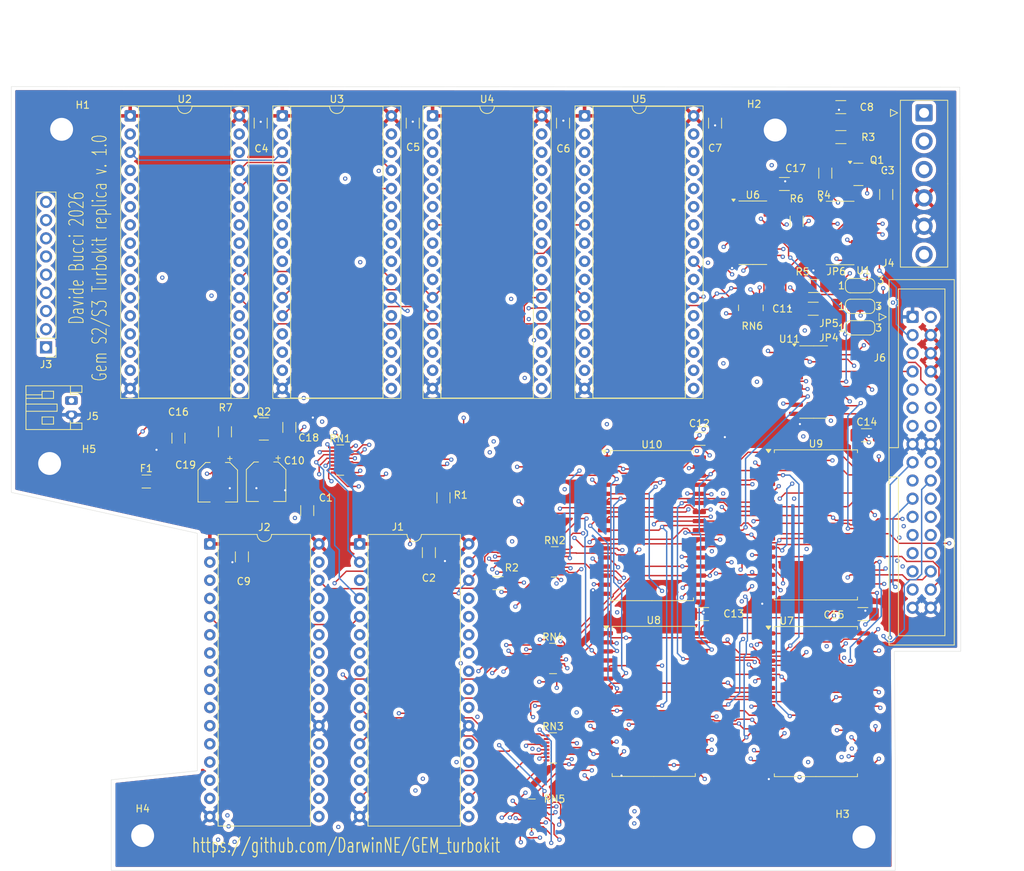
<source format=kicad_pcb>
(kicad_pcb (version 20241229) (generator "pcbnew") (generator_version "9.0")
  (title_block (title "Gem Turbokit Replica") (date "2025-09-01") (rev "0.1") (company "Davide Bucci"))
  (layers (0 "F.Cu" signal) (4 "In1.Cu" mixed) (6 "In2.Cu" mixed) (2 "B.Cu" signal) (13 "F.Paste" user) (15 "B.Paste" user) (5 "F.SilkS" user "F.Silkscreen") (7 "B.SilkS" user "B.Silkscreen") (1 "F.Mask" user) (3 "B.Mask" user) (25 "Edge.Cuts" user))
  (net 0 "")
  (net 1 "GND")
  (net 2 "+5V")
  (net 3 "Net-(Q1-B)")
  (net 4 "+VB")
  (net 5 "+BV")
  (net 6 "/+BATT_IN")
  (net 7 "/A8E")
  (net 8 "/D4E")
  (net 9 "/A11E")
  (net 10 "/A6E")
  (net 11 "/A16E")
  (net 12 "/A9E")
  (net 13 "/A13E")
  (net 14 "/A17E")
  (net 15 "/D5E")
  (net 16 "/D2E")
  (net 17 "/A15E")
  (net 18 "/A3E")
  (net 19 "/A12E")
  (net 20 "/A4E")
  (net 21 "/D6E")
  (net 22 "/A0E")
  (net 23 "/D3E")
  (net 24 "/A7E")
  (net 25 "/A5E")
  (net 26 "/D0E")
  (net 27 "/A2E")
  (net 28 "/A1E")
  (net 29 "/A18E")
  (net 30 "/A10E")
  (net 31 "/D1E")
  (net 32 "/A14E")
  (net 33 "/D7E")
  (net 34 "/D8E")
  (net 35 "/D13E")
  (net 36 "/D10E")
  (net 37 "/D15E")
  (net 38 "/D9E")
  (net 39 "/D12E")
  (net 40 "/D11E")
  (net 41 "/D14E")
  (net 42 "/A19E")
  (net 43 "/A20E")
  (net 44 "/{slash}DTACK")
  (net 45 "/{slash}IRQ6")
  (net 46 "/RWOE")
  (net 47 "Net-(Q1-E)")
  (net 48 "/+BATT")
  (net 49 "/A3 ")
  (net 50 "/A5 ")
  (net 51 "/A7 ")
  (net 52 "/A4 ")
  (net 53 "/A15 ")
  (net 54 "/A6 ")
  (net 55 "/A16")
  (net 56 "/A12 ")
  (net 57 "/A14")
  (net 58 "/A9 ")
  (net 59 "/A13")
  (net 60 "/A10 ")
  (net 61 "/A18 ")
  (net 62 "/A8 ")
  (net 63 "/A17 ")
  (net 64 "/A11 ")
  (net 65 "/D2")
  (net 66 "/D3")
  (net 67 "/A2 ")
  (net 68 "/A0")
  (net 69 "/D0")
  (net 70 "/D1")
  (net 71 "/D4")
  (net 72 "/A1 ")
  (net 73 "/D12")
  (net 74 "/D14")
  (net 75 "/D15")
  (net 76 "/D13")
  (net 77 "/D7")
  (net 78 "/D5")
  (net 79 "/D11")
  (net 80 "/D6")
  (net 81 "/A20")
  (net 82 "/D9")
  (net 83 "/D8")
  (net 84 "/D10")
  (net 85 "/A19")
  (net 86 "Net-(RN6-R3.1)")
  (net 87 "Net-(RN6-R2.1)")
  (net 88 "Net-(RN6-R1.1)")
  (net 89 "Net-(RN6-R3.2)")
  (net 90 "Net-(RN6-R2.2)")
  (net 91 "Net-(RN6-R1.2)")
  (net 92 "Net-(RN6-R4.1)")
  (net 93 "/INV_OUT")
  (net 94 "Net-(U1-Pad8)")
  (net 95 "Net-(R5-Pad2)")
  (net 96 "/INV_IN")
  (net 97 "Net-(J6-Pin_10)")
  (net 98 "/NON_INV")
  (net 99 "/~{CLDSE}")
  (net 100 "/~{CUDSE}")
  (net 101 "/~{CS3}")
  (net 102 "/~{CS0}E")
  (net 103 "/~{RESET}")
  (net 104 "/R~{W}E")
  (net 105 "/~{CS}1E")
  (net 106 "/~{CS}")
  (net 107 "/R~{W}")
  (net 108 "/~{CS0}")
  (net 109 "/~{SSCS}")
  (net 110 "/~{CLDS}")
  (net 111 "/~{CUDS}")
  (net 112 "/~{SCS}")
  (net 113 "/~{WE4}")
  (net 114 "/~{OE4}")
  (net 115 "/~{OE2}")
  (net 116 "/~{WE2}")
  (net 117 "/~{WE3}")
  (net 118 "/~{OE3}")
  (net 119 "/~{OE1}")
  (net 120 "/~{WE1}")
  (net 121 "/A1E ")
  (footprint "Package_DIP:DIP-32_W15.24mm_Socket" (layer "F.Cu") (at 150.76 44.42)
    (property "Reference" "U5")
    (property "Value" "EPROM-550320")
  )
  (footprint "Package_SO:Renesas_SOP-32_11.4x20.75mm_P1.27mm" (layer "F.Cu") (at 160.425 126.245)
    (property "Reference" "U8")
    (property "Value" "AS6C4008")
  )
  (footprint "Capacitor_SMD:CP_Elec_5x5.8" (layer "F.Cu") (at 99.5 95.62 -90)
    (property "Reference" "C19")
    (property "Value" "10µF")
  )
  (footprint "Package_TO_SOT_SMD:SOT-23" (layer "F.Cu") (at 105.9375 88.17)
    (property "Reference" "Q2")
    (property "Value" "BC859")
  )
  (footprint "Package_DIP:DIP-32_W15.24mm" (layer "F.Cu") (at 119.3292 104.2416)
    (property "Reference" "J1")
    (property "Value" "Right EPROM (lower)")
  )
  (footprint "Capacitor_SMD:C_1206_3216Metric_Pad1.33x1.80mm_HandSolder" (layer "F.Cu") (at 186.5625 43.2 180)
    (property "Reference" "C8")
    (property "Value" "6.8pF")
  )
  (footprint "Package_SO:Renesas_SOP-32_11.4x20.75mm_P1.27mm" (layer "F.Cu") (at 183.0875 126.275)
    (property "Reference" "U7")
    (property "Value" "AS6C4008")
  )
  (footprint "Package_DIP:DIP-32_W15.24mm_Socket" (layer "F.Cu") (at 108.52 44.42)
    (property "Reference" "U3")
    (property "Value" "EPROM-550318")
  )
  (footprint "Connector_TE-Connectivity:TE_826576-6_1x06_P3.96mm_Vertical" (layer "F.Cu") (at 198.2 44 -90)
    (property "Reference" "J4")
    (property "Value" "Conn_01x06_Pin")
  )
  (footprint "Capacitor_SMD:C_1206_3216Metric_Pad1.33x1.80mm_HandSolder" (layer "F.Cu") (at 166.9 89.55 180)
    (property "Reference" "C12")
    (property "Value" "100nF")
  )
  (footprint "Resistor_SMD:R_Array_Convex_8x0602" (layer "F.Cu") (at 146.35 120.25)
    (property "Reference" "RN4")
    (property "Value" "EXB2HV470JV")
  )
  (footprint "Connector_PinHeader_2.54mm:PinHeader_1x09_P2.54mm_Vertical" (layer "F.Cu") (at 75.5 76.77 180)
    (property "Reference" "J3")
    (property "Value" "Conn_01x09_Pin")
  )
  (footprint "Resistor_SMD:R_1206_3216Metric_Pad1.30x1.75mm_HandSolder" (layer "F.Cu") (at 180.4 59.15 -90)
    (property "Reference" "R6")
    (property "Value" "4.7kΩ")
  )
  (footprint "Package_DIP:DIP-32_W15.24mm_Socket" (layer "F.Cu") (at 129.52 44.42)
    (property "Reference" "U4")
    (property "Value" "EPROM-550319")
  )
  (footprint "Resistor_SMD:R_1206_3216Metric_Pad1.30x1.75mm_HandSolder" (layer "F.Cu") (at 184.4 52.425 -90)
    (property "Reference" "R4")
    (property "Value" "4.7kΩ")
  )
  (footprint "Capacitor_SMD:C_1206_3216Metric_Pad1.33x1.80mm_HandSolder" (layer "F.Cu") (at 167.4 114.05)
    (property "Reference" "C13")
    (property "Value" "100nF")
  )
  (footprint "Capacitor_SMD:C_1206_3216Metric_Pad1.33x1.80mm_HandSolder" (layer "F.Cu") (at 126.75 45.4375 -90)
    (property "Reference" "C5")
    (property "Value" "100nF")
  )
  (footprint "MountingHole:MountingHole_3.2mm_M3_DIN965_Pad" (layer "F.Cu") (at 189.8 145.2)
    (property "Reference" "H3")
    (property "Value" "MountingHole_Pad")
  )
  (footprint "Capacitor_SMD:C_1206_3216Metric_Pad1.33x1.80mm_HandSolder" (layer "F.Cu") (at 129 105.4575 -90)
    (property "Reference" "C2")
    (property "Value" "100nF")
  )
  (footprint "Package_SO:SOIC-14_3.9x8.7mm_P1.27mm" (layer "F.Cu") (at 174.275 60.75)
    (property "Reference" "U6")
    (property "Value" "74HC32")
  )
  (footprint "Capacitor_SMD:CP_Elec_5x5.8" (layer "F.Cu") (at 106.25 95.55 -90)
    (property "Reference" "C10")
    (property "Value" "47µF")
  )
  (footprint "Capacitor_SMD:C_1206_3216Metric_Pad1.33x1.80mm_HandSolder" (layer "F.Cu") (at 94 89.4575 -90)
    (property "Reference" "C16")
    (property "Value" "100nF")
  )
  (footprint "Capacitor_SMD:C_1206_3216Metric_Pad1.33x1.80mm_HandSolder" (layer "F.Cu") (at 192.913 55.4105 90)
    (property "Reference" "C3")
    (property "Value" "100nF")
  )
  (footprint "Capacitor_SMD:C_1206_3216Metric_Pad1.33x1.80mm_HandSolder" (layer "F.Cu") (at 112 99.5825 90)
    (property "Reference" "C1")
    (property "Value" "100nF")
  )
  (footprint "MountingHole:MountingHole_3.2mm_M3_DIN965_Pad" (layer "F.Cu") (at 177.4 46.4)
    (property "Reference" "H2")
    (property "Value" "MountingHole_Pad")
  )
  (footprint "Resistor_SMD:R_Array_Convex_8x0602" (layer "F.Cu") (at 146.35 132.75)
    (property "Reference" "RN3")
    (property "Value" "EXB2HV470JV")
  )
  (footprint "Resistor_SMD:R_Array_Convex_8x0602" (layer "F.Cu") (at 143.372 142.006)
    (property "Reference" "RN5")
    (property "Value" "EXB2HV470JV" (hide yes))
  )
  (footprint "Resistor_SMD:R_Array_Convex_8x0602" (layer "F.Cu") (at 146.6 106.75)
    (property "Reference" "RN2")
    (property "Value" "EXB2HV470JV")
  )
  (footprint "Resistor_SMD:R_Array_Convex_8x0602" (layer "F.Cu") (at 116.6 92.52)
    (property "Reference" "RN1")
    (property "Value" "EXB2HV470JV")
  )
  (footprint "Package_SO:Renesas_SOP-32_11.4x20.75mm_P1.27mm" (layer "F.Cu") (at 160.175 101.685)
    (property "Reference" "U10")
    (property "Value" "AS6C4008")
  )
  (footprint "Package_SO:Renesas_SOP-32_11.4x20.75mm_P1.27mm" (layer "F.Cu") (at 183.0875 101.575)
    (property "Reference" "U9")
    (property "Value" "AS6C4008")
  )
  (footprint "Fuse:Fuse_1206_3216Metric_Pad1.42x1.75mm_HandSolder" (layer "F.Cu") (at 89.5125 95.52)
    (property "Reference" "F1")
    (property "Value" "800mA")
  )
  (footprint "Capacitor_SMD:C_1206_3216Metric_Pad1.33x1.80mm_HandSolder" (layer "F.Cu") (at 178.6875 53.94)
    (property "Reference" "C17")
    (property "Value" "100nF")
  )
  (footprint "Resistor_SMD:R_1206_3216Metric_Pad1.30x1.75mm_HandSolder" (layer "F.Cu") (at 186.575 47.39)
    (property "Reference" "R3")
    (property "Value" "2.7kΩ")
  )
  (footprint "Capacitor_SMD:C_1206_3216Metric_Pad1.33x1.80mm_HandSolder" (layer "F.Cu") (at 182.7145 71.374 180)
    (property "Reference" "C11")
    (property "Value" "100nF")
  )
  (footprint "Resistor_SMD:R_1206_3216Metric_Pad1.30x1.75mm_HandSolder" (layer "F.Cu") (at 100.5 88.57 90)
    (property "Reference" "R7")
    (property "Value" "220Ω")
  )
  (footprint "MountingHole:MountingHole_3.2mm_M3_DIN965_Pad" (layer "F.Cu") (at 76 93)
    (property "Reference" "H5")
    (property "Value" "MountingHole_Pad")
  )
  (footprint "Capacitor_SMD:C_1206_3216Metric_Pad1.33x1.80mm_HandSolder" (layer "F.Cu") (at 190.15 89.05 180)
    (property "Reference" "C14")
    (property "Value" "100nF")
  )
  (footprint "Jumper:SolderJumper-3_P1.3mm_Open_RoundedPad1.0x1.5mm_NumberLabels" (layer "F.Cu") (at 189.26 74.041)
    (property "Reference" "JP4")
    (property "Value" "~")
  )
  (footprint "Capacitor_SMD:C_1206_3216Metric_Pad1.33x1.80mm_HandSolder" (layer "F.Cu") (at 189.65 114.05 180)
    (property "Reference" "C15")
    (property "Value" "100nF")
  )
  (footprint "Jumper:SolderJumper-3_P1.3mm_Open_RoundedPad1.0x1.5mm_NumberLabels" (layer "F.Cu") (at 189.26 71.041)
    (property "Reference" "JP5")
    (property "Value" "~")
  )
  (footprint "MountingHole:MountingHole_3.2mm_M3_DIN965_Pad" (layer "F.Cu") (at 77.675 46.3)
    (property "Reference" "H1")
    (property "Value" "MountingHole_Pad")
  )
  (footprint "Package_TO_SOT_SMD:SOT-23" (layer "F.Cu") (at 189.0245 52.6)
    (property "Reference" "Q1")
    (property "Value" "BC847")
  )
  (footprint "Package_DIP:DIP-32_W15.24mm_Socket" (layer "F.Cu") (at 87.26 44.42)
    (property "Reference" "U2")
    (property "Value" "EPROM-550317")
  )
  (footprint "Package_DIP:DIP-32_W15.24mm" (layer "F.Cu") (at 98.3892 104.2416)
    (property "Reference" "J2")
    (property "Value" "Left EPROM (higher)")
  )
  (footprint "Capacitor_SMD:C_1206_3216Metric_Pad1.33x1.80mm_HandSolder" (layer "F.Cu") (at 109.5 87.9575 90)
    (property "Reference" "C18")
    (property "Value" "100nF")
  )
  (footprint "Capacitor_SMD:C_1206_3216Metric_Pad1.33x1.80mm_HandSolder" (layer "F.Cu") (at 105.5 45.4375 -90)
    (property "Reference" "C4")
    (property "Value" "100nF")
  )
  (footprint "Connector_JST:JST_PH_S2B-PH-K_1x02_P2.00mm_Horizontal" (layer "F.Cu") (at 79.05 84.2 -90)
    (property "Reference" "J5")
    (property "Value" "3.6V NiMH")
  )
  (footprint "MountingHole:MountingHole_3.2mm_M3_DIN965_Pad" (layer "F.Cu") (at 89 145)
    (property "Reference" "H4")
    (property "Value" "MountingHole_Pad")
  )
  (footprint "Capacitor_SMD:C_1206_3216Metric_Pad1.33x1.80mm_HandSolder" (layer "F.Cu") (at 102.87 106.045 -90)
    (property "Reference" "C9")
    (property "Value" "100nF")
  )
  (footprint "Resistor_SMD:R_1206_3216Metric_Pad1.30x1.75mm_HandSolder" (layer "F.Cu") (at 138.658 109.728)
    (property "Reference" "R2")
    (property "Value" "82R")
  )
  (footprint "Resistor_SMD:R_Array_Concave_4x0603" (layer "F.Cu") (at 174 71.25 90)
    (property "Reference" "RN6")
    (property "Value" "EXB28V470JX")
  )
  (footprint "Resistor_SMD:R_1206_3216Metric_Pad1.30x1.75mm_HandSolder" (layer "F.Cu") (at 182.779 68.199)
    (property "Reference" "R5")
    (property "Value" "4.7kΩ")
  )
  (footprint "Package_SO:SOIC-16_3.9x9.9mm_P1.27mm" (layer "F.Cu") (at 182.775 81.615)
    (property "Reference" "U11")
    (property "Value" "74HC139")
  )
  (footprint "Resistor_SMD:R_1206_3216Metric_Pad1.30x1.75mm_HandSolder" (layer "F.Cu") (at 131.038 97.79 90)
    (property "Reference" "R1")
    (property "Value" "82R")
  )
  (footprint "Capacitor_SMD:C_1206_3216Metric_Pad1.33x1.80mm_HandSolder" (layer "F.Cu") (at 169 45.4375 -90)
    (property "Reference" "C7")
    (property "Value" "100nF")
  )
  (footprint "Capacitor_SMD:C_1206_3216Metric_Pad1.33x1.80mm_HandSolder" (layer "F.Cu") (at 147.75 45.4375 -90)
    (property "Reference" "C6")
    (property "Value" "100nF")
  )
  (footprint "Package_SO:SOIC-14_3.9x8.7mm_P1.27mm" (layer "F.Cu") (at 186.475 60.79)
    (property "Reference" "U1")
    (property "Value" "74HC00")
  )
  (footprint "Connector_IDC:IDC-Header_2x17_P2.54mm_Vertical" (layer "F.Cu") (at 196.596 72.517)
    (property "Reference" "J6")
    (property "Value" "SCSI")
  )
  (footprint "Jumper:SolderJumper-3_P1.3mm_Open_RoundedPad1.0x1.5mm_NumberLabels" (layer "F.Cu") (at 189.26 68.144)
    (property "Reference" "JP6")
    (property "Value" "~")
  )
  (gr_poly (pts (xy 70.65 40.32) (xy 203.2 40.4) (xy 203.327 119.253) (xy 194.056 119.253) (xy 194.165 134.365) (xy 194.165 149.87) (xy 84.6 149.87) (xy 84.6 137.2) (xy 96.647 135.943005) (xy 96.647 102.758286) (xy 70.65 97.041311)) (stroke (width 0.05)) (fill no) (layer "Edge.Cuts"))
  (gr_text "https://github.com/DarwinNE/GEM_turbokit" (at 95.775 147.55 0) (layer "F.SilkS") (effects (font (size 2 1.3) (thickness 0.1625)) (justify left bottom)))
  (gr_text "Davide Bucci 2026\nGem S2/S3 Turbokit replica v. 1.0" (at 84.15 64.275 90) (layer "F.SilkS") (effects (font (size 2 1.3) (thickness 0.125)) (justify bottom)))
  (segment (start 176.3645 111.198) (end 176.4625 111.1) (width 0.2) (layer "F.Cu") (net 1))
  (segment (start 90.9366 91.0884) (end 91.535 90.49) (width 0.2) (layer "F.Cu") (net 1))
  (segment (start 182.737 66.0249) (end 182.656 65.9441) (width 0.2) (layer "F.Cu") (net 1))
  (segment (start 185.467 43.5685) (end 185.368 43.5685) (width 0.2) (layer "F.Cu") (net 1))
  (segment (start 93.735 90.755) (end 94 91.02) (width 0.2) (layer "F.Cu") (net 1))
  (segment (start 147.75 45.1341) (end 147.75 47) (width 0.2) (layer "F.Cu") (net 1))
  (segment (start 129.386 106.634) (end 129 107.02) (width 0.2) (layer "F.Cu") (net 1))
  (segment (start 155.066 135.77) (end 153.8 135.77) (width 0.2) (layer "F.Cu") (net 1))
  (segment (start 153.55 111.21) (end 152.426 111.21) (width 0.2) (layer "F.Cu") (net 1))
  (segment (start 91.535 90.49) (end 93.2345 90.49) (width 0.2) (layer "F.Cu") (net 1))
  (segment (start 105.075 46.1243) (end 105.344 46.3929) (width 0.2) (layer "F.Cu") (net 1))
  (segment (start 190.594 113.576) (end 190.739 113.576) (width 0.2) (layer "F.Cu") (net 1))
  (segment (start 190.975 113.813) (end 190.9755 113.813) (width 0.2) (layer "F.Cu") (net 1))
  (segment (start 190.497 89.1592) (end 191.603 89.1592) (width 0.2) (layer "F.Cu") (net 1))
  (segment (start 147.796 45.0884) (end 147.75 45.1341) (width 0.2) (layer "F.Cu") (net 1))
  (segment (start 104.897 96.45) (end 104.95 96.45) (width 0.2) (layer "F.Cu") (net 1))
  (segment (start 176.364 111.198) (end 176.3645 111.198) (width 0.2) (layer "F.Cu") (net 1))
  (segment (start 191.897 71.247) (end 190.766 71.247) (width 0.2) (layer "F.Cu") (net 1))
  (segment (start 152.426 111.21) (end 151.936 110.72) (width 0.2) (layer "F.Cu") (net 1))
  (segment (start 104.95 96.45) (end 106.25 97.75) (width 0.2) (layer "F.Cu") (net 1))
  (segment (start 169 45.75) (end 169 47) (width 0.2) (layer "F.Cu") (net 1))
  (segment (start 180.852 87.4909) (end 180.3 86.9393) (width 0.2) (layer "F.Cu") (net 1))
  (segment (start 93.2345 90.49) (end 93.47 90.49) (width 0.2) (layer "F.Cu") (net 1))
  (segment (start 179.875 53.5652) (end 180.25 53.94) (width 0.2) (layer "F.Cu") (net 1))
  (segment (start 126.75 45.2293) (end 126.369 45.6104) (width 0.2) (layer "F.Cu") (net 1))
  (segment (start 176.462 136.153) (end 176.462 135.957) (width 0.2) (layer "F.Cu") (net 1))
  (segment (start 126.369 46.1146) (end 126.369 46.619) (width 0.2) (layer "F.Cu") (net 1))
  (segment (start 178.795 53.5652) (end 179.875 53.5652) (width 0.2) (layer "F.Cu") (net 1))
  (segment (start 166.048 113.839) (end 165.838 114.05) (width 0.2) (layer "F.Cu") (net 1))
  (segment (start 175.588 112.599) (end 175.938 112.249) (width 0.2) (layer "F.Cu") (net 1))
  (segment (start 126.369 46.619) (end 126.75 47) (width 0.2) (layer "F.Cu") (net 1))
  (segment (start 189.998 113.576) (end 190.594 113.576) (width 0.2) (layer "F.Cu") (net 1))
  (segment (start 180.785 71.3443) (end 181.182 71.3443) (width 0.2) (layer "F.Cu") (net 1))
  (segment (start 190.594 113.576) (end 190.738 113.576) (width 0.2) (layer "F.Cu") (net 1))
  (segment (start 126.369 45.6104) (end 126.369 46.1146) (width 0.2) (layer "F.Cu") (net 1))
  (segment (start 191.603 89.1592) (end 191.6575 89.1046) (width 0.2) (layer "F.Cu") (net 1))
  (segment (start 185.467 43.5685) (end 185.368 43.5685) (width 0.2) (layer "F.Cu") (net 1))
  (segment (start 105.344 46.3929) (end 105.5 46.5493) (width 0.2) (layer "F.Cu") (net 1))
  (segment (start 175.938 111.624) (end 176.364 111.198) (width 0.2) (layer "F.Cu") (net 1))
  (segment (start 180.785 71.3443) (end 181.122 71.3443) (width 0.2) (layer "F.Cu") (net 1))
  (segment (start 176.4625 136.1525) (end 176.4625 135.8) (width 0.2) (layer "F.Cu") (net 1))
  (segment (start 105.075 46.1243) (end 105.075 46.5748) (width 0.2) (layer "F.Cu") (net 1))
  (segment (start 190.975 113.813) (end 191.212 114.05) (width 0.2) (layer "F.Cu") (net 1))
  (segment (start 108.919 96.7412) (end 110.721 96.7412) (width 0.2) (layer "F.Cu") (net 1))
  (segment (start 101.18 96.45) (end 100.87 96.45) (width 0.2) (layer "F.Cu") (net 1))
  (segment (start 105.075 45.6739) (end 105.075 46.1243) (width 0.2) (layer "F.Cu") (net 1))
  (segment (start 186.31 43.5685) (end 185.467 43.5685) (width 0.2) (layer "F.Cu") (net 1))
  (segment (start 176.462 136.153) (end 176.462 136) (width 0.2) (layer "F.Cu") (net 1))
  (segment (start 176.462 136.506) (end 176.462 136.153) (width 0.2) (layer "F.Cu") (net 1))
  (segment (start 185.368 43.5685) (end 185 43.2) (width 0.2) (layer "F.Cu") (net 1))
  (segment (start 180.3 86.9393) (end 180.3 86.06) (width 0.2) (layer "F.Cu") (net 1))
  (segment (start 93.2345 90.49) (end 93.4995 90.755) (width 0.2) (layer "F.Cu") (net 1))
  (segment (start 179.548 71.3443) (end 180.785 71.3443) (width 0.2) (layer "F.Cu") (net 1))
  (segment (start 105.5 45.2487) (end 105.075 45.6739) (width 0.2) (layer "F.Cu") (net 1))
  (segment (start 93.4995 90.755) (end 93.735 90.755) (width 0.2) (layer "F.Cu") (net 1))
  (segment (start 176.462 136.153) (end 176.4625 136.1525) (width 0.2) (layer "F.Cu") (net 1))
  (segment (start 171.37 65.6818) (end 171.8 65.2515) (width 0.2) (layer "F.Cu") (net 1))
  (segment (start 176.364 111.198) (end 176.462 111.1) (width 0.2) (layer "F.Cu") (net 1))
  (segment (start 170.364 89.3121) (end 168.7 89.3121) (width 0.2) (layer "F.Cu") (net 1))
  (segment (start 190.766 71.247) (end 190.56 71.041) (width 0.2) (layer "F.Cu") (net 1))
  (segment (start 112.784 86.5802) (end 112.598 86.395) (width 0.2) (layer "F.Cu") (net 1))
  (segment (start 105.344 46.6182) (end 105.5 46.7742) (width 0.2) (layer "F.Cu") (net 1))
  (segment (start 100.87 96.45) (end 99.5 97.82) (width 0.2) (layer "F.Cu") (net 1))
  (segment (start 110.721 96.7412) (end 112 98.02) (width 0.2) (layer "F.Cu") (net 1))
  (segment (start 190.9755 113.813) (end 191.2125 114.05) (width 0.2) (layer "F.Cu") (net 1))
  (segment (start 102.87 107.608) (end 102.057 106.794) (width 0.2) (layer "F.Cu") (net 1))
  (segment (start 112.598 86.395) (end 109.5 86.395) (width 0.2) (layer "F.Cu") (net 1))
  (segment (start 176.462 136.506) (end 176.462 136.153) (width 0.2) (layer "F.Cu") (net 1))
  (segment (start 93.4995 90.755) (end 93.7645 91.02) (width 0.2) (layer "F.Cu") (net 1))
  (segment (start 105.344 46.3929) (end 105.344 46.6182) (width 0.2) (layer "F.Cu") (net 1))
  (segment (start 179.451 71.247) (end 179.548 71.3443) (width 0.2) (layer "F.Cu") (net 1))
  (segment (start 167.402 113.839) (end 166.048 113.839) (width 0.2) (layer "F.Cu") (net 1))
  (segment (start 105.5 46.7742) (end 105.5 47) (width 0.2) (layer "F.Cu") (net 1))
  (segment (start 192.913 53.848) (end 192.913 51.943) (width 0.2) (layer "F.Cu") (net 1))
  (segment (start 191.6579 89.1046) (end 191.7125 89.05) (width 0.2) (layer "F.Cu") (net 1))
  (segment (start 176.462 137.055) (end 176.462 136.506) (width 0.2) (layer "F.Cu") (net 1))
  (segment (start 190.738 113.576) (end 190.975 113.813) (width 0.2) (layer "F.Cu") (net 1))
  (segment (start 105.344 46.6182) (end 105.344 46.8436) (width 0.2) (layer "F.Cu") (net 1))
  (segment (start 171.8 65.2515) (end 171.8 64.56) (width 0.2) (layer "F.Cu") (net 1))
  (segment (start 102.057 106.794) (end 101.543 106.794) (width 0.2) (layer "F.Cu") (net 1))
  (segment (start 176.51 137.103) (end 176.462 137.055) (width 0.2) (layer "F.Cu") (net 1))
  (segment (start 191.6575 89.1046) (end 191.712 89.05) (width 0.2) (layer "F.Cu") (net 1))
  (segment (start 168.7 89.3121) (end 168.462 89.55) (width 0.2) (layer "F.Cu") (net 1))
  (segment (start 175.938 112.249) (end 175.938 111.624) (width 0.2) (layer "F.Cu") (net 1))
  (segment (start 131.248 106.634) (end 129.386 106.634) (width 0.2) (layer "F.Cu") (net 1))
  (segment (start 126.369 46.1146) (end 126.75 46.4956) (width 0.2) (layer "F.Cu") (net 1))
  (segment (start 182.656 65.9441) (end 184 64.6) (width 0.2) (layer "F.Cu") (net 1))
  (segment (start 191.6575 89.1046) (end 191.6579 89.1046) (width 0.2) (layer "F.Cu") (net 1))
  (segment (start 155.917 136.622) (end 155.066 135.77) (width 0.2) (layer "F.Cu") (net 1))
  (segment (start 181.122 71.3443) (end 181.152 71.374) (width 0.2) (layer "F.Cu") (net 1))
  (via (at 189.998 113.576) (size 0.6) (drill 0.3) (layers "F.Cu" "B.Cu") (net 1))
  (via (at 126.75 45.2293) (size 0.6) (drill 0.3) (layers "F.Cu" "B.Cu") (net 1))
  (via (at 112.784 86.5802) (size 0.6) (drill 0.3) (layers "F.Cu" "B.Cu") (net 1))
  (via (at 104.897 96.45) (size 0.6) (drill 0.3) (layers "F.Cu" "B.Cu") (net 1))
  (via (at 179.451 71.247) (size 0.6) (drill 0.3) (layers "F.Cu" "B.Cu") (net 1))
  (via (at 180.852 87.4909) (size 0.6) (drill 0.3) (layers "F.Cu" "B.Cu") (net 1))
  (via (at 169 45.75) (size 0.6) (drill 0.3) (layers "F.Cu" "B.Cu") (net 1))
  (via (at 186.31 43.5685) (size 0.6) (drill 0.3) (layers "F.Cu" "B.Cu") (net 1))
  (via (at 178.795 53.5652) (size 0.6) (drill 0.3) (layers "F.Cu" "B.Cu") (net 1))
  (via (at 182.737 66.0249) (size 0.6) (drill 0.3) (layers "F.Cu" "B.Cu") (net 1))
  (via (at 192.913 51.943) (size 0.6) (drill 0.3) (layers "F.Cu" "B.Cu") (net 1))
  (via (at 167.402 113.839) (size 0.6) (drill 0.3) (layers "F.Cu" "B.Cu") (net 1))
  (via (at 108.919 96.7412) (size 0.6) (drill 0.3) (layers "F.Cu" "B.Cu") (net 1))
  (via (at 175.588 112.599) (size 0.6) (drill 0.3) (layers "F.Cu" "B.Cu") (net 1))
  (via (at 155.917 136.622) (size 0.6) (drill 0.3) (layers "F.Cu" "B.Cu") (net 1))
  (via (at 105.5 45.2487) (size 0.6) (drill 0.3) (layers "F.Cu" "B.Cu") (net 1))
  (via (at 190.497 89.1592) (size 0.6) (drill 0.3) (layers "F.Cu" "B.Cu") (net 1))
  (via (at 101.18 96.45) (size 0.6) (drill 0.3) (layers "F.Cu" "B.Cu") (net 1))
  (via (at 151.936 110.72) (size 0.6) (drill 0.3) (layers "F.Cu" "B.Cu") (net 1))
  (via (at 131.248 106.634) (size 0.6) (drill 0.3) (layers "F.Cu" "B.Cu") (net 1))
  (via (at 176.51 137.103) (size 0.6) (drill 0.3) (layers "F.Cu" "B.Cu") (net 1))
  (via (at 171.37 65.6818) (size 0.6) (drill 0.3) (layers "F.Cu" "B.Cu") (net 1))
  (via (at 191.897 71.247) (size 0.6) (drill 0.3) (layers "F.Cu" "B.Cu") (net 1))
  (via (at 147.796 45.0884) (size 0.6) (drill 0.3) (layers "F.Cu" "B.Cu") (net 1))
  (via (at 170.364 89.3121) (size 0.6) (drill 0.3) (layers "F.Cu" "B.Cu") (net 1))
  (via (at 101.543 106.794) (size 0.6) (drill 0.3) (layers "F.Cu" "B.Cu") (net 1))
  (via (at 90.9366 91.0884) (size 0.6) (drill 0.3) (layers "F.Cu" "B.Cu") (net 1))
  (segment (start 176.75 56.94) (end 177.125 56.565) (width 0.2) (layer "F.Cu") (net 2))
  (segment (start 188.95 56.98) (end 192.906 56.98) (width 0.2) (layer "F.Cu") (net 2))
  (segment (start 177.125 56.565) (end 177.125 53.94) (width 0.2) (layer "F.Cu") (net 2))
  (segment (start 188.462 51.0492) (end 188.462 51.65) (width 0.2) (layer "F.Cu") (net 3))
  (segment (start 188.087 51.65) (end 188.087 51.4242) (width 0.2) (layer "F.Cu") (net 3))
  (segment (start 188.087 51.4242) (end 188.462 51.0492) (width 0.2) (layer "F.Cu") (net 3))
  (segment (start 188.462 47.7275) (end 188.462 51.0492) (width 0.2) (layer "F.Cu") (net 3))
  (segment (start 188.125 43.2) (end 188.125 47.39) (width 0.2) (layer "F.Cu") (net 3))
  (segment (start 188.125 47.39) (end 188.125 47.3905) (width 0.2) (layer "F.Cu") (net 3))
  (segment (start 188.125 47.3905) (end 188.462 47.7275) (width 0.2) (layer "F.Cu") (net 3))
  (segment (start 188.0875 114.05) (end 188.088 114.05) (width 0.2) (layer "F.Cu") (net 4))
  (segment (start 108.554 88.5741) (end 108.15 88.17) (width 0.2) (layer "F.Cu") (net 4))
  (segment (start 188.088 114.05) (end 188.088 114.856) (width 0.2) (layer "F.Cu") (net 4))
  (segment (start 187.599 113.855) (end 187.502 113.758) (width 0.2) (layer "F.Cu") (net 4))
  (segment (start 99.5 91.12) (end 99.5 93.42) (width 0.2) (layer "F.Cu") (net 4))
  (segment (start 166.323 89.55) (end 166.822 89.0515) (width 0.2) (layer "F.Cu") (net 4))
  (segment (start 169.466 114.554) (end 184.472 114.554) (width 0.2) (layer "F.Cu") (net 4))
  (segment (start 167.05 115.962) (end 168.58 114.432) (width 0.2) (layer "F.Cu") (net 4))
  (segment (start 168.58 114.432) (end 168.962 114.05) (width 0.2) (layer "F.Cu") (net 4))
  (segment (start 165.592 92.5608) (end 163.78 94.373) (width 0.2) (layer "F.Cu") (net 4))
  (segment (start 155.915 94.373) (end 155.574 94.0323) (width 0.2) (layer "F.Cu") (net 4))
  (segment (start 109.5 89.52) (end 108.554 88.5741) (width 0.2) (layer "F.Cu") (net 4))
  (segment (start 187.795 113.758) (end 188.088 114.05) (width 0.2) (layer "F.Cu") (net 4))
  (segment (start 163.78 94.373) (end 155.915 94.373) (width 0.2) (layer "F.Cu") (net 4))
  (segment (start 108.554 88.5741) (end 108.682 88.5741) (width 0.2) (layer "F.Cu") (net 4))
  (segment (start 105 87.6336) (end 105 87.22) (width 0.2) (layer "F.Cu") (net 4))
  (segment (start 152.323 91.8226) (end 154.595 89.55) (width 0.2) (layer "F.Cu") (net 4))
  (segment (start 188.088 114.588) (end 188.088 114.856) (width 0.2) (layer "F.Cu") (net 4))
  (segment (start 165.3375 89.55) (end 166.323 89.55) (width 0.2) (layer "F.Cu") (net 4))
  (segment (start 185.366 113.66) (end 187.404 113.66) (width 0.2) (layer "F.Cu") (net 4))
  (segment (start 105.536 88.17) (end 106.875 88.17) (width 0.2) (layer "F.Cu") (net 4))
  (segment (start 168.962 114.05) (end 169.466 114.554) (width 0.2) (layer "F.Cu") (net 4))
  (segment (start 168.58 114.432) (end 168.581 114.432) (width 0.2) (layer "F.Cu") (net 4))
  (segment (start 152.588 94.0323) (end 152.323 93.7674) (width 0.2) (layer "F.Cu") (net 4))
  (segment (start 188.088 115.125) (end 189.712 116.75) (width 0.2) (layer "F.Cu") (net 4))
  (segment (start 108.682 88.5741) (end 108.922 88.8146) (width 0.2) (layer "F.Cu") (net 4))
  (segment (start 189.7125 116.75) (end 191.178 116.75) (width 0.2) (layer "F.Cu") (net 4))
  (segment (start 166.399 92.5608) (end 165.592 92.5608) (width 0.2) (layer "F.Cu") (net 4))
  (segment (start 100.5 90.12) (end 99.5 91.12) (width 0.2) (layer "F.Cu") (net 4))
  (segment (start 191.178 116.75) (end 191.782 116.146) (width 0.2) (layer "F.Cu") (net 4))
  (segment (start 154.595 89.55) (end 165.3375 89.55) (width 0.2) (layer "F.Cu") (net 4))
  (segment (start 98.4903 94.4297) (end 99.5 93.42) (width 0.2) (layer "F.Cu") (net 4))
  (segment (start 105 87.6336) (end 105.536 88.17) (width 0.2) (layer "F.Cu") (net 4))
  (segment (start 187.404 113.66) (end 187.698 113.66) (width 0.2) (layer "F.Cu") (net 4))
  (segment (start 167.05 116.72) (end 167.05 115.962) (width 0.2) (layer "F.Cu") (net 4))
  (segment (start 189.712 116.75) (end 189.7125 116.75) (width 0.2) (layer "F.Cu") (net 4))
  (segment (start 166.8 92.16) (end 166.399 92.5608) (width 0.2) (layer "F.Cu") (net 4))
  (segment (start 184.472 114.554) (end 185.366 113.66) (width 0.2) (layer "F.Cu") (net 4))
  (segment (start 105 87.6336) (end 102.986 87.6336) (width 0.2) (layer "F.Cu") (net 4))
  (segment (start 188.088 114.856) (end 188.088 115.125) (width 0.2) (layer "F.Cu") (net 4))
  (segment (start 165.993 92.16) (end 165.592 92.5608) (width 0.2) (layer "F.Cu") (net 4))
  (segment (start 168.581 114.432) (end 168.962 114.05) (width 0.2) (layer "F.Cu") (net 4))
  (segment (start 110.652 88.8146) (end 111.587 87.8802) (width 0.2) (layer "F.Cu") (net 4))
  (segment (start 108.922 88.8146) (end 110.652 88.8146) (width 0.2) (layer "F.Cu") (net 4))
  (segment (start 168.9625 114.05) (end 168.962 114.05) (width 0.2) (layer "F.Cu") (net 4))
  (segment (start 97.9901 94.4297) (end 98.4903 94.4297) (width 0.2) (layer "F.Cu") (net 4))
  (segment (start 187.502 113.758) (end 187.404 113.66) (width 0.2) (layer "F.Cu") (net 4))
  (segment (start 108.15 88.17) (end 106.875 88.17) (width 0.2) (layer "F.Cu") (net 4))
  (segment (start 102.986 87.6336) (end 100.5 90.12) (width 0.2) (layer "F.Cu") (net 4))
  (segment (start 155.574 94.0323) (end 152.588 94.0323) (width 0.2) (layer "F.Cu") (net 4))
  (segment (start 152.323 93.7674) (end 152.323 91.8226) (width 0.2) (layer "F.Cu") (net 4))
  (segment (start 187.502 113.758) (end 187.795 113.758) (width 0.2) (layer "F.Cu") (net 4))
  (via (at 166.822 89.0515) (size 0.6) (drill 0.3) (layers "F.Cu" "B.Cu") (net 4))
  (via (at 111.587 87.8802) (size 0.6) (drill 0.3) (layers "F.Cu" "B.Cu") (net 4))
  (via (at 91.75 67.025) (size 0.6) (drill 0.3) (layers "F.Cu" "B.Cu") (net 4))
  (via (at 191.782 116.146) (size 0.6) (drill 0.3) (layers "F.Cu" "B.Cu") (net 4))
  (via (at 97.9901 94.4297) (size 0.6) (drill 0.3) (layers "F.Cu" "B.Cu") (net 4))
  (segment (start 189.712 92.05) (end 189.512 91.8497) (width 0.2) (layer "F.Cu") (net 5))
  (segment (start 188.588 89.7848) (end 188.588 89.5187) (width 0.2) (layer "F.Cu") (net 5))
  (segment (start 188.5875 89.05) (end 188.588 89.05) (width 0.2) (layer "F.Cu") (net 5))
  (segment (start 188.588 89.7848) (end 188.588 89.05) (width 0.2) (layer "F.Cu") (net 5))
  (segment (start 188.588 90.925) (end 188.588 89.7848) (width 0.2) (layer "F.Cu") (net 5))
  (segment (start 189.7125 92.05) (end 189.712 92.05) (width 0.2) (layer "F.Cu") (net 5))
  (segment (start 189.512 91.8497) (end 188.588 90.925) (width 0.2) (layer "F.Cu") (net 5))
  (segment (start 89.5625 87.895) (end 88.9688 88.4887) (width 0.2) (layer "F.Cu") (net 6))
  (segment (start 87.7533 89.7042) (end 87.7533 95.2483) (width 0.2) (layer "F.Cu") (net 6))
  (segment (start 94 87.895) (end 89.5625 87.895) (width 0.2) (layer "F.Cu") (net 6))
  (segment (start 89 88.52) (end 88.9688 88.4888) (width 0.2) (layer "F.Cu") (net 6))
  (segment (start 87.7533 95.2483) (end 88.025 95.52) (width 0.2) (layer "F.Cu") (net 6))
  (segment (start 88.9688 88.4888) (end 88.9688 88.4887) (width 0.2) (layer "F.Cu") (net 6))
  (segment (start 88.9688 88.4887) (end 87.7533 89.7042) (width 0.2) (layer "F.Cu") (net 6))
  (via (at 168.01 64.9512) (size 0.6) (drill 0.3) (layers "F.Cu" "B.Cu") (net 6))
  (via (at 166.458 91.2517) (size 0.6) (drill 0.3) (layers "F.Cu" "B.Cu") (net 6))
  (via (at 89 88.52) (size 0.6) (drill 0.3) (layers "F.Cu" "B.Cu") (net 6))
  (via (at 138.057 89.914) (size 0.6) (drill 0.3) (layers "F.Cu" "B.Cu") (net 6))
  (via (at 137.514 91.4368) (size 0.6) (drill 0.3) (layers "F.Cu" "B.Cu") (net 6))
  (segment (start 145.7 107) (end 142.145 107) (width 0.2) (layer "F.Cu") (net 7))
  (segment (start 142.145 107) (end 142.094 107.051) (width 0.2) (layer "F.Cu") (net 7))
  (segment (start 138.592 107.051) (end 137.86 107.784) (width 0.2) (layer "F.Cu") (net 7))
  (segment (start 142.094 107.051) (end 138.592 107.051) (width 0.2) (layer "F.Cu") (net 7))
  (via (at 137.86 107.784) (size 0.6) (drill 0.3) (layers "F.Cu" "B.Cu") (net 7))
  (segment (start 134.7635 139.6075) (end 134.5694 139.8016) (width 0.2) (layer "F.Cu") (net 8))
  (segment (start 142.743 137.207) (end 145.45 134.5) (width 0.2) (layer "F.Cu") (net 8))
  (segment (start 134.5694 139.8016) (end 134.5692 139.8016) (width 0.2) (layer "F.Cu") (net 8))
  (segment (start 137.164 137.207) (end 142.743 137.207) (width 0.2) (layer "F.Cu") (net 8))
  (segment (start 134.7635 139.6075) (end 137.164 137.207) (width 0.2) (layer "F.Cu") (net 8))
  (segment (start 134.569 139.802) (end 134.7635 139.6075) (width 0.2) (layer "F.Cu") (net 8))
  (segment (start 145.7 108) (end 144.922 108) (width 0.2) (layer "F.Cu") (net 9))
  (segment (start 141.971 110.951) (end 139.148 110.951) (width 0.2) (layer "F.Cu") (net 9))
  (segment (start 144.922 108) (end 141.971 110.951) (width 0.2) (layer "F.Cu") (net 9))
  (via (at 139.148 110.951) (size 0.6) (drill 0.3) (layers "F.Cu" "B.Cu") (net 9))
  (segment (start 115.7 92.77) (end 114.998 92.77) (width 0.2) (layer "F.Cu") (net 10))
  (segment (start 114.998 92.77) (end 114.998 92.8833) (width 0.2) (layer "F.Cu") (net 10))
  (segment (start 114.998 92.8833) (end 114.561 93.321) (width 0.2) (layer "F.Cu") (net 10))
  (via (at 114.561 93.321) (size 0.6) (drill 0.3) (layers "F.Cu" "B.Cu") (net 10))
  (segment (start 114.998 90.4992) (end 114.998 90.77) (width 0.2) (layer "F.Cu") (net 11))
  (segment (start 114.82 90.3206) (end 114.998 90.4992) (width 0.2) (layer "F.Cu") (net 11))
  (segment (start 114.998 90.77) (end 115.7 90.77) (width 0.2) (layer "F.Cu") (net 11))
  (via (at 114.82 90.3206) (size 0.6) (drill 0.3) (layers "F.Cu" "B.Cu") (net 11))
  (segment (start 118.751 106.204) (end 118.752 106.204) (width 0.2) (layer "B.Cu") (net 11))
  (segment (start 115.162 90.6632) (end 114.82 90.3206) (width 0.2) (layer "B.Cu") (net 11))
  (segment (start 117.704 96.8986) (end 114.769 93.9634) (width 0.2) (layer "B.Cu") (net 11))
  (segment (start 119.0405 106.493) (end 119.329 106.782) (width 0.2) (layer "B.Cu") (net 11))
  (segment (start 118.751 106.204) (end 117.704 105.157) (width 0.2) (layer "B.Cu") (net 11))
  (segment (start 118.94 106.393) (end 118.751 106.204) (width 0.2) (layer "B.Cu") (net 11))
  (segment (start 119.0406 106.493) (end 119.3292 106.7816) (width 0.2) (layer "B.Cu") (net 11))
  (segment (start 117.704 105.157) (end 117.704 96.8986) (width 0.2) (layer "B.Cu") (net 11))
  (segment (start 114.769 93.9634) (end 115.162 93.5702) (width 0.2) (layer "B.Cu") (net 11))
  (segment (start 118.752 106.204) (end 119.0405 106.493) (width 0.2) (layer "B.Cu") (net 11))
  (segment (start 115.162 93.5702) (end 115.162 90.6632) (width 0.2) (layer "B.Cu") (net 11))
  (segment (start 119.0405 106.493) (end 119.0406 106.493) (width 0.2) (layer "B.Cu") (net 11))
  (segment (start 138.528 108.271) (end 138.614 108.185) (width 0.2) (layer "F.Cu") (net 12))
  (segment (start 138.614 108.185) (end 143.745 108.185) (width 0.2) (layer "F.Cu") (net 12))
  (segment (start 144.43 107.5) (end 145.7 107.5) (width 0.2) (layer "F.Cu") (net 12))
  (segment (start 143.745 108.185) (end 144.43 107.5) (width 0.2) (layer "F.Cu") (net 12))
  (via (at 138.528 108.271) (size 0.6) (drill 0.3) (layers "F.Cu" "B.Cu") (net 12))
  (segment (start 140.105 106.5) (end 140.003 106.602) (width 0.2) (layer "F.Cu") (net 13))
  (segment (start 137.714 106.602) (end 137.409 106.297) (width 0.2) (layer "F.Cu") (net 13))
  (segment (start 140.003 106.602) (end 137.714 106.602) (width 0.2) (layer "F.Cu") (net 13))
  (segment (start 145.7 106.5) (end 140.105 106.5) (width 0.2) (layer "F.Cu") (net 13))
  (via (at 137.409 106.297) (size 0.6) (drill 0.3) (layers "F.Cu" "B.Cu") (net 13))
  (segment (start 138.603 105.5) (end 138.501 105.398) (width 0.2) (layer "F.Cu") (net 14))
  (segment (start 136.807 106.048) (end 136.807 107.084) (width 0.2) (layer "F.Cu") (net 14))
  (segment (start 113.629 109.329) (end 114.79 110.49) (width 0.2) (layer "F.Cu") (net 14))
  (segment (start 137.456 105.398) (end 136.807 106.048) (width 0.2) (layer "F.Cu") (net 14))
  (segment (start 124.681 110.49) (end 125.32 111.129) (width 0.2) (layer "F.Cu") (net 14))
  (segment (start 113.629 109.3218) (end 113.629 109.322) (width 0.2) (layer "F.Cu") (net 14))
  (segment (start 125.32 111.129) (end 133.164 111.129) (width 0.2) (layer "F.Cu") (net 14))
  (segment (start 114.79 110.49) (end 124.681 110.49) (width 0.2) (layer "F.Cu") (net 14))
  (segment (start 138.501 105.398) (end 137.456 105.398) (width 0.2) (layer "F.Cu") (net 14))
  (segment (start 134.8578 109.033) (end 134.5692 109.3216) (width 0.2) (layer "F.Cu") (net 14))
  (segment (start 135.147 108.744) (end 134.958 108.933) (width 0.2) (layer "F.Cu") (net 14))
  (segment (start 134.858 109.033) (end 134.8578 109.033) (width 0.2) (layer "F.Cu") (net 14))
  (segment (start 145.7 105.5) (end 138.603 105.5) (width 0.2) (layer "F.Cu") (net 14))
  (segment (start 113.629 109.322) (end 113.629 109.329) (width 0.2) (layer "F.Cu") (net 14))
  (segment (start 135.147 108.744) (end 134.858 109.033) (width 0.2) (layer "F.Cu") (net 14))
  (segment (start 113.6292 109.3216) (end 113.629 109.3218) (width 0.2) (layer "F.Cu") (net 14))
  (segment (start 136.807 107.084) (end 135.147 108.744) (width 0.2) (layer "F.Cu") (net 14))
  (segment (start 134.858 109.033) (end 134.569 109.322) (width 0.2) (layer "F.Cu") (net 14))
  (via (at 133.164 111.129) (size 0.6) (drill 0.3) (layers "F.Cu" "B.Cu") (net 14))
  (segment (start 134.569 109.3218) (end 134.569 109.322) (width 0.2) (layer "B.Cu") (net 14))
  (segment (start 134.5692 109.3216) (end 134.569 109.3218) (width 0.2) (layer "B.Cu") (net 14))
  (segment (start 133.164 111.129) (end 133.164 110.727) (width 0.2) (layer "B.Cu") (net 14))
  (segment (start 133.164 110.727) (end 134.569 109.322) (width 0.2) (layer "B.Cu") (net 14))
  (segment (start 144.532 119.568) (end 144.6 119.5) (width 0.2) (layer "F.Cu") (net 15))
  (segment (start 140.536 119.568) (end 144.532 119.568) (width 0.2) (layer "F.Cu") (net 15))
  (segment (start 144.6 119.5) (end 145.45 119.5) (width 0.2) (layer "F.Cu") (net 15))
  (segment (start 140.135 119.168) (end 140.536 119.568) (width 0.2) (layer "F.Cu") (net 15))
  (via (at 140.135 119.168) (size 0.6) (drill 0.3) (layers "F.Cu" "B.Cu") (net 15))
  (segment (start 119.907 139.224) (end 119.618 139.513) (width 0.2) (layer "F.Cu") (net 16))
  (segment (start 140.946 135.903) (end 143.211 133.638) (width 0.2) (layer "F.Cu") (net 16))
  (segment (start 144.748 133.5) (end 145.45 133.5) (width 0.2) (layer "F.Cu") (net 16))
  (segment (start 119.718 139.413) (end 119.907 139.224) (width 0.2) (layer "F.Cu") (net 16))
  (segment (start 119.6178 139.513) (end 119.3292 139.8016) (width 0.2) (layer "F.Cu") (net 16))
  (segment (start 119.618 139.513) (end 119.329 139.802) (width 0.2) (layer "F.Cu") (net 16))
  (segment (start 123.228 135.903) (end 140.946 135.903) (width 0.2) (layer "F.Cu") (net 16))
  (segment (start 144.61 133.638) (end 144.748 133.5) (width 0.2) (layer "F.Cu") (net 16))
  (segment (start 119.907 139.224) (end 123.228 135.903) (width 0.2) (layer "F.Cu") (net 16))
  (segment (start 143.211 133.638) (end 144.61 133.638) (width 0.2) (layer "F.Cu") (net 16))
  (segment (start 119.618 139.513) (end 119.6178 139.513) (width 0.2) (layer "F.Cu") (net 16))
  (segment (start 115.7 91.27) (end 113.9 91.27) (width 0.2) (layer "F.Cu") (net 17))
  (segment (start 113.9 91.27) (end 113.744 91.4262) (width 0.2) (layer "F.Cu") (net 17))
  (via (at 113.744 91.4262) (size 0.6) (drill 0.3) (layers "F.Cu" "B.Cu") (net 17))
  (segment (start 117.634 96.2044) (end 115.7 94.27) (width 0.2) (layer "F.Cu") (net 18))
  (segment (start 119.201 96.2044) (end 117.634 96.2044) (width 0.2) (layer "F.Cu") (net 18))
  (via (at 119.201 96.2044) (size 0.6) (drill 0.3) (layers "F.Cu" "B.Cu") (net 18))
  (segment (start 114.318 91.77) (end 113.257 92.8309) (width 0.2) (layer "F.Cu") (net 19))
  (segment (start 115.7 91.77) (end 114.318 91.77) (width 0.2) (layer "F.Cu") (net 19))
  (via (at 113.257 92.8309) (size 0.6) (drill 0.3) (layers "F.Cu" "B.Cu") (net 19))
  (segment (start 119.3286 111.8616) (end 119.3292 111.8616) (width 0.2) (layer "B.Cu") (net 19))
  (segment (start 113.257 92.8683) (end 113.257 92.8309) (width 0.2) (layer "B.Cu") (net 19))
  (segment (start 119.329 111.862) (end 119.1345 111.6675) (width 0.2) (layer "B.Cu") (net 19))
  (segment (start 114.284 93.8953) (end 113.257 92.8683) (width 0.2) (layer "B.Cu") (net 19))
  (segment (start 115.84 104.436) (end 115.84 97.8769) (width 0.2) (layer "B.Cu") (net 19))
  (segment (start 119.1345 111.6675) (end 116.479 109.012) (width 0.2) (layer "B.Cu") (net 19))
  (segment (start 114.284 96.3207) (end 114.284 93.8953) (width 0.2) (layer "B.Cu") (net 19))
  (segment (start 119.1345 111.6675) (end 119.3286 111.8616) (width 0.2) (layer "B.Cu") (net 19))
  (segment (start 115.84 97.8769) (end 114.284 96.3207) (width 0.2) (layer "B.Cu") (net 19))
  (segment (start 116.479 109.012) (end 116.479 105.074) (width 0.2) (layer "B.Cu") (net 19))
  (segment (start 116.479 105.074) (end 115.84 104.436) (width 0.2) (layer "B.Cu") (net 19))
  (segment (start 115.7 93.77) (end 114.998 93.77) (width 0.2) (layer "F.Cu") (net 20))
  (segment (start 114.998 93.77) (end 114.998 95.0778) (width 0.2) (layer "F.Cu") (net 20))
  (segment (start 114.998 95.0778) (end 115.389 95.4686) (width 0.2) (layer "F.Cu") (net 20))
  (via (at 115.389 95.4686) (size 0.6) (drill 0.3) (layers "F.Cu" "B.Cu") (net 20))
  (segment (start 144.715 118.967) (end 142.606 118.967) (width 0.2) (layer "F.Cu") (net 21))
  (segment (start 144.748 119) (end 144.715 118.967) (width 0.2) (layer "F.Cu") (net 21))
  (segment (start 145.45 119) (end 144.748 119) (width 0.2) (layer "F.Cu") (net 21))
  (via (at 142.606 118.967) (size 0.6) (drill 0.3) (layers "F.Cu" "B.Cu") (net 21))
  (via (at 143.474 132.87) (size 0.6) (drill 0.3) (layers "F.Cu" "B.Cu") (net 21))
  (segment (start 144.573 131.6) (end 141.8 131.6) (width 0.2) (layer "F.Cu") (net 22))
  (segment (start 119.6178 131.893) (end 119.3292 132.1816) (width 0.2) (layer "F.Cu") (net 22))
  (segment (start 119.907 131.604) (end 119.718 131.793) (width 0.2) (layer "F.Cu") (net 22))
  (segment (start 119.618 131.893) (end 119.329 132.182) (width 0.2) (layer "F.Cu") (net 22))
  (segment (start 144.973 132) (end 144.573 131.6) (width 0.2) (layer "F.Cu") (net 22))
  (segment (start 145.45 132) (end 144.973 132) (width 0.2) (layer "F.Cu") (net 22))
  (segment (start 137.146 133.2) (end 135.026 131.08) (width 0.2) (layer "F.Cu") (net 22))
  (segment (start 120.431 131.08) (end 119.907 131.604) (width 0.2) (layer "F.Cu") (net 22))
  (segment (start 141.8 131.6) (end 140.2 133.2) (width 0.2) (layer "F.Cu") (net 22))
  (segment (start 119.907 131.604) (end 119.618 131.893) (width 0.2) (layer "F.Cu") (net 22))
  (segment (start 135.026 131.08) (end 120.431 131.08) (width 0.2) (layer "F.Cu") (net 22))
  (segment (start 119.618 131.893) (end 119.6178 131.893) (width 0.2) (layer "F.Cu") (net 22))
  (segment (start 140.2 133.2) (end 137.146 133.2) (width 0.2) (layer "F.Cu") (net 22))
  (segment (start 144.64 134.048) (end 144.448 134.24) (width 0.2) (layer "F.Cu") (net 23))
  (segment (start 145.402 134.048) (end 144.64 134.048) (width 0.2) (layer "F.Cu") (net 23))
  (segment (start 145.45 134) (end 145.402 134.048) (width 0.2) (layer "F.Cu") (net 23))
  (via (at 144.448 134.24) (size 0.6) (drill 0.3) (layers "F.Cu" "B.Cu") (net 23))
  (segment (start 119.329 114.4018) (end 119.329 114.402) (width 0.2) (layer "F.Cu") (net 24))
  (segment (start 113.668 93.3632) (end 113.668 94.4962) (width 0.2) (layer "F.Cu") (net 24))
  (segment (start 119.3292 114.4016) (end 119.329 114.4018) (width 0.2) (layer "F.Cu") (net 24))
  (segment (start 114.761 92.27) (end 113.668 93.3632) (width 0.2) (layer "F.Cu") (net 24))
  (segment (start 118.228 115.503) (end 119.329 114.402) (width 0.2) (layer "F.Cu") (net 24))
  (segment (start 115.7 92.27) (end 114.761 92.27) (width 0.2) (layer "F.Cu") (net 24))
  (segment (start 98.3892 114.402) (end 99.4909 115.503) (width 0.2) (layer "F.Cu") (net 24))
  (segment (start 98.3892 114.4016) (end 98.3892 114.402) (width 0.2) (layer "F.Cu") (net 24))
  (segment (start 99.4909 115.503) (end 118.228 115.503) (width 0.2) (layer "F.Cu") (net 24))
  (via (at 113.668 94.4962) (size 0.6) (drill 0.3) (layers "F.Cu" "B.Cu") (net 24))
  (segment (start 115.7 93.27) (end 116.402 93.27) (width 0.2) (layer "F.Cu") (net 25))
  (segment (start 116.402 93.27) (end 116.402 89.1811) (width 0.2) (layer "F.Cu") (net 25))
  (segment (start 116.402 89.1811) (end 115.891 88.6705) (width 0.2) (layer "F.Cu") (net 25))
  (via (at 115.891 88.6705) (size 0.6) (drill 0.3) (layers "F.Cu" "B.Cu") (net 25))
  (segment (start 144.498 132.25) (end 144.748 132.5) (width 0.2) (layer "F.Cu") (net 26))
  (segment (start 142.785 132.25) (end 144.498 132.25) (width 0.2) (layer "F.Cu") (net 26))
  (segment (start 144.748 132.5) (end 145.45 132.5) (width 0.2) (layer "F.Cu") (net 26))
  (segment (start 142.577 132.457) (end 142.785 132.25) (width 0.2) (layer "F.Cu") (net 26))
  (via (at 142.577 132.457) (size 0.6) (drill 0.3) (layers "F.Cu" "B.Cu") (net 26))
  (segment (start 120.243 128.016) (end 119.786 127.559) (width 0.2) (layer "F.Cu") (net 27))
  (segment (start 119.718 127.491) (end 119.3292 127.1022) (width 0.2) (layer "F.Cu") (net 27))
  (segment (start 144.548 130.8) (end 137.286 130.8) (width 0.2) (layer "F.Cu") (net 27))
  (segment (start 119.786 127.559) (end 119.718 127.491) (width 0.2) (layer "F.Cu") (net 27))
  (segment (start 144.748 131) (end 144.548 130.8) (width 0.2) (layer "F.Cu") (net 27))
  (segment (start 120.243 128.016) (end 119.786 127.559) (width 0.2) (layer "F.Cu") (net 27))
  (segment (start 119.3292 127.1022) (end 119.3292 127.1016) (width 0.2) (layer "F.Cu") (net 27))
  (segment (start 137.286 130.8) (end 135.026 128.54) (width 0.2) (layer "F.Cu") (net 27))
  (segment (start 120.768 128.54) (end 120.243 128.016) (width 0.2) (layer "F.Cu") (net 27))
  (segment (start 119.786 127.559) (end 119.718 127.491) (width 0.2) (layer "F.Cu") (net 27))
  (segment (start 135.026 128.54) (end 120.768 128.54) (width 0.2) (layer "F.Cu") (net 27))
  (segment (start 145.45 131) (end 144.748 131) (width 0.2) (layer "F.Cu") (net 27))
  (segment (start 119.718 127.491) (end 119.329 127.102) (width 0.2) (layer "F.Cu") (net 27))
  (segment (start 136.354 104.997) (end 135.147 106.204) (width 0.2) (layer "F.Cu") (net 29))
  (segment (start 134.858 106.493) (end 134.8578 106.493) (width 0.2) (layer "F.Cu") (net 29))
  (segment (start 145.7 105) (end 144.998 105) (width 0.2) (layer "F.Cu") (net 29))
  (segment (start 134.8578 106.493) (end 134.5692 106.7816) (width 0.2) (layer "F.Cu") (net 29))
  (segment (start 144.995 104.997) (end 136.354 104.997) (width 0.2) (layer "F.Cu") (net 29))
  (segment (start 144.998 105) (end 144.995 104.997) (width 0.2) (layer "F.Cu") (net 29))
  (segment (start 135.147 106.204) (end 134.958 106.393) (width 0.2) (layer "F.Cu") (net 29))
  (segment (start 135.147 106.204) (end 134.858 106.493) (width 0.2) (layer "F.Cu") (net 29))
  (segment (start 134.858 106.493) (end 134.569 106.782) (width 0.2) (layer "F.Cu") (net 29))
  (segment (start 145.7 108.5) (end 144.998 108.5) (width 0.2) (layer "F.Cu") (net 30))
  (segment (start 144.998 108.5) (end 144.998 109.091) (width 0.2) (layer "F.Cu") (net 30))
  (segment (start 144.998 109.091) (end 141.095 112.994) (width 0.2) (layer "F.Cu") (net 30))
  (via (at 141.095 112.994) (size 0.6) (drill 0.3) (layers "F.Cu" "B.Cu") (net 30))
  (segment (start 144.369 132.983) (end 144.351 133.001) (width 0.2) (layer "F.Cu") (net 31))
  (segment (start 144.748 133) (end 144.731 132.983) (width 0.2) (layer "F.Cu") (net 31))
  (segment (start 145.45 133) (end 144.748 133) (width 0.2) (layer "F.Cu") (net 31))
  (segment (start 144.731 132.983) (end 144.369 132.983) (width 0.2) (layer "F.Cu") (net 31))
  (via (at 144.351 133.001) (size 0.6) (drill 0.3) (layers "F.Cu" "B.Cu") (net 31))
  (segment (start 145.7 106) (end 138.252 106) (width 0.2) (layer "F.Cu") (net 32))
  (via (at 138.252 106) (size 0.6) (drill 0.3) (layers "F.Cu" "B.Cu") (net 32))
  (segment (start 145.45 118.5) (end 144.748 118.5) (width 0.2) (layer "F.Cu") (net 33))
  (segment (start 143.113 118.334) (end 143.082 118.365) (width 0.2) (layer "F.Cu") (net 33))
  (segment (start 143.082 118.365) (end 139.81 118.365) (width 0.2) (layer "F.Cu") (net 33))
  (segment (start 144.748 118.5) (end 144.582 118.334) (width 0.2) (layer "F.Cu") (net 33))
  (segment (start 144.582 118.334) (end 143.113 118.334) (width 0.2) (layer "F.Cu") (net 33))
  (via (at 139.81 118.365) (size 0.6) (drill 0.3) (layers "F.Cu" "B.Cu") (net 33))
  (segment (start 144.974 138.966) (end 145.158 138.781) (width 0.2) (layer "F.Cu") (net 34))
  (segment (start 144.272 140.256) (end 144.974 140.256) (width 0.2) (layer "F.Cu") (net 34))
  (segment (start 144.974 140.256) (end 144.974 138.966) (width 0.2) (layer "F.Cu") (net 34))
  (via (at 145.158 138.781) (size 0.6) (drill 0.3) (layers "F.Cu" "B.Cu") (net 34))
  (via (at 138.822 132.363) (size 0.6) (drill 0.3) (layers "F.Cu" "B.Cu") (net 34))
  (segment (start 145.158 138.699) (end 138.822 132.363) (width 0.2) (layer "B.Cu") (net 34))
  (segment (start 145.158 138.781) (end 145.158 138.699) (width 0.2) (layer "B.Cu") (net 34))
  (segment (start 145.45 121) (end 139.23 121) (width 0.2) (layer "F.Cu") (net 35))
  (segment (start 139.23 121) (end 138.514 121.717) (width 0.2) (layer "F.Cu") (net 35))
  (segment (start 138.514 121.717) (end 137.999 122.232) (width 0.2) (layer "F.Cu") (net 35))
  (segment (start 138.491 121.717) (end 138.514 121.717) (width 0.2) (layer "F.Cu") (net 35))
  (segment (start 137.851 122.285) (end 137.923 122.285) (width 0.2) (layer "F.Cu") (net 35))
  (segment (start 137.923 122.285) (end 138.491 121.717) (width 0.2) (layer "F.Cu") (net 35))
  (via (at 137.851 122.285) (size 0.6) (drill 0.3) (layers "F.Cu" "B.Cu") (net 35))
  (via (at 132.866 134.727) (size 0.6) (drill 0.3) (layers "F.Cu" "B.Cu") (net 35))
  (segment (start 146.611 140.935) (end 146.54 141.006) (width 0.2) (layer "F.Cu") (net 36))
  (segment (start 144.974 141.256) (end 144.272 141.256) (width 0.2) (layer "F.Cu") (net 36))
  (segment (start 145.121 141.109) (end 144.974 141.256) (width 0.2) (layer "F.Cu") (net 36))
  (segment (start 146.25 141.006) (end 146.147 141.109) (width 0.2) (layer "F.Cu") (net 36))
  (segment (start 146.54 141.006) (end 146.25 141.006) (width 0.2) (layer "F.Cu") (net 36))
  (segment (start 146.812 140.935) (end 146.611 140.935) (width 0.2) (layer "F.Cu") (net 36))
  (segment (start 146.147 141.109) (end 145.121 141.109) (width 0.2) (layer "F.Cu") (net 36))
  (via (at 146.812 140.935) (size 0.6) (drill 0.3) (layers "F.Cu" "B.Cu") (net 36))
  (segment (start 137.938 120) (end 145.45 120) (width 0.2) (layer "F.Cu") (net 37))
  (segment (start 135.926 122.013) (end 137.938 120) (width 0.2) (layer "F.Cu") (net 37))
  (via (at 135.926 122.013) (size 0.6) (drill 0.3) (layers "F.Cu" "B.Cu") (net 37))
  (segment (start 147.413 140.686057) (end 147.413 143.263) (width 0.2) (layer "F.Cu") (net 38))
  (segment (start 145.981 140.708) (end 144.32 140.708) (width 0.2) (layer "F.Cu") (net 38))
  (segment (start 147.413 143.263) (end 147.2 143.476) (width 0.2) (layer "F.Cu") (net 38))
  (segment (start 146.354 140.335) (end 145.981 140.708) (width 0.2) (layer "F.Cu") (net 38))
  (segment (start 147.061943 140.335) (end 147.413 140.686057) (width 0.2) (layer "F.Cu") (net 38))
  (segment (start 146.354 140.335) (end 147.061943 140.335) (width 0.2) (layer "F.Cu") (net 38))
  (segment (start 144.32 140.708) (end 144.272 140.756) (width 0.2) (layer "F.Cu") (net 38))
  (via (at 147.2 143.476) (size 0.6) (drill 0.3) (layers "F.Cu" "B.Cu") (net 38))
  (segment (start 145.45 121.5) (end 140.01 121.5) (width 0.2) (layer "F.Cu") (net 39))
  (segment (start 140.01 121.5) (end 139.429 122.08) (width 0.2) (layer "F.Cu") (net 39))
  (via (at 127.125 138.699) (size 0.6) (drill 0.3) (layers "F.Cu" "B.Cu") (net 39))
  (via (at 139.429 122.08) (size 0.6) (drill 0.3) (layers "F.Cu" "B.Cu") (net 39))
  (segment (start 128.049 127.904) (end 130.165 125.788) (width 0.2) (layer "F.Cu") (net 40))
  (segment (start 124.81 127.904) (end 128.049 127.904) (width 0.2) (layer "F.Cu") (net 40))
  (segment (start 130.165 125.788) (end 140.96 125.788) (width 0.2) (layer "F.Cu") (net 40))
  (segment (start 144.748 122) (end 145.45 122) (width 0.2) (layer "F.Cu") (net 40))
  (segment (start 140.96 125.788) (end 144.748 122) (width 0.2) (layer "F.Cu") (net 40))
  (via (at 124.81 127.904) (size 0.6) (drill 0.3) (layers "F.Cu" "B.Cu") (net 40))
  (segment (start 117.607 123.123) (end 116.977 122.493) (width 0.2) (layer "F.Cu") (net 41))
  (segment (start 138.771 120.5) (end 136.148 123.123) (width 0.2) (layer "F.Cu") (net 41))
  (segment (start 145.45 120.5) (end 138.771 120.5) (width 0.2) (layer "F.Cu") (net 41))
  (segment (start 136.148 123.123) (end 117.607 123.123) (width 0.2) (layer "F.Cu") (net 41))
  (via (at 116.977 122.493) (size 0.6) (drill 0.3) (layers "F.Cu" "B.Cu") (net 41))
  (segment (start 143.353 142.973) (end 143.353 144.722) (width 0.2) (layer "F.Cu") (net 42))
  (segment (start 143.57 142.756) (end 143.353 142.973) (width 0.2) (layer "F.Cu") (net 42))
  (segment (start 144.272 142.756) (end 143.57 142.756) (width 0.2) (layer "F.Cu") (net 42))
  (via (at 101.85 145.877) (size 0.6) (drill 0.3) (layers "F.Cu" "B.Cu") (net 42))
  (via (at 143.353 144.722) (size 0.6) (drill 0.3) (layers "F.Cu" "B.Cu") (net 42))
  (segment (start 146.498027 143.480027) (end 146.498027 144.820027) (width 0.2) (layer "F.Cu") (net 43))
  (segment (start 145.584 142.566) (end 146.498027 143.480027) (width 0.2) (layer "F.Cu") (net 43))
  (segment (start 146.498027 144.820027) (end 147.25 145.572) (width 0.2) (layer "F.Cu") (net 43))
  (segment (start 144.272 142.256) (end 145.109 142.256) (width 0.2) (layer "F.Cu") (net 43))
  (segment (start 145.109 142.256) (end 145.419 142.566) (width 0.2) (layer "F.Cu") (net 43))
  (segment (start 145.419 142.566) (end 145.584 142.566) (width 0.2) (layer "F.Cu") (net 43))
  (via (at 99.543099 145.576461) (size 0.6) (drill 0.3) (layers "F.Cu" "B.Cu") (net 43))
  (via (at 147.25 145.572) (size 0.6) (drill 0.3) (layers "F.Cu" "B.Cu") (net 43))
  (segment (start 175.2 70.4) (end 175.2 68.4261) (width 0.2) (layer "F.Cu") (net 46))
  (segment (start 175.2 68.4261) (end 175.229 68.3967) (width 0.2) (layer "F.Cu") (net 46))
  (via (at 175.229 68.3967) (size 0.6) (drill 0.3) (layers "F.Cu" "B.Cu") (net 46))
  (via (at 176.911 51.308) (size 0.6) (drill 0.3) (layers "F.Cu" "B.Cu") (net 46))
  (segment (start 187.404 59.0837) (end 187.404 54.6085) (width 0.2) (layer "F.Cu") (net 47))
  (segment (start 183.655 59.52) (end 182.691 60.4842) (width 0.2) (layer "F.Cu") (net 47))
  (segment (start 182.691 61.104) (end 183.447 61.8597) (width 0.2) (layer "F.Cu") (net 47))
  (segment (start 187.404 54.6085) (end 187.933 54.0792) (width 0.2) (layer "F.Cu") (net 47))
  (segment (start 183.676 61.8597) (end 183.8 61.8597) (width 0.2) (layer "F.Cu") (net 47))
  (segment (start 184 62.0271) (end 184.461 62.0271) (width 0.2) (layer "F.Cu") (net 47))
  (segment (start 187.933 54.0792) (end 188.275 53.7375) (width 0.2) (layer "F.Cu") (net 47))
  (segment (start 184 62.06) (end 184 62.0271) (width 0.2) (layer "F.Cu") (net 47))
  (segment (start 188.087 53.55) (end 188.275 53.7375) (width 0.2) (layer "F.Cu") (net 47))
  (segment (start 184.461 62.0271) (end 187.404 59.0837) (width 0.2) (layer "F.Cu") (net 47))
  (segment (start 184 61.9287) (end 183.931 61.8597) (width 0.2) (layer "F.Cu") (net 47))
  (segment (start 184 59.52) (end 183.655 59.52) (width 0.2) (layer "F.Cu") (net 47))
  (segment (start 184 62.0271) (end 184 61.9287) (width 0.2) (layer "F.Cu") (net 47))
  (segment (start 182.691 60.4842) (end 182.691 61.104) (width 0.2) (layer "F.Cu") (net 47))
  (segment (start 188.275 53.7375) (end 188.462 53.55) (width 0.2) (layer "F.Cu") (net 47))
  (segment (start 183.447 61.8597) (end 183.676 61.8597) (width 0.2) (layer "F.Cu") (net 47))
  (segment (start 183.931 61.8597) (end 183.676 61.8597) (width 0.2) (layer "F.Cu") (net 47))
  (segment (start 100.5 87.9709) (end 92.9509 95.52) (width 0.2) (layer "F.Cu") (net 48))
  (segment (start 100.5 87.02) (end 100.5 87.9709) (width 0.2) (layer "F.Cu") (net 48))
  (segment (start 92.9509 95.52) (end 91 95.52) (width 0.2) (layer "F.Cu") (net 48))
  (segment (start 173.78 128.18) (end 176.462 128.18) (width 0.2) (layer "F.Cu") (net 49))
  (segment (start 176.4625 103.48) (end 176.462 103.48) (width 0.2) (layer "F.Cu") (net 49))
  (segment (start 173.146 127.546) (end 173.78 128.18) (width 0.2) (layer "F.Cu") (net 49))
  (segment (start 176.462 103.48) (end 174.602 103.48) (width 0.2) (layer "F.Cu") (net 49))
  (segment (start 176.4625 128.18) (end 176.462 128.18) (width 0.2) (layer "F.Cu") (net 49))
  (segment (start 154.404 127.546) (end 153.8 128.15) (width 0.2) (layer "F.Cu") (net 49))
  (segment (start 165.102 102.076) (end 164.604 102.076) (width 0.2) (layer "F.Cu") (net 49))
  (segment (start 155.288 127.546) (end 173.146 127.546) (width 0.2) (layer "F.Cu") (net 49))
  (segment (start 151.461 103.992) (end 151.863 103.59) (width 0.2) (layer "F.Cu") (net 49))
  (segment (start 155.288 127.546) (end 154.404 127.546) (width 0.2) (layer "F.Cu") (net 49))
  (segment (start 174.602 103.48) (end 174.068 102.946) (width 0.2) (layer "F.Cu") (net 49))
  (segment (start 165.848 102.946) (end 165.474 102.572) (width 0.2) (layer "F.Cu") (net 49))
  (segment (start 174.068 102.946) (end 165.848 102.946) (width 0.2) (layer "F.Cu") (net 49))
  (segment (start 164.604 102.076) (end 163.09 103.59) (width 0.2) (layer "F.Cu") (net 49))
  (segment (start 119.406 94.0029) (end 119.139 94.27) (width 0.2) (layer "F.Cu") (net 49))
  (segment (start 165.474 102.448) (end 165.102 102.076) (width 0.2) (layer "F.Cu") (net 49))
  (segment (start 151.863 103.59) (end 153.55 103.59) (width 0.2) (layer "F.Cu") (net 49))
  (segment (start 119.139 94.27) (end 117.5 94.27) (width 0.2) (layer "F.Cu") (net 49))
  (segment (start 163.09 103.59) (end 153.55 103.59) (width 0.2) (layer "F.Cu") (net 49))
  (segment (start 165.474 102.572) (end 165.474 102.448) (width 0.2) (layer "F.Cu") (net 49))
  (via (at 119.406 94.0029) (size 0.6) (drill 0.3) (layers "F.Cu" "B.Cu") (net 49))
  (via (at 119.408 64.8636) (size 0.6) (drill 0.3) (layers "F.Cu" "B.Cu") (net 49))
  (via (at 195.357 101.756) (size 0.6) (drill 0.3) (layers "F.Cu" "B.Cu") (net 49))
  (via (at 155.288 127.546) (size 0.6) (drill 0.3) (layers "F.Cu" "B.Cu") (net 49))
  (via (at 151.461 103.992) (size 0.6) (drill 0.3) (layers "F.Cu" "B.Cu") (net 49))
  (via (at 174.068 102.946) (size 0.6) (drill 0.3) (layers "F.Cu" "B.Cu") (net 49))
  (segment (start 176.428 125.606) (end 176.394 125.572) (width 0.2) (layer "F.Cu") (net 50))
  (segment (start 187.892 101.575) (end 187.683 101.366) (width 0.2) (layer "F.Cu") (net 50))
  (segment (start 191.729 100.75) (end 190.904 101.575) (width 0.2) (layer "F.Cu") (net 50))
  (segment (start 168.387 100.437) (end 154.163 100.437) (width 0.2) (layer "F.Cu") (net 50))
  (segment (start 154.708 125.492) (end 154.59 125.61) (width 0.2) (layer "F.Cu") (net 50))
  (segment (start 155.294 124.906) (end 154.708 125.492) (width 0.2) (layer "F.Cu") (net 50))
  (segment (start 155.294 124.906) (end 155.294 124.438) (width 0.2) (layer "F.Cu") (net 50))
  (segment (start 190.904 101.575) (end 187.892 101.575) (width 0.2) (layer "F.Cu") (net 50))
  (segment (start 118.205 93.2734) (end 131.314 93.2734) (width 0.2) (layer "F.Cu") (net 50))
  (segment (start 176.428 125.606) (end 176.4285 125.606) (width 0.2) (layer "F.Cu") (net 50))
  (segment (start 187.683 101.366) (end 177.927 101.366) (width 0.2) (layer "F.Cu") (net 50))
  (segment (start 169.748 125.572) (end 169.118 124.942) (width 0.2) (layer "F.Cu") (net 50))
  (segment (start 176.462 125.64) (end 176.428 125.606) (width 0.2) (layer "F.Cu") (net 50))
  (segment (start 131.21 59.66) (end 129.52 59.66) (width 0.2) (layer "F.Cu") (net 50))
  (segment (start 153.8 125.61) (end 153.918 125.492) (width 0.2) (layer "F.Cu") (net 50))
  (segment (start 135.2 63.65) (end 131.21 59.66) (width 0.2) (layer "F.Cu") (net 50))
  (segment (start 135.2 63.639) (end 135.2 63.65) (width 0.2) (layer "F.Cu") (net 50))
  (segment (start 149.015 59.66) (end 145.036 63.639) (width 0.2) (layer "F.Cu") (net 50))
  (segment (start 174.497 100.94) (end 174.368 101.069) (width 0.2) (layer "F.Cu") (net 50))
  (segment (start 153.55 101.05) (end 152.201 101.05) (width 0.2) (layer "F.Cu") (net 50))
  (segment (start 152.201 101.05) (end 151.551 101.7) (width 0.2) (layer "F.Cu") (net 50))
  (segment (start 145.036 63.639) (end 135.2 63.639) (width 0.2) (layer "F.Cu") (net 50))
  (segment (start 177.927 101.366) (end 177.501 100.94) (width 0.2) (layer "F.Cu") (net 50))
  (segment (start 117.5 93.27) (end 118.202 93.27) (width 0.2) (layer "F.Cu") (net 50))
  (segment (start 176.394 125.572) (end 169.748 125.572) (width 0.2) (layer "F.Cu") (net 50))
  (segment (start 176.462 100.94) (end 174.497 100.94) (width 0.2) (layer "F.Cu") (net 50))
  (segment (start 195.181 100.75) (end 191.729 100.75) (width 0.2) (layer "F.Cu") (net 50))
  (segment (start 177.501 100.94) (end 176.462 100.94) (width 0.2) (layer "F.Cu") (net 50))
  (segment (start 153.918 125.492) (end 154.708 125.492) (width 0.2) (layer "F.Cu") (net 50))
  (segment (start 118.202 93.27) (end 118.205 93.2734) (width 0.2) (layer "F.Cu") (net 50))
  (segment (start 131.314 93.2734) (end 131.554 93.0342) (width 0.2) (layer "F.Cu") (net 50))
  (segment (start 155.33 124.942) (end 155.294 124.906) (width 0.2) (layer "F.Cu") (net 50))
  (segment (start 169.118 124.942) (end 155.33 124.942) (width 0.2) (layer "F.Cu") (net 50))
  (segment (start 176.4625 100.94) (end 176.462 100.94) (width 0.2) (layer "F.Cu") (net 50))
  (segment (start 154.163 100.437) (end 153.55 101.05) (width 0.2) (layer "F.Cu") (net 50))
  (segment (start 150.76 59.66) (end 149.015 59.66) (width 0.2) (layer "F.Cu") (net 50))
  (segment (start 176.4285 125.606) (end 176.4625 125.64) (width 0.2) (layer "F.Cu") (net 50))
  (via (at 174.368 101.069) (size 0.6) (drill 0.3) (layers "F.Cu" "B.Cu") (net 50))
  (via (at 131.554 93.0342) (size 0.6) (drill 0.3) (layers "F.Cu" "B.Cu") (net 50))
  (via (at 195.181 100.75) (size 0.6) (drill 0.3) (layers "F.Cu" "B.Cu") (net 50))
  (via (at 155.294 124.438) (size 0.6) (drill 0.3) (layers "F.Cu" "B.Cu") (net 50))
  (via (at 151.551 101.7) (size 0.6) (drill 0.3) (layers "F.Cu" "B.Cu") (net 50))
  (via (at 168.387 100.437) (size 0.6) (drill 0.3) (layers "F.Cu" "B.Cu") (net 50))
  (segment (start 154.034 123.178) (end 155.294 124.438) (width 0.2) (layer "B.Cu") (net 50))
  (segment (start 151.551 101.7) (end 154.034 104.183) (width 0.2) (layer "B.Cu") (net 50))
  (segment (start 154.034 104.183) (end 154.034 123.178) (width 0.2) (layer "B.Cu") (net 50))
  (segment (start 176.4625 98.4) (end 176.462 98.4) (width 0.2) (layer "F.Cu") (net 51))
  (segment (start 117.5 92.27) (end 118.663 92.27) (width 0.2) (layer "F.Cu") (net 51))
  (segment (start 153.55 98.51) (end 154.152 97.9077) (width 0.2) (layer "F.Cu") (net 51))
  (segment (start 154.152 97.9077) (end 155.796 97.9077) (width 0.2) (layer "F.Cu") (net 51))
  (segment (start 176.462 123.1) (end 174.94 123.1) (width 0.2) (layer "F.Cu") (net 51))
  (segment (start 171.933 98.4) (end 176.462 98.4) (width 0.2) (layer "F.Cu") (net 51))
  (segment (start 155.796 97.9077) (end 171.441 97.9077) (width 0.2) (layer "F.Cu") (net 51))
  (segment (start 156.552 122.289) (end 155.77 123.07) (width 0.2) (layer "F.Cu") (net 51))
  (segment (start 155.77 123.07) (end 153.8 123.07) (width 0.2) (layer "F.Cu") (net 51))
  (segment (start 171.441 97.9077) (end 171.933 98.4) (width 0.2) (layer "F.Cu") (net 51))
  (segment (start 174.94 123.1) (end 174.601 123.439) (width 0.2) (layer "F.Cu") (net 51))
  (segment (start 176.4625 123.1) (end 176.462 123.1) (width 0.2) (layer "F.Cu") (net 51))
  (via (at 118.663 92.27) (size 0.6) (drill 0.3) (layers "F.Cu" "B.Cu") (net 51))
  (via (at 174.601 123.439) (size 0.6) (drill 0.3) (layers "F.Cu" "B.Cu") (net 51))
  (via (at 155.796 97.9077) (size 0.6) (drill 0.3) (layers "F.Cu" "B.Cu") (net 51))
  (via (at 156.552 122.289) (size 0.6) (drill 0.3) (layers "F.Cu" "B.Cu") (net 51))
  (segment (start 154.838 98.8663) (end 154.838 109.579) (width 0.2) (layer "B.Cu") (net 51))
  (segment (start 155.796 97.9077) (end 154.838 98.8663) (width 0.2) (layer "B.Cu") (net 51))
  (segment (start 155.95 110.692) (end 155.95 121.687) (width 0.2) (layer "B.Cu") (net 51))
  (segment (start 154.838 109.579) (end 155.95 110.692) (width 0.2) (layer "B.Cu") (net 51))
  (segment (start 155.95 121.687) (end 156.552 122.289) (width 0.2) (layer "B.Cu") (net 51))
  (segment (start 161.549 126.88) (end 161.586 126.843) (width 0.2) (layer "F.Cu") (net 52))
  (segment (start 117.5 93.77) (end 116.798 93.77) (width 0.2) (layer "F.Cu") (net 52))
  (segment (start 161.784 101.674) (end 161.586 101.872) (width 0.2) (layer "F.Cu") (net 52))
  (segment (start 116.798 93.77) (end 116.798 94.545) (width 0.2) (layer "F.Cu") (net 52))
  (segment (start 116.798 94.545) (end 116.989 94.7359) (width 0.2) (layer "F.Cu") (net 52))
  (segment (start 153.8 126.88) (end 161.549 126.88) (width 0.2) (layer "F.Cu") (net 52))
  (segment (start 176.4625 102.21) (end 174.481 102.21) (width 0.2) (layer "F.Cu") (net 52))
  (segment (start 161.586 101.872) (end 161.138 102.32) (width 0.2) (layer "F.Cu") (net 52))
  (segment (start 161.138 102.32) (end 153.55 102.32) (width 0.2) (layer "F.Cu") (net 52))
  (segment (start 193.429 102.812) (end 178.024 102.812) (width 0.2) (layer "F.Cu") (net 52))
  (segment (start 174.14 126.91) (end 174.073 126.977) (width 0.2) (layer "F.Cu") (net 52))
  (segment (start 173.588 101.317) (end 173.011 101.317) (width 0.2) (layer "F.Cu") (net 52))
  (segment (start 201.724 104.153) (end 194.69 104.153) (width 0.2) (layer "F.Cu") (net 52))
  (segment (start 193.429 102.892) (end 193.429 102.812) (width 0.2) (layer "F.Cu") (net 52))
  (segment (start 172.654 101.674) (end 161.784 101.674) (width 0.2) (layer "F.Cu") (net 52))
  (segment (start 176.4625 126.91) (end 176.462 126.91) (width 0.2) (layer "F.Cu") (net 52))
  (segment (start 178.024 102.812) (end 177.422 102.21) (width 0.2) (layer "F.Cu") (net 52))
  (segment (start 116.989 94.7359) (end 122.708 94.7359) (width 0.2) (layer "F.Cu") (net 52))
  (segment (start 176.462 126.91) (end 174.14 126.91) (width 0.2) (layer "F.Cu") (net 52))
  (segment (start 194.69 104.153) (end 193.429 102.892) (width 0.2) (layer "F.Cu") (net 52))
  (segment (start 122.708 94.7359) (end 123.014 94.4297) (width 0.2) (layer "F.Cu") (net 52))
  (segment (start 174.481 102.21) (end 173.588 101.317) (width 0.2) (layer "F.Cu") (net 52))
  (segment (start 177.422 102.21) (end 176.4625 102.21) (width 0.2) (layer "F.Cu") (net 52))
  (segment (start 173.011 101.317) (end 172.654 101.674) (width 0.2) (layer "F.Cu") (net 52))
  (via (at 123.014 94.4297) (size 0.6) (drill 0.3) (layers "F.Cu" "B.Cu") (net 52))
  (via (at 161.586 126.843) (size 0.6) (drill 0.3) (layers "F.Cu" "B.Cu") (net 52))
  (via (at 161.586 101.872) (size 0.6) (drill 0.3) (layers "F.Cu" "B.Cu") (net 52))
  (via (at 201.724 104.153) (size 0.6) (drill 0.3) (layers "F.Cu" "B.Cu") (net 52))
  (via (at 174.073 126.977) (size 0.6) (drill 0.3) (layers "F.Cu" "B.Cu") (net 52))
  (segment (start 162.233 126.197) (end 162.233 102.518) (width 0.2) (layer "B.Cu") (net 52))
  (segment (start 161.586 126.843) (end 162.233 126.197) (width 0.2) (layer "B.Cu") (net 52))
  (segment (start 162.233 102.518) (end 161.586 101.872) (width 0.2) (layer "B.Cu") (net 52))
  (segment (start 152.723 94.6536) (end 152.507 94.6536) (width 0.2) (layer "F.Cu") (net 53))
  (segment (start 178.454 94.59) (end 178.49 94.6258) (width 0.2) (layer "F.Cu") (net 53))
  (segment (start 118.905 91.2666) (end 119.775 90.3966) (width 0.2) (layer "F.Cu") (net 53))
  (segment (start 143.507 94.6536) (end 143.507 94.6538) (width 0.2) (layer "F.Cu") (net 53))
  (segment (start 152.553 94.7) (end 153.55 94.7) (width 0.2) (layer "F.Cu") (net 53))
  (segment (start 154.776 94.7) (end 155.249 95.1728) (width 0.2) (layer "F.Cu") (net 53))
  (segment (start 174.041 118.411) (end 174.897 119.267) (width 0.2) (layer "F.Cu") (net 53))
  (segment (start 174.897 119.267) (end 175.668 119.267) (width 0.2) (layer "F.Cu") (net 53))
  (segment (start 143.507 94.6538) (end 142.323 93.47) (width 0.2) (layer "F.Cu") (net 53))
  (segment (start 155.289 119.198) (end 155.227 119.26) (width 0.2) (layer "F.Cu") (net 53))
  (segment (start 152.507 94.6536) (end 143.507 94.6536) (width 0.2) (layer "F.Cu") (net 53))
  (segment (start 176.462 94.59) (end 176.4625 94.59) (width 0.2) (layer "F.Cu") (net 53))
  (segment (start 142.323 93.47) (end 141.331 93.47) (width 0.2) (layer "F.Cu") (net 53))
  (segment (start 153.55 94.7) (end 154.776 94.7) (width 0.2) (layer "F.Cu") (net 53))
  (segment (start 118.202 91.27) (end 118.205 91.2666) (width 0.2) (layer "F.Cu") (net 53))
  (segment (start 175.668 119.267) (end 175.691 119.29) (width 0.2) (layer "F.Cu") (net 53))
  (segment (start 178.675 119.29) (end 179.505 118.459) (width 0.2) (layer "F.Cu") (net 53))
  (segment (start 152.507 94.6536) (end 152.553 94.7) (width 0.2) (layer "F.Cu") (net 53))
  (segment (start 119.775 90.3966) (end 120.661 90.3966) (width 0.2) (layer "F.Cu") (net 53))
  (segment (start 117.5 91.27) (end 118.202 91.27) (width 0.2) (layer "F.Cu") (net 53))
  (segment (start 175.691 119.29) (end 176.4625 119.29) (width 0.2) (layer "F.Cu") (net 53))
  (segment (start 118.205 91.2666) (end 118.905 91.2666) (width 0.2) (layer "F.Cu") (net 53))
  (segment (start 176.4625 94.59) (end 178.454 94.59) (width 0.2) (layer "F.Cu") (net 53))
  (segment (start 175.668 119.267) (end 176.439 119.267) (width 0.2) (layer "F.Cu") (net 53))
  (segment (start 176.4625 119.29) (end 178.675 119.29) (width 0.2) (layer "F.Cu") (net 53))
  (segment (start 155.227 119.26) (end 153.8 119.26) (width 0.2) (layer "F.Cu") (net 53))
  (via (at 179.505 118.459) (size 0.6) (drill 0.3) (layers "F.Cu" "B.Cu") (net 53))
  (via (at 155.249 95.1728) (size 0.6) (drill 0.3) (layers "F.Cu" "B.Cu") (net 53))
  (via (at 174.041 118.411) (size 0.6) (drill 0.3) (layers "F.Cu" "B.Cu") (net 53))
  (via (at 120.661 90.3966) (size 0.6) (drill 0.3) (layers "F.Cu" "B.Cu") (net 53))
  (via (at 178.49 94.6258) (size 0.6) (drill 0.3) (layers "F.Cu" "B.Cu") (net 53))
  (via (at 121.998 52.1053) (size 0.6) (drill 0.3) (layers "F.Cu" "B.Cu") (net 53))
  (via (at 141.331 93.47) (size 0.6) (drill 0.3) (layers "F.Cu" "B.Cu") (net 53))
  (via (at 155.289 119.198) (size 0.6) (drill 0.3) (layers "F.Cu" "B.Cu") (net 53))
  (segment (start 180.717 117.248) (end 180.717 95.9095) (width 0.2) (layer "B.Cu") (net 53))
  (segment (start 87.26 49.5) (end 88.3712 50.6112) (width 0.2) (layer "B.Cu") (net 53))
  (segment (start 88.3712 50.6112) (end 107.409 50.6112) (width 0.2) (layer "B.Cu") (net 53))
  (segment (start 107.409 50.6112) (end 108.52 49.5) (width 0.2) (layer "B.Cu") (net 53))
  (segment (start 179.433 94.6258) (end 178.49 94.6258) (width 0.2) (layer "B.Cu") (net 53))
  (segment (start 154.436 118.344) (end 155.289 119.198) (width 0.2) (layer "B.Cu") (net 53))
  (segment (start 155.249 95.1728) (end 154.436 95.9861) (width 0.2) (layer "B.Cu") (net 53))
  (segment (start 180.717 95.9095) (end 179.433 94.6258) (width 0.2) (layer "B.Cu") (net 53))
  (segment (start 179.505 118.459) (end 180.717 117.248) (width 0.2) (layer "B.Cu") (net 53))
  (segment (start 154.436 95.9861) (end 154.436 118.344) (width 0.2) (layer "B.Cu") (net 53))
  (segment (start 154.435 123.705) (end 170.712 123.705) (width 0.2) (layer "F.Cu") (net 54))
  (segment (start 170.543 99.67) (end 169.948 99.0751) (width 0.2) (layer "F.Cu") (net 54))
  (segment (start 171.513 124.37) (end 170.78 123.637) (width 0.2) (layer "F.Cu") (net 54))
  (segment (start 170.712 123.705) (end 170.78 123.637) (width 0.2) (layer "F.Cu") (net 54))
  (segment (start 176.4625 99.67) (end 176.462 99.67) (width 0.2) (layer "F.Cu") (net 54))
  (segment (start 152.945 99.9637) (end 152.735 99.9637) (width 0.2) (layer "F.Cu") (net 54))
  (segment (start 132.066 92.4003) (end 132.127 92.461) (width 0.2) (layer "F.Cu") (net 54))
  (segment (start 118.414 92.8717) (end 129.776 92.8717) (width 0.2) (layer "F.Cu") (net 54))
  (segment (start 152.735 99.9637) (end 143.235 99.9637) (width 0.2) (layer "F.Cu") (net 54))
  (segment (start 176.4625 124.37) (end 176.462 124.37) (width 0.2) (layer "F.Cu") (net 54))
  (segment (start 118.312 92.77) (end 118.414 92.8717) (width 0.2) (layer "F.Cu") (net 54))
  (segment (start 152.735 99.9637) (end 152.918 99.78) (width 0.2) (layer "F.Cu") (net 54))
  (segment (start 165.266 99.4103) (end 164.896 99.78) (width 0.2) (layer "F.Cu") (net 54))
  (segment (start 176.462 124.37) (end 171.513 124.37) (width 0.2) (layer "F.Cu") (net 54))
  (segment (start 152.918 99.78) (end 153.55 99.78) (width 0.2) (layer "F.Cu") (net 54))
  (segment (start 153.8 124.34) (end 154.435 123.705) (width 0.2) (layer "F.Cu") (net 54))
  (segment (start 164.896 99.78) (end 153.55 99.78) (width 0.2) (layer "F.Cu") (net 54))
  (segment (start 129.776 92.8717) (end 130.247 92.4003) (width 0.2) (layer "F.Cu") (net 54))
  (segment (start 176.462 99.67) (end 170.543 99.67) (width 0.2) (layer "F.Cu") (net 54))
  (segment (start 130.247 92.4003) (end 132.066 92.4003) (width 0.2) (layer "F.Cu") (net 54))
  (segment (start 117.5 92.77) (end 118.312 92.77) (width 0.2) (layer "F.Cu") (net 54))
  (segment (start 143.235 99.9637) (end 141.539 98.2679) (width 0.2) (layer "F.Cu") (net 54))
  (via (at 132.127 92.461) (size 0.6) (drill 0.3) (layers "F.Cu" "B.Cu") (net 54))
  (via (at 165.266 99.4103) (size 0.6) (drill 0.3) (layers "F.Cu" "B.Cu") (net 54))
  (via (at 141.539 98.2679) (size 0.6) (drill 0.3) (layers "F.Cu" "B.Cu") (net 54))
  (via (at 169.948 99.0751) (size 0.6) (drill 0.3) (layers "F.Cu" "B.Cu") (net 54))
  (via (at 170.78 123.637) (size 0.6) (drill 0.3) (layers "F.Cu" "B.Cu") (net 54))
  (segment (start 171.614 93.43) (end 166.8 93.43) (width 0.2) (layer "F.Cu") (net 55))
  (segment (start 180.877 117.939) (end 178.891 119.925) (width 0.2) (layer "F.Cu") (net 55))
  (segment (start 166.8 93.43) (end 166.58 93.6505) (width 0.2) (layer "F.Cu") (net 55))
  (segment (start 118.202 90.77) (end 117.5 90.77) (width 0.2) (layer "F.Cu") (net 55))
  (segment (start 118.455 90.5163) (end 118.202 90.77) (width 0.2) (layer "F.Cu") (net 55))
  (segment (start 188.214 93.345) (end 186.302 91.433) (width 0.2) (layer "F.Cu") (net 55))
  (segment (start 189.512 117.82) (end 189.239 117.547) (width 0.2) (layer "F.Cu") (net 55))
  (segment (start 170.82 117.934) (end 170.82 117.683) (width 0.2) (layer "F.Cu") (net 55))
  (segment (start 167.05 117.99) (end 170.764 117.99) (width 0.2) (layer "F.Cu") (net 55))
  (segment (start 175.262 119.925) (end 175.006 119.669) (width 0.2) (layer "F.Cu") (net 55))
  (segment (start 189.7125 118.02) (end 189.712 118.02) (width 0.2) (layer "F.Cu") (net 55))
  (segment (start 189.7125 93.32) (end 189.712 93.32) (width 0.2) (layer "F.Cu") (net 55))
  (segment (start 189.712 93.32) (end 189.688 93.345) (width 0.2) (layer "F.Cu") (net 55))
  (segment (start 189.239 117.547) (end 187.016 117.547) (width 0.2) (layer "F.Cu") (net 55))
  (segment (start 172.554 119.669) (end 170.82 117.934) (width 0.2) (layer "F.Cu") (net 55))
  (segment (start 118.787 90.5163) (end 118.455 90.5163) (width 0.2) (layer "F.Cu") (net 55))
  (segment (start 170.764 117.99) (end 170.82 117.934) (width 0.2) (layer "F.Cu") (net 55))
  (segment (start 186.624 117.939) (end 180.877 117.939) (width 0.2) (layer "F.Cu") (net 55))
  (segment (start 178.891 119.925) (end 175.262 119.925) (width 0.2) (layer "F.Cu") (net 55))
  (segment (start 189.688 93.345) (end 188.214 93.345) (width 0.2) (layer "F.Cu") (net 55))
  (segment (start 189.712 118.02) (end 189.512 117.82) (width 0.2) (layer "F.Cu") (net 55))
  (segment (start 186.302 91.433) (end 173.61 91.433) (width 0.2) (layer "F.Cu") (net 55))
  (segment (start 166.58 93.6505) (end 165.353 93.6505) (width 0.2) (layer "F.Cu") (net 55))
  (segment (start 170.82 117.683) (end 170.743 117.606) (width 0.2) (layer "F.Cu") (net 55))
  (segment (start 175.006 119.669) (end 172.554 119.669) (width 0.2) (layer "F.Cu") (net 55))
  (segment (start 173.61 91.433) (end 171.614 93.43) (width 0.2) (layer "F.Cu") (net 55))
  (segment (start 187.016 117.547) (end 186.624 117.939) (width 0.2) (layer "F.Cu") (net 55))
  (segment (start 189.512 117.82) (end 189.712 118.02) (width 0.2) (layer "F.Cu") (net 55))
  (via (at 165.353 93.6505) (size 0.6) (drill 0.3) (layers "F.Cu" "B.Cu") (net 55))
  (via (at 118.787 90.5163) (size 0.6) (drill 0.3) (layers "F.Cu" "B.Cu") (net 55))
  (via (at 170.743 117.606) (size 0.6) (drill 0.3) (layers "F.Cu" "B.Cu") (net 55))
  (segment (start 185.282 126.275) (end 174.79 126.275) (width 0.2) (layer "F.Cu") (net 56))
  (segment (start 170.877 100.272) (end 185.179 100.272) (width 0.2) (layer "F.Cu") (net 56))
  (segment (start 167.413 125.973) (end 167.05 125.61) (width 0.2) (layer "F.Cu") (net 56))
  (segment (start 174.79 126.275) (end 174.488 125.973) (width 0.2) (layer "F.Cu") (net 56))
  (segment (start 166.8 101.05) (end 170.099 101.05) (width 0.2) (layer "F.Cu") (net 56))
  (segment (start 119.385 91.6683) (end 118.414 91.6683) (width 0.2) (layer "F.Cu") (net 56))
  (segment (start 185.179 100.272) (end 185.487 100.58) (width 0.2) (layer "F.Cu") (net 56))
  (segment (start 170.099 101.05) (end 170.877 100.272) (width 0.2) (layer "F.Cu") (net 56))
  (segment (start 185.917 125.64) (end 185.282 126.275) (width 0.2) (layer "F.Cu") (net 56))
  (segment (start 160.895 101.05) (end 160.45 101.494) (width 0.2) (layer "F.Cu") (net 56))
  (segment (start 166.8 101.05) (end 160.895 101.05) (width 0.2) (layer "F.Cu") (net 56))
  (segment (start 118.414 91.6683) (end 118.312 91.77) (width 0.2) (layer "F.Cu") (net 56))
  (segment (start 120.03 91.0226) (end 119.385 91.6683) (width 0.2) (layer "F.Cu") (net 56))
  (segment (start 189.7125 125.64) (end 189.712 125.64) (width 0.2) (layer "F.Cu") (net 56))
  (segment (start 189.7125 100.94) (end 189.712 100.94) (width 0.2) (layer "F.Cu") (net 56))
  (segment (start 189.712 100.94) (end 185.846 100.94) (width 0.2) (layer "F.Cu") (net 56))
  (segment (start 185.846 100.94) (end 185.487 100.58) (width 0.2) (layer "F.Cu") (net 56))
  (segment (start 174.488 125.973) (end 167.413 125.973) (width 0.2) (layer "F.Cu") (net 56))
  (segment (start 118.312 91.77) (end 117.5 91.77) (width 0.2) (layer "F.Cu") (net 56))
  (segment (start 189.712 125.64) (end 185.917 125.64) (width 0.2) (layer "F.Cu") (net 56))
  (via (at 185.487 100.58) (size 0.6) (drill 0.3) (layers "F.Cu" "B.Cu") (net 56))
  (via (at 117.307 53.1865) (size 0.6) (drill 0.3) (layers "F.Cu" "B.Cu") (net 56))
  (via (at 160.45 101.494) (size 0.6) (drill 0.3) (layers "F.Cu" "B.Cu") (net 56))
  (via (at 120.03 91.0226) (size 0.6) (drill 0.3) (layers "F.Cu" "B.Cu") (net 56))
  (via (at 185.917 125.64) (size 0.6) (drill 0.3) (layers "F.Cu" "B.Cu") (net 56))
  (segment (start 148.713 105.998) (end 148.204 105.998) (width 0.2) (layer "F.Cu") (net 57))
  (segment (start 190.976 123.456) (end 190.697 123.735) (width 0.2) (layer "F.Cu") (net 57))
  (segment (start 122.658 50.9383) (end 103.602 50.9383) (width 0.2) (layer "F.Cu") (net 57))
  (segment (start 189.7125 121.83) (end 189.713 121.83) (width 0.2) (layer "F.Cu") (net 57))
  (segment (start 168.479 97.306) (end 167.346 97.306) (width 0.2) (layer "F.Cu") (net 57))
  (segment (start 189.7125 97.13) (end 189.712 97.13) (width 0.2) (layer "F.Cu") (net 57))
  (segment (start 189.712 97.13) (end 178.818 97.13) (width 0.2) (layer "F.Cu") (net 57))
  (segment (start 178.818 97.13) (end 178.041 97.9078) (width 0.2) (layer "F.Cu") (net 57))
  (segment (start 165.172 97.24) (end 166.8 97.24) (width 0.2) (layer "F.Cu") (net 57))
  (segment (start 103.602 50.9383) (end 102.5 52.04) (width 0.2) (layer "F.Cu") (net 57))
  (segment (start 167.346 97.306) (end 167.28 97.24) (width 0.2) (layer "F.Cu") (net 57))
  (segment (start 177.956 122.465) (end 167.715 122.465) (width 0.2) (layer "F.Cu") (net 57))
  (segment (start 190.697 123.735) (end 179.226 123.735) (width 0.2) (layer "F.Cu") (net 57))
  (segment (start 165.124 97.1921) (end 165.172 97.24) (width 0.2) (layer "F.Cu") (net 57))
  (segment (start 167.346 97.306) (end 166.866 97.306) (width 0.2) (layer "F.Cu") (net 57))
  (segment (start 148.713 106.228) (end 148.713 105.998) (width 0.2) (layer "F.Cu") (net 57))
  (segment (start 189.913 122.03) (end 190.23 122.03) (width 0.2) (layer "F.Cu") (net 57))
  (segment (start 189.713 121.83) (end 189.913 122.03) (width 0.2) (layer "F.Cu") (net 57))
  (segment (start 167.28 97.24) (end 166.8 97.24) (width 0.2) (layer "F.Cu") (net 57))
  (segment (start 148.204 105.998) (end 148.202 106) (width 0.2) (layer "F.Cu") (net 57))
  (segment (start 190.23 122.03) (end 190.976 122.776) (width 0.2) (layer "F.Cu") (net 57))
  (segment (start 148.202 106) (end 147.5 106) (width 0.2) (layer "F.Cu") (net 57))
  (segment (start 167.715 122.465) (end 167.05 121.8) (width 0.2) (layer "F.Cu") (net 57))
  (segment (start 123.76 52.04) (end 122.658 50.9383) (width 0.2) (layer "F.Cu") (net 57))
  (segment (start 190.976 122.776) (end 190.976 123.456) (width 0.2) (layer "F.Cu") (net 57))
  (segment (start 179.226 123.735) (end 178.301 122.81) (width 0.2) (layer "F.Cu") (net 57))
  (segment (start 189.712 121.83) (end 189.7125 121.83) (width 0.2) (layer "F.Cu") (net 57))
  (segment (start 178.301 122.81) (end 177.956 122.465) (width 0.2) (layer "F.Cu") (net 57))
  (via (at 168.479 97.306) (size 0.6) (drill 0.3) (layers "F.Cu" "B.Cu") (net 57))
  (via (at 180.042 97.9092) (size 0.6) (drill 0.3) (layers "F.Cu" "B.Cu") (net 57))
  (via (at 150.048 93.9954) (size 0.6) (drill 0.3) (layers "F.Cu" "B.Cu") (net 57))
  (via (at 165.124 97.1921) (size 0.6) (drill 0.3) (layers "F.Cu" "B.Cu") (net 57))
  (via (at 148.713 106.228) (size 0.6) (drill 0.3) (layers "F.Cu" "B.Cu") (net 57))
  (via (at 178.301 122.81) (size 0.6) (drill 0.3) (layers "F.Cu" "B.Cu") (net 57))
  (via (at 178.041 97.9078) (size 0.6) (drill 0.3) (layers "F.Cu" "B.Cu") (net 57))
  (segment (start 148.713 95.3304) (end 148.713 106.228) (width 0.2) (layer "B.Cu") (net 57))
  (segment (start 150.048 93.9954) (end 148.713 95.3304) (width 0.2) (layer "B.Cu") (net 57))
  (segment (start 175.192 120.532) (end 175.192 120.859) (width 0.2) (layer "F.Cu") (net 58))
  (segment (start 189.7125 98.4) (end 189.712 98.4) (width 0.2) (layer "F.Cu") (net 58))
  (segment (start 189.7125 123.1) (end 189.712 123.1) (width 0.2) (layer "F.Cu") (net 58))
  (segment (start 187.148 123.1) (end 189.712 123.1) (width 0.2) (layer "F.Cu") (net 58))
  (segment (start 164.469 98.4069) (end 164.333 98.5427) (width 0.2) (layer "F.Cu") (net 58))
  (segment (start 166.8 98.5099) (end 166.697 98.4069) (width 0.2) (layer "F.Cu") (net 58))
  (segment (start 167.44 98.4207) (end 166.889 98.4207) (width 0.2) (layer "F.Cu") (net 58))
  (segment (start 174.747 120.086) (end 175.192 120.532) (width 0.2) (layer "F.Cu") (net 58))
  (segment (start 170.197 98.4207) (end 167.44 98.4207) (width 0.2) (layer "F.Cu") (net 58))
  (segment (start 165.823 120.193) (end 166.088 119.928) (width 0.2) (layer "F.Cu") (net 58))
  (segment (start 188.239 98.4) (end 187.606 99.0335) (width 0.2) (layer "F.Cu") (net 58))
  (segment (start 167.05 123.07) (end 166.755 123.07) (width 0.2) (layer "F.Cu") (net 58))
  (segment (start 166.755 123.07) (end 165.823 122.137) (width 0.2) (layer "F.Cu") (net 58))
  (segment (start 167.44 98.4207) (end 166.889 98.4207) (width 0.2) (layer "F.Cu") (net 58))
  (segment (start 166.697 98.4069) (end 164.469 98.4069) (width 0.2) (layer "F.Cu") (net 58))
  (segment (start 175.192 120.859) (end 175.531 121.198) (width 0.2) (layer "F.Cu") (net 58))
  (segment (start 168.171 120.086) (end 174.747 120.086) (width 0.2) (layer "F.Cu") (net 58))
  (segment (start 168.012 119.928) (end 168.171 120.086) (width 0.2) (layer "F.Cu") (net 58))
  (segment (start 165.823 120.32) (end 164.533 120.32) (width 0.2) (layer "F.Cu") (net 58))
  (segment (start 148.662 107.5) (end 147.5 107.5) (width 0.2) (layer "F.Cu") (net 58))
  (segment (start 165.823 122.137) (end 165.823 120.32) (width 0.2) (layer "F.Cu") (net 58))
  (segment (start 148.795 107.633) (end 148.662 107.5) (width 0.2) (layer "F.Cu") (net 58))
  (segment (start 189.712 98.4) (end 188.239 98.4) (width 0.2) (layer "F.Cu") (net 58))
  (segment (start 166.8 98.5099) (end 166.8 98.51) (width 0.2) (layer "F.Cu") (net 58))
  (segment (start 187.606 99.0335) (end 170.81 99.0335) (width 0.2) (layer "F.Cu") (net 58))
  (segment (start 165.823 120.32) (end 165.823 120.193) (width 0.2) (layer "F.Cu") (net 58))
  (segment (start 185.246 121.198) (end 187.148 123.1) (width 0.2) (layer "F.Cu") (net 58))
  (segment (start 166.088 119.928) (end 168.012 119.928) (width 0.2) (layer "F.Cu") (net 58))
  (segment (start 170.81 99.0335) (end 170.197 98.4207) (width 0.2) (layer "F.Cu") (net 58))
  (segment (start 166.889 98.4207) (end 166.8 98.5099) (width 0.2) (layer "F.Cu") (net 58))
  (segment (start 175.531 121.198) (end 185.246 121.198) (width 0.2) (layer "F.Cu") (net 58))
  (via (at 148.795 107.633) (size 0.6) (drill 0.3) (layers "F.Cu" "B.Cu") (net 58))
  (via (at 147.98 96.595) (size 0.6) (drill 0.3) (layers "F.Cu" "B.Cu") (net 58))
  (via (at 164.533 120.32) (size 0.6) (drill 0.3) (layers "F.Cu" "B.Cu") (net 58))
  (via (at 164.333 98.5427) (size 0.6) (drill 0.3) (layers "F.Cu" "B.Cu") (net 58))
  (segment (start 163.741 119.528) (end 164.533 120.32) (width 0.2) (layer "B.Cu") (net 58))
  (segment (start 164.333 98.5427) (end 163.741 99.1352) (width 0.2) (layer "B.Cu") (net 58))
  (segment (start 163.741 99.1352) (end 163.741 119.528) (width 0.2) (layer "B.Cu") (net 58))
  (segment (start 153.196 120.53) (end 151.76 119.095) (width 0.2) (layer "F.Cu") (net 59))
  (segment (start 160.01 95.97) (end 153.55 95.97) (width 0.2) (layer "F.Cu") (net 59))
  (segment (start 160.393 95.5869) (end 160.01 95.97) (width 0.2) (layer "F.Cu") (net 59))
  (segment (start 176.4625 120.56) (end 180.556 120.56) (width 0.2) (layer "F.Cu") (net 59))
  (segment (start 102.5 54.58) (end 103.602 53.4783) (width 0.2) (layer "F.Cu") (net 59))
  (segment (start 176.462 120.56) (end 176.4625 120.56) (width 0.2) (layer "F.Cu") (net 59))
  (segment (start 117.306 54.58) (end 123.76 54.58) (width 0.2) (layer "F.Cu") (net 59))
  (segment (start 152.545 95.97) (end 151.83 95.2553) (width 0.2) (layer "F.Cu") (net 59))
  (segment (start 161.31 95.6803) (end 161.217 95.5869) (width 0.2) (layer "F.Cu") (net 59))
  (segment (start 116.204 53.4783) (end 117.306 54.58) (width 0.2) (layer "F.Cu") (net 59))
  (segment (start 146.798 106.5) (end 147.5 106.5) (width 0.2) (layer "F.Cu") (net 59))
  (segment (start 161.656 95.335) (end 161.31 95.6803) (width 0.2) (layer "F.Cu") (net 59))
  (segment (start 146.798 103.929) (end 146.798 106.5) (width 0.2) (layer "F.Cu") (net 59))
  (segment (start 151.03 100.695) (end 150.032 100.695) (width 0.2) (layer "F.Cu") (net 59))
  (segment (start 174.016 95.242) (end 173.923 95.335) (width 0.2) (layer "F.Cu") (net 59))
  (segment (start 173.923 95.335) (end 161.656 95.335) (width 0.2) (layer "F.Cu") (net 59))
  (segment (start 176.462 95.86) (end 175.362 95.86) (width 0.2) (layer "F.Cu") (net 59))
  (segment (start 176.4625 95.86) (end 176.462 95.86) (width 0.2) (layer "F.Cu") (net 59))
  (segment (start 175.362 95.86) (end 174.744 95.242) (width 0.2) (layer "F.Cu") (net 59))
  (segment (start 161.217 95.5869) (end 160.393 95.5869) (width 0.2) (layer "F.Cu") (net 59))
  (segment (start 180.556 120.56) (end 181.763 119.353) (width 0.2) (layer "F.Cu") (net 59))
  (segment (start 153.8 120.53) (end 153.196 120.53) (width 0.2) (layer "F.Cu") (net 59))
  (segment (start 174.744 95.242) (end 174.016 95.242) (width 0.2) (layer "F.Cu") (net 59))
  (segment (start 103.602 53.4783) (end 116.204 53.4783) (width 0.2) (layer "F.Cu") (net 59))
  (segment (start 150.032 100.695) (end 146.798 103.929) (width 0.2) (layer "F.Cu") (net 59))
  (segment (start 153.55 95.97) (end 152.545 95.97) (width 0.2) (layer "F.Cu") (net 59))
  (via (at 181.763 119.353) (size 0.6) (drill 0.3) (layers "F.Cu" "B.Cu") (net 59))
  (via (at 161.31 95.6803) (size 0.6) (drill 0.3) (layers "F.Cu" "B.Cu") (net 59))
  (via (at 151.83 95.2553) (size 0.6) (drill 0.3) (layers "F.Cu" "B.Cu") (net 59))
  (via (at 151.76 119.095) (size 0.6) (drill 0.3) (layers "F.Cu" "B.Cu") (net 59))
  (via (at 151.03 100.695) (size 0.6) (drill 0.3) (layers "F.Cu" "B.Cu") (net 59))
  (segment (start 150.819 102.164) (end 150.819 100.906) (width 0.2) (layer "B.Cu") (net 59))
  (segment (start 151.76 119.095) (end 150.903 118.237) (width 0.2) (layer "B.Cu") (net 59))
  (segment (start 150.819 103.337) (end 151.156 103) (width 0.2) (layer "B.Cu") (net 59))
  (segment (start 150.903 118.237) (end 150.903 107.514) (width 0.2) (layer "B.Cu") (net 59))
  (segment (start 150.903 107.514) (end 150.819 107.43) (width 0.2) (layer "B.Cu") (net 59))
  (segment (start 150.819 107.43) (end 150.819 103.337) (width 0.2) (layer "B.Cu") (net 59))
  (segment (start 151.156 103) (end 151.156 102.501) (width 0.2) (layer "B.Cu") (net 59))
  (segment (start 151.156 102.501) (end 150.819 102.164) (width 0.2) (layer "B.Cu") (net 59))
  (segment (start 150.819 100.906) (end 151.03 100.695) (width 0.2) (layer "B.Cu") (net 59))
  (segment (start 166.39 99.3698) (end 166.8 99.78) (width 0.2) (layer "F.Cu") (net 60))
  (segment (start 168.375 99.4327) (end 167.147 99.4327) (width 0.2) (layer "F.Cu") (net 60))
  (segment (start 103.611 66.169) (end 122.649 66.169) (width 0.2) (layer "F.Cu") (net 60))
  (segment (start 166.076 99.3698) (end 166.39 99.3698) (width 0.2) (layer "F.Cu") (net 60))
  (segment (start 170.251 124.34) (end 170.883 124.972) (width 0.2) (layer "F.Cu") (net 60))
  (segment (start 102.5 67.28) (end 103.611 66.169) (width 0.2) (layer "F.Cu") (net 60))
  (segment (start 166.487 99.78) (end 166.076 99.3698) (width 0.2) (layer "F.Cu") (net 60))
  (segment (start 147.456 99.1777) (end 147.321 99.3125) (width 0.2) (layer "F.Cu") (net 60))
  (segment (start 189.712 124.671) (end 191.604 124.671) (width 0.2) (layer "F.Cu") (net 60))
  (segment (start 166.076 99.3698) (end 165.515 98.8086) (width 0.2) (layer "F.Cu") (net 60))
  (segment (start 167.147 99.4327) (end 166.8 99.78) (width 0.2) (layer "F.Cu") (net 60))
  (segment (start 164.648 99.1776) (end 164.648 99.1777) (width 0.2) (layer "F.Cu") (net 60))
  (segment (start 191.604 124.671) (end 191.893 124.961) (width 0.2) (layer "F.Cu") (net 60))
  (segment (start 189.411 124.972) (end 189.712 124.671) (width 0.2) (layer "F.Cu") (net 60))
  (segment (start 147.5 108.5) (end 146.798 108.5) (width 0.2) (layer "F.Cu") (net 60))
  (segment (start 189.712 124.37) (end 189.712 124.671) (width 0.2) (layer "F.Cu") (net 60))
  (segment (start 165.515 98.8086) (end 165.017 98.8086) (width 0.2) (layer "F.Cu") (net 60))
  (segment (start 122.649 66.169) (end 123.76 67.28) (width 0.2) (layer "F.Cu") (net 60))
  (segment (start 189.7125 99.67) (end 189.712 99.67) (width 0.2) (layer "F.Cu") (net 60))
  (segment (start 164.648 99.1777) (end 147.456 99.1777) (width 0.2) (layer "F.Cu") (net 60))
  (segment (start 165.017 98.8086) (end 164.648 99.1776) (width 0.2) (layer "F.Cu") (net 60))
  (segment (start 189.7125 124.37) (end 189.712 124.37) (width 0.2) (layer "F.Cu") (net 60))
  (segment (start 170.883 124.972) (end 189.411 124.972) (width 0.2) (layer "F.Cu") (net 60))
  (segment (start 190.794 99.67) (end 189.7125 99.67) (width 0.2) (layer "F.Cu") (net 60))
  (segment (start 167.05 124.34) (end 170.251 124.34) (width 0.2) (layer "F.Cu") (net 60))
  (segment (start 147.239 109.28) (end 147.48 109.28) (width 0.2) (layer "F.Cu") (net 60))
  (segment (start 146.798 108.5) (end 146.798 108.839) (width 0.2) (layer "F.Cu") (net 60))
  (segment (start 146.798 108.839) (end 147.239 109.28) (width 0.2) (layer "F.Cu") (net 60))
  (segment (start 191.332 100.208) (end 190.794 99.67) (width 0.2) (layer "F.Cu") (net 60))
  (via (at 168.375 99.4327) (size 0.6) (drill 0.3) (layers "F.Cu" "B.Cu") (net 60))
  (via (at 147.321 99.3125) (size 0.6) (drill 0.3) (layers "F.Cu" "B.Cu") (net 60))
  (via (at 147.48 109.28) (size 0.6) (drill 0.3) (layers "F.Cu" "B.Cu") (net 60))
  (via (at 191.893 124.961) (size 0.6) (drill 0.3) (layers "F.Cu" "B.Cu") (net 60))
  (via (at 191.332 100.208) (size 0.6) (drill 0.3) (layers "F.Cu" "B.Cu") (net 60))
  (segment (start 148.726 103.163) (end 149.138 102.751) (width 0.2) (layer "F.Cu") (net 61))
  (segment (start 149.004 104.704) (end 148.726 104.427) (width 0.2) (layer "F.Cu") (net 61))
  (segment (start 168.387 94.4828) (end 168.17 94.7) (width 0.2) (layer "F.Cu") (net 61))
  (segment (start 187.554 94.59) (end 186.952 93.9877) (width 0.2) (layer "F.Cu") (net 61))
  (segment (start 191.766 119.29) (end 189.7125 119.29) (width 0.2) (layer "F.Cu") (net 61))
  (segment (start 148.708 105) (end 149.004 104.704) (width 0.2) (layer "F.Cu") (net 61))
  (segment (start 189.7125 119.29) (end 189.712 119.29) (width 0.2) (layer "F.Cu") (net 61))
  (segment (start 147.5 105) (end 148.708 105) (width 0.2) (layer "F.Cu") (net 61))
  (segment (start 168.882 93.9877) (end 168.387 94.4828) (width 0.2) (layer "F.Cu") (net 61))
  (segment (start 167.303 119.007) (end 168.522 119.007) (width 0.2) (layer "F.Cu") (net 61))
  (segment (start 148.726 104.427) (end 148.726 103.163) (width 0.2) (layer "F.Cu") (net 61))
  (segment (start 186.952 93.9877) (end 168.882 93.9877) (width 0.2) (layer "F.Cu") (net 61))
  (segment (start 189.7125 94.59) (end 189.712 94.59) (width 0.2) (layer "F.Cu") (net 61))
  (segment (start 191.904 119.152) (end 191.766 119.29) (width 0.2) (layer "F.Cu") (net 61))
  (segment (start 168.17 94.7) (end 166.8 94.7) (width 0.2) (layer "F.Cu") (net 61))
  (segment (start 189.712 94.59) (end 187.554 94.59) (width 0.2) (layer "F.Cu") (net 61))
  (segment (start 167.05 119.26) (end 167.303 119.007) (width 0.2) (layer "F.Cu") (net 61))
  (segment (start 149.138 102.751) (end 150.554 102.751) (width 0.2) (layer "F.Cu") (net 61))
  (via (at 191.904 119.152) (size 0.6) (drill 0.3) (layers "F.Cu" "B.Cu") (net 61))
  (via (at 168.387 94.4828) (size 0.6) (drill 0.3) (layers "F.Cu" "B.Cu") (net 61))
  (via (at 164.853 102.678) (size 0.6) (drill 0.3) (layers "F.Cu" "B.Cu") (net 61))
  (via (at 150.554 102.751) (size 0.6) (drill 0.3) (layers "F.Cu" "B.Cu") (net 61))
  (via (at 168.522 119.007) (size 0.6) (drill 0.3) (layers "F.Cu" "B.Cu") (net 61))
  (segment (start 166.785 102.678) (end 166.785 96.0851) (width 0.2) (layer "B.Cu") (net 61))
  (segment (start 166.785 96.0851) (end 168.387 94.4828) (width 0.2) (layer "B.Cu") (net 61))
  (segment (start 166.785 112.77) (end 166.976 112.579) (width 0.2) (layer "B.Cu") (net 61))
  (segment (start 166.976 112.579) (end 166.976 102.869) (width 0.2) (layer "B.Cu") (net 61))
  (segment (start 166.785 102.678) (end 164.853 102.678) (width 0.2) (layer "B.Cu") (net 61))
  (segment (start 166.976 102.869) (end 166.785 102.678) (width 0.2) (layer "B.Cu") (net 61))
  (segment (start 166.785 117.27) (end 166.785 112.77) (width 0.2) (layer "B.Cu") (net 61))
  (segment (start 168.522 119.007) (end 166.785 117.27) (width 0.2) (layer "B.Cu") (net 61))
  (segment (start 156.075 108.979) (end 156.251 108.979) (width 0.2) (layer "F.Cu") (net 62))
  (segment (start 159.703 97.24) (end 153.55 97.24) (width 0.2) (layer "F.Cu") (net 62))
  (segment (start 176.932 97.13) (end 177.896 96.1665) (width 0.2) (layer "F.Cu") (net 62))
  (segment (start 153.8 121.8) (end 154.353 121.247) (width 0.2) (layer "F.Cu") (net 62))
  (segment (start 155.13 108.035) (end 156.075 108.979) (width 0.2) (layer "F.Cu") (net 62))
  (segment (start 151.912 108.035) (end 155.13 108.035) (width 0.2) (layer "F.Cu") (net 62))
  (segment (start 150.877 107) (end 151.912 108.035) (width 0.2) (layer "F.Cu") (net 62))
  (segment (start 176.4625 97.13) (end 176.932 97.13) (width 0.2) (layer "F.Cu") (net 62))
  (segment (start 176.462 121.83) (end 174.453 121.83) (width 0.2) (layer "F.Cu") (net 62))
  (segment (start 147.5 107) (end 150.877 107) (width 0.2) (layer "F.Cu") (net 62))
  (segment (start 174.453 121.83) (end 173.713 121.09) (width 0.2) (layer "F.Cu") (net 62))
  (segment (start 176.4625 121.83) (end 176.462 121.83) (width 0.2) (layer "F.Cu") (net 62))
  (segment (start 154.353 121.247) (end 161.586 121.247) (width 0.2) (layer "F.Cu") (net 62))
  (segment (start 176.462 97.13) (end 176.4625 97.13) (width 0.2) (layer "F.Cu") (net 62))
  (segment (start 160.687 96.2566) (end 159.703 97.24) (width 0.2) (layer "F.Cu") (net 62))
  (via (at 156.251 108.979) (size 0.6) (drill 0.3) (layers "F.Cu" "B.Cu") (net 62))
  (via (at 173.713 121.09) (size 0.6) (drill 0.3) (layers "F.Cu" "B.Cu") (net 62))
  (via (at 161.586 110.807) (size 0.6) (drill 0.3) (layers "F.Cu" "B.Cu") (net 62))
  (via (at 160.687 96.2566) (size 0.6) (drill 0.3) (layers "F.Cu" "B.Cu") (net 62))
  (via (at 177.896 96.1665) (size 0.6) (drill 0.3) (layers "F.Cu" "B.Cu") (net 62))
  (via (at 161.586 121.247) (size 0.6) (drill 0.3) (layers "F.Cu" "B.Cu") (net 62))
  (segment (start 159.796 109.016) (end 161.586 110.807) (width 0.2) (layer "B.Cu") (net 62))
  (segment (start 160.687 96.2566) (end 159.796 97.1473) (width 0.2) (layer "B.Cu") (net 62))
  (segment (start 159.796 97.1473) (end 159.796 109.016) (width 0.2) (layer "B.Cu") (net 62))
  (segment (start 149.593 105.5) (end 149.621 105.528) (width 0.2) (layer "F.Cu") (net 63))
  (segment (start 176.462 118.02) (end 175.134 118.02) (width 0.2) (layer "F.Cu") (net 63))
  (segment (start 149.621 105.528) (end 154.512 105.528) (width 0.2) (layer "F.Cu") (net 63))
  (segment (start 154.514 105.529) (end 154.994 105.529) (width 0.2) (layer "F.Cu") (net 63))
  (segment (start 153.8 117.99) (end 153.936 118.126) (width 0.2) (layer "F.Cu") (net 63))
  (segment (start 154.994 105.529) (end 155.23 105.765) (width 0.2) (layer "F.Cu") (net 63))
  (segment (start 176.4625 118.02) (end 176.462 118.02) (width 0.2) (layer "F.Cu") (net 63))
  (segment (start 166.114 90.6233) (end 162.966 93.7713) (width 0.2) (layer "F.Cu") (net 63))
  (segment (start 176.462 93.32) (end 175.056 93.32) (width 0.2) (layer "F.Cu") (net 63))
  (segment (start 168.237 91.8605) (end 167 90.6233) (width 0.2) (layer "F.Cu") (net 63))
  (segment (start 155.822 93.43) (end 156.164 93.7713) (width 0.2) (layer "F.Cu") (net 63))
  (segment (start 175.056 93.32) (end 174.605 92.869) (width 0.2) (layer "F.Cu") (net 63))
  (segment (start 176.4625 93.32) (end 176.462 93.32) (width 0.2) (layer "F.Cu") (net 63))
  (segment (start 153.936 118.126) (end 155.239 118.126) (width 0.2) (layer "F.Cu") (net 63))
  (segment (start 153.55 93.43) (end 155.822 93.43) (width 0.2) (layer "F.Cu") (net 63))
  (segment (start 157.656 105.765) (end 158.403 105.018) (width 0.2) (layer "F.Cu") (net 63))
  (segment (start 167 90.6233) (end 166.114 90.6233) (width 0.2) (layer "F.Cu") (net 63))
  (segment (start 155.23 105.765) (end 157.656 105.765) (width 0.2) (layer "F.Cu") (net 63))
  (segment (start 154.512 105.528) (end 154.514 105.529) (width 0.2) (layer "F.Cu") (net 63))
  (segment (start 162.966 93.7713) (end 156.164 93.7713) (width 0.2) (layer "F.Cu") (net 63))
  (segment (start 147.5 105.5) (end 149.593 105.5) (width 0.2) (layer "F.Cu") (net 63))
  (segment (start 175.134 118.02) (end 174.843 118.311) (width 0.2) (layer "F.Cu") (net 63))
  (via (at 174.843 118.311) (size 0.6) (drill 0.3) (layers "F.Cu" "B.Cu") (net 63))
  (via (at 155.239 118.126) (size 0.6) (drill 0.3) (layers "F.Cu" "B.Cu") (net 63))
  (via (at 174.605 92.869) (size 0.6) (drill 0.3) (layers "F.Cu" "B.Cu") (net 63))
  (via (at 168.237 91.8605) (size 0.6) (drill 0.3) (layers "F.Cu" "B.Cu") (net 63))
  (via (at 156.164 93.7713) (size 0.6) (drill 0.3) (layers "F.Cu" "B.Cu") (net 63))
  (via (at 158.403 105.018) (size 0.6) (drill 0.3) (layers "F.Cu" "B.Cu") (net 63))
  (segment (start 166.581 103.907) (end 166.849 103.639) (width 0.2) (layer "F.Cu") (net 64))
  (segment (start 166.8 103.59) (end 166.483 103.907) (width 0.2) (layer "F.Cu") (net 64))
  (segment (start 178.216 103.48) (end 177.976 103.72) (width 0.2) (layer "F.Cu") (net 64))
  (segment (start 166.166 104.224) (end 152.351 104.224) (width 0.2) (layer "F.Cu") (net 64))
  (segment (start 150.087 107.764) (end 150.302 107.764) (width 0.2) (layer "F.Cu") (net 64))
  (segment (start 152.351 104.224) (end 151.965 104.61) (width 0.2) (layer "F.Cu") (net 64))
  (segment (start 151.965 104.61) (end 150.544 104.61) (width 0.2) (layer "F.Cu") (net 64))
  (segment (start 166.483 103.907) (end 166.166 104.224) (width 0.2) (layer "F.Cu") (net 64))
  (segment (start 169.195 128.36) (end 167.26 128.36) (width 0.2) (layer "F.Cu") (net 64))
  (segment (start 148.311 108) (end 148.546 108.234) (width 0.2) (layer "F.Cu") (net 64))
  (segment (start 147.5 108) (end 148.311 108) (width 0.2) (layer "F.Cu") (net 64))
  (segment (start 148.546 108.234) (end 149.617 108.234) (width 0.2) (layer "F.Cu") (net 64))
  (segment (start 166.483 103.907) (end 166.581 103.907) (width 0.2) (layer "F.Cu") (net 64))
  (segment (start 189.7125 103.48) (end 189.712 103.48) (width 0.2) (layer "F.Cu") (net 64))
  (segment (start 189.7125 128.18) (end 189.712 128.18) (width 0.2) (layer "F.Cu") (net 64))
  (segment (start 149.617 108.234) (end 150.087 107.764) (width 0.2) (layer "F.Cu") (net 64))
  (segment (start 189.712 103.48) (end 178.216 103.48) (width 0.2) (layer "F.Cu") (net 64))
  (segment (start 189.712 128.18) (end 179.569 128.18) (width 0.2) (layer "F.Cu") (net 64))
  (segment (start 166.849 103.639) (end 169.698 103.639) (width 0.2) (layer "F.Cu") (net 64))
  (segment (start 179.569 128.18) (end 179.45 128.298) (width 0.2) (layer "F.Cu") (net 64))
  (segment (start 150.544 104.61) (end 149.338 103.404) (width 0.2) (layer "F.Cu") (net 64))
  (segment (start 167.26 128.36) (end 167.05 128.15) (width 0.2) (layer "F.Cu") (net 64))
  (via (at 179.45 128.298) (size 0.6) (drill 0.3) (layers "F.Cu" "B.Cu") (net 64))
  (via (at 177.976 103.72) (size 0.6) (drill 0.3) (layers "F.Cu" "B.Cu") (net 64))
  (via (at 149.338 103.404) (size 0.6) (drill 0.3) (layers "F.Cu" "B.Cu") (net 64))
  (via (at 150.302 107.764) (size 0.6) (drill 0.3) (layers "F.Cu" "B.Cu") (net 64))
  (via (at 169.195 128.36) (size 0.6) (drill 0.3) (layers "F.Cu" "B.Cu") (net 64))
  (via (at 169.698 103.639) (size 0.6) (drill 0.3) (layers "F.Cu" "B.Cu") (net 64))
  (segment (start 177.553 104.143) (end 177.553 126.401) (width 0.2) (layer "B.Cu") (net 64))
  (segment (start 177.553 126.401) (end 179.45 128.298) (width 0.2) (layer "B.Cu") (net 64))
  (segment (start 177.976 103.72) (end 177.553 104.143) (width 0.2) (layer "B.Cu") (net 64))
  (segment (start 153.484 109.874) (end 153.55 109.94) (width 0.2) (layer "F.Cu") (net 65))
  (segment (start 147.952 133.5) (end 147.25 133.5) (width 0.2) (layer "F.Cu") (net 65))
  (segment (start 148.085 133.634) (end 147.952 133.5) (width 0.2) (layer "F.Cu") (net 65))
  (segment (start 153.8 134.5) (end 150.58 134.5) (width 0.2) (layer "F.Cu") (net 65))
  (segment (start 149.714 133.634) (end 148.085 133.634) (width 0.2) (layer "F.Cu") (net 65))
  (segment (start 154.993 134.5) (end 156.273 133.22) (width 0.2) (layer "F.Cu") (net 65))
  (segment (start 150.58 134.5) (end 149.714 133.634) (width 0.2) (layer "F.Cu") (net 65))
  (segment (start 152.056 109.874) (end 153.484 109.874) (width 0.2) (layer "F.Cu") (net 65))
  (segment (start 153.8 134.5) (end 154.993 134.5) (width 0.2) (layer "F.Cu") (net 65))
  (via (at 152.056 109.874) (size 0.6) (drill 0.3) (layers "F.Cu" "B.Cu") (net 65))
  (via (at 153.878 87.503) (size 0.6) (drill 0.3) (layers "F.Cu" "B.Cu") (net 65))
  (via (at 156.273 133.22) (size 0.6) (drill 0.3) (layers "F.Cu" "B.Cu") (net 65))
  (segment (start 164.856 111.21) (end 166.8 111.21) (width 0.2) (layer "F.Cu") (net 66))
  (segment (start 148.075 134.314) (end 147.761 134) (width 0.2) (layer "F.Cu") (net 66))
  (segment (start 166.988 136.52) (end 166.238 137.269) (width 0.2) (layer "F.Cu") (net 66))
  (segment (start 148.949 134.314) (end 148.075 134.314) (width 0.2) (layer "F.Cu") (net 66))
  (segment (start 164.341 111.725) (end 164.856 111.21) (width 0.2) (layer "F.Cu") (net 66))
  (segment (start 147.761 134) (end 147.25 134) (width 0.2) (layer "F.Cu") (net 66))
  (segment (start 166.238 137.269) (end 151.454 137.269) (width 0.2) (layer "F.Cu") (net 66))
  (segment (start 166.988 136.52) (end 167.556 137.088) (width 0.2) (layer "F.Cu") (net 66))
  (segment (start 166.988 135.832) (end 167.05 135.77) (width 0.2) (layer "F.Cu") (net 66))
  (segment (start 166.988 136.52) (end 166.988 135.832) (width 0.2) (layer "F.Cu") (net 66))
  (segment (start 151.454 137.269) (end 150.765 136.581) (width 0.2) (layer "F.Cu") (net 66))
  (via (at 167.556 137.088) (size 0.6) (drill 0.3) (layers "F.Cu" "B.Cu") (net 66))
  (via (at 150.765 136.581) (size 0.6) (drill 0.3) (layers "F.Cu" "B.Cu") (net 66))
  (via (at 192.53 117.118) (size 0.6) (drill 0.3) (layers "F.Cu" "B.Cu") (net 66))
  (via (at 148.949 134.314) (size 0.6) (drill 0.3) (layers "F.Cu" "B.Cu") (net 66))
  (via (at 164.341 111.725) (size 0.6) (drill 0.3) (layers "F.Cu" "B.Cu") (net 66))
  (segment (start 197.866 96.647) (end 197.866 108.454) (width 0.2) (layer "B.Cu") (net 66))
  (segment (start 195.444 116.176) (end 193.698 117.922) (width 0.2) (layer "B.Cu") (net 66))
  (segment (start 193.194 117.922) (end 192.53 117.259) (width 0.2) (layer "B.Cu") (net 66))
  (segment (start 192.53 117.259) (end 192.53 117.118) (width 0.2) (layer "B.Cu") (net 66))
  (segment (start 193.698 117.922) (end 193.194 117.922) (width 0.2) (layer "B.Cu") (net 66))
  (segment (start 197.092 109.229) (end 196.268 109.229) (width 0.2) (layer "B.Cu") (net 66))
  (segment (start 195.444 110.052) (end 195.444 116.176) (width 0.2) (layer "B.Cu") (net 66))
  (segment (start 199.136 95.377) (end 197.866 96.647) (width 0.2) (layer "B.Cu") (net 66))
  (segment (start 196.268 109.229) (end 195.444 110.052) (width 0.2) (layer "B.Cu") (net 66))
  (segment (start 197.866 108.454) (end 197.092 109.229) (width 0.2) (layer "B.Cu") (net 66))
  (segment (start 176.4625 129.45) (end 176.462 129.45) (width 0.2) (layer "F.Cu") (net 67))
  (segment (start 168.8 128.816) (end 154.404 128.816) (width 0.2) (layer "F.Cu") (net 67))
  (segment (start 174.177 128.816) (end 174.098 128.737) (width 0.2) (layer "F.Cu") (net 67))
  (segment (start 177.834 104.75) (end 176.4625 104.75) (width 0.2) (layer "F.Cu") (net 67))
  (segment (start 153.8 129.42) (end 153.452 129.072) (width 0.2) (layer "F.Cu") (net 67))
  (segment (start 147.952 130.68) (end 147.955 130.683) (width 0.2) (layer "F.Cu") (net 67))
  (segment (start 178.224 105.14) (end 177.834 104.75) (width 0.2) (layer "F.Cu") (net 67))
  (segment (start 174.811 129.45) (end 174.177 128.816) (width 0.2) (layer "F.Cu") (net 67))
  (segment (start 147.952 128.013) (end 147.952 130.435) (width 0.2) (layer "F.Cu") (net 67))
  (segment (start 147.952 130.435) (end 147.952 130.68) (width 0.2) (layer "F.Cu") (net 67))
  (segment (start 155.281 104.86) (end 153.55 104.86) (width 0.2) (layer "F.Cu") (net 67))
  (segment (start 153.452 129.072) (end 149.315 129.072) (width 0.2) (layer "F.Cu") (net 67))
  (segment (start 155.523 105.102) (end 155.281 104.86) (width 0.2) (layer "F.Cu") (net 67))
  (segment (start 176.4625 104.75) (end 176.462 104.75) (width 0.2) (layer "F.Cu") (net 67))
  (segment (start 147.955 130.683) (end 147.638 131) (width 0.2) (layer "F.Cu") (net 67))
  (segment (start 143.835 126.88) (end 146.819 126.88) (width 0.2) (layer "F.Cu") (net 67))
  (segment (start 176.462 129.45) (end 174.811 129.45) (width 0.2) (layer "F.Cu") (net 67))
  (segment (start 172.077 128.737) (end 171.852 128.962) (width 0.2) (layer "F.Cu") (net 67))
  (segment (start 178.375 105.14) (end 178.224 105.14) (width 0.2) (layer "F.Cu") (net 67))
  (segment (start 146.819 126.88) (end 147.952 128.013) (width 0.2) (layer "F.Cu") (net 67))
  (segment (start 174.098 128.737) (end 172.077 128.737) (width 0.2) (layer "F.Cu") (net 67))
  (segment (start 168.946 128.962) (end 168.8 128.816) (width 0.2) (layer "F.Cu") (net 67))
  (segment (start 149.315 129.072) (end 147.952 130.435) (width 0.2) (layer "F.Cu") (net 67))
  (segment (start 156.032 105.102) (end 155.523 105.102) (width 0.2) (layer "F.Cu") (net 67))
  (segment (start 171.852 128.962) (end 168.946 128.962) (width 0.2) (layer "F.Cu") (net 67))
  (segment (start 147.638 131) (end 147.25 131) (width 0.2) (layer "F.Cu") (net 67))
  (segment (start 154.404 128.816) (end 153.8 129.42) (width 0.2) (layer "F.Cu") (net 67))
  (via (at 174.177 128.816) (size 0.6) (drill 0.3) (layers "F.Cu" "B.Cu") (net 67))
  (via (at 140.494 70) (size 0.6) (drill 0.3) (layers "F.Cu" "B.Cu") (net 67))
  (via (at 178.375 105.14) (size 0.6) (drill 0.3) (layers "F.Cu" "B.Cu") (net 67))
  (via (at 156.032 105.102) (size 0.6) (drill 0.3) (layers "F.Cu" "B.Cu") (net 67))
  (via (at 140.634 103.884) (size 0.6) (drill 0.3) (layers "F.Cu" "B.Cu") (net 67))
  (via (at 179.776 95.8198) (size 0.6) (drill 0.3) (layers "F.Cu" "B.Cu") (net 67))
  (via (at 143.835 126.88) (size 0.6) (drill 0.3) (layers "F.Cu" "B.Cu") (net 67))
  (via (at 181.327 89.2174) (size 0.6) (drill 0.3) (layers "F.Cu" "B.Cu") (net 67))
  (segment (start 178.375 105.14) (end 178.375 104.986) (width 0.2) (layer "B.Cu") (net 67))
  (segment (start 179.029 96.5666) (end 179.776 95.8198) (width 0.2) (layer "B.Cu") (net 67))
  (segment (start 179.029 104.332) (end 179.029 96.5666) (width 0.2) (layer "B.Cu") (net 67))
  (segment (start 178.375 104.986) (end 179.029 104.332) (width 0.2) (layer "B.Cu") (net 67))
  (segment (start 182.24 78.7894) (end 181.891 78.44) (width 0.2) (layer "F.Cu") (net 68))
  (segment (start 147.25 132) (end 149.59 132) (width 0.2) (layer "F.Cu") (net 68))
  (segment (start 184.140056 79.2753) (end 184.14 79.2753) (width 0.2) (layer "F.Cu") (net 68))
  (segment (start 128.229 71.0689) (end 109.811 71.0689) (width 0.2) (layer "F.Cu") (net 68))
  (segment (start 196.594 80.1352) (end 196.596 80.137) (width 0.2) (layer "F.Cu") (net 68))
  (segment (start 149.658 71.2583) (end 150.76 72.36) (width 0.2) (layer "F.Cu") (net 68))
  (segment (start 149.59 132) (end 149.684 132.094) (width 0.2) (layer "F.Cu") (net 68))
  (segment (start 184.14 79.2753) (end 183.654 78.7894) (width 0.2) (layer "F.Cu") (net 68))
  (segment (start 129.52 72.36) (end 128.229 71.0689) (width 0.2) (layer "F.Cu") (net 68))
  (segment (start 143.8533 71.3) (end 143.895 71.2583) (width 0.2) (layer "F.Cu") (net 68))
  (segment (start 181.891 78.44) (end 180.3 78.44) (width 0.2) (layer "F.Cu") (net 68))
  (segment (start 183.654 78.7894) (end 182.24 78.7894) (width 0.2) (layer "F.Cu") (net 68))
  (segment (start 185.25 79.71) (end 185.426 79.8857) (width 0.2) (layer "F.Cu") (net 68))
  (segment (start 185.676 80.1352) (end 196.594 80.1352) (width 0.2) (layer "F.Cu") (net 68))
  (segment (start 185.426 79.8857) (end 185.676 80.1352) (width 0.2) (layer "F.Cu") (net 68))
  (segment (start 184.575 79.71) (end 184.574756 79.71) (width 0.2) (layer "F.Cu") (net 68))
  (segment (start 109.811 71.0689) (end 108.52 72.36) (width 0.2) (layer "F.Cu") (net 68))
  (segment (start 184.574756 79.71) (end 184.140056 79.2753) (width 0.2) (layer "F.Cu") (net 68))
  (segment (start 142.95 71.3) (end 143.8533 71.3) (width 0.2) (layer "F.Cu") (net 68))
  (segment (start 143.895 71.2583) (end 149.658 71.2583) (width 0.2) (layer "F.Cu") (net 68))
  (segment (start 185.602 80.0614) (end 185.426 79.8857) (width 0.2) (layer "F.Cu") (net 68))
  (via (at 142.95 71.3) (size 0.6) (drill 0.3) (layers "F.Cu" "B.Cu") (net 68))
  (via (at 181.532 74.4129) (size 0.6) (drill 0.3) (layers "F.Cu" "B.Cu") (net 68))
  (via (at 149.684 132.094) (size 0.6) (drill 0.3) (layers "F.Cu" "B.Cu") (net 68))
  (via (at 182.24 78.7894) (size 0.6) (drill 0.3) (layers "F.Cu" "B.Cu") (net 68))
  (segment (start 151.141 132.696) (end 151.877 131.96) (width 0.2) (layer "F.Cu") (net 69))
  (segment (start 147.952 132.5) (end 148.148 132.696) (width 0.2) (layer "F.Cu") (net 69))
  (segment (start 152.562 106.965) (end 151.884 106.287) (width 0.2) (layer "F.Cu") (net 69))
  (segment (start 148.148 132.696) (end 151.141 132.696) (width 0.2) (layer "F.Cu") (net 69))
  (segment (start 147.25 132.5) (end 147.952 132.5) (width 0.2) (layer "F.Cu") (net 69))
  (segment (start 151.877 131.96) (end 153.8 131.96) (width 0.2) (layer "F.Cu") (net 69))
  (segment (start 155.14 131.96) (end 155.236 131.864) (width 0.2) (layer "F.Cu") (net 69))
  (segment (start 152.996 107.4) (end 152.796 107.2) (width 0.2) (layer "F.Cu") (net 69))
  (segment (start 153.8 131.96) (end 155.14 131.96) (width 0.2) (layer "F.Cu") (net 69))
  (segment (start 152.796 107.2) (end 152.562 106.965) (width 0.2) (layer "F.Cu") (net 69))
  (segment (start 153.55 107.4) (end 152.996 107.4) (width 0.2) (layer "F.Cu") (net 69))
  (via (at 155.236 131.864) (size 0.6) (drill 0.3) (layers "F.Cu" "B.Cu") (net 69))
  (via (at 193.45 117.319) (size 0.6) (drill 0.3) (layers "F.Cu" "B.Cu") (net 69))
  (via (at 151.884 106.287) (size 0.6) (drill 0.3) (layers "F.Cu" "B.Cu") (net 69))
  (via (at 155.316 113.799) (size 0.6) (drill 0.3) (layers "F.Cu" "B.Cu") (net 69))
  (segment (start 193.451 95.9824) (end 193.451 117.319) (width 0.2) (layer "B.Cu") (net 69))
  (segment (start 193.451 117.319) (end 193.45 117.319) (width 0.2) (layer "B.Cu") (net 69))
  (segment (start 196.596 92.837) (end 193.451 95.9824) (width 0.2) (layer "B.Cu") (net 69))
  (segment (start 154.787 108.67) (end 155.658 109.542) (width 0.2) (layer "F.Cu") (net 70))
  (segment (start 153.55 108.67) (end 154.787 108.67) (width 0.2) (layer "F.Cu") (net 70))
  (segment (start 152.007 133.598) (end 153.432 133.598) (width 0.2) (layer "F.Cu") (net 70))
  (segment (start 152.007 133.598) (end 151.507 133.098) (width 0.2) (layer "F.Cu") (net 70))
  (segment (start 151.507 133.098) (end 147.825 133.098) (width 0.2) (layer "F.Cu") (net 70))
  (segment (start 147.727 133) (end 147.25 133) (width 0.2) (layer "F.Cu") (net 70))
  (segment (start 147.825 133.098) (end 147.727 133) (width 0.2) (layer "F.Cu") (net 70))
  (segment (start 153.432 133.598) (end 153.8 133.23) (width 0.2) (layer "F.Cu") (net 70))
  (via (at 152.007 133.598) (size 0.6) (drill 0.3) (layers "F.Cu" "B.Cu") (net 70))
  (via (at 168.552 105.257) (size 0.6) (drill 0.3) (layers "F.Cu" "B.Cu") (net 70))
  (via (at 194.751 103.363) (size 0.6) (drill 0.3) (layers "F.Cu" "B.Cu") (net 70))
  (via (at 155.658 109.542) (size 0.6) (drill 0.3) (layers "F.Cu" "B.Cu") (net 70))
  (segment (start 167.852 109.94) (end 166.8 109.94) (width 0.2) (layer "F.Cu") (net 71))
  (segment (start 164.868 109.982) (end 166.758 109.982) (width 0.2) (layer "F.Cu") (net 71))
  (segment (start 166.758 109.982) (end 166.8 109.94) (width 0.2) (layer "F.Cu") (net 71))
  (segment (start 164.477 110.373) (end 164.868 109.982) (width 0.2) (layer "F.Cu") (net 71))
  (segment (start 148.694 135.135) (end 148.586 135.027) (width 0.2) (layer "F.Cu") (net 71))
  (segment (start 147.25 134.5) (end 147.777 135.027) (width 0.2) (layer "F.Cu") (net 71))
  (segment (start 174.165 110.141) (end 173.546 110.759) (width 0.2) (layer "F.Cu") (net 71))
  (segment (start 147.777 135.027) (end 148.586 135.027) (width 0.2) (layer "F.Cu") (net 71))
  (segment (start 173.546 110.759) (end 168.671 110.759) (width 0.2) (layer "F.Cu") (net 71))
  (segment (start 163.246 135.135) (end 148.694 135.135) (width 0.2) (layer "F.Cu") (net 71))
  (segment (start 166.415 135.135) (end 163.246 135.135) (width 0.2) (layer "F.Cu") (net 71))
  (segment (start 167.05 134.5) (end 166.415 135.135) (width 0.2) (layer "F.Cu") (net 71))
  (segment (start 168.671 110.759) (end 167.852 109.94) (width 0.2) (layer "F.Cu") (net 71))
  (via (at 174.165 110.141) (size 0.6) (drill 0.3) (layers "F.Cu" "B.Cu") (net 71))
  (via (at 194.193 110.252) (size 0.6) (drill 0.3) (layers "F.Cu" "B.Cu") (net 71))
  (via (at 164.477 110.373) (size 0.6) (drill 0.3) (layers "F.Cu" "B.Cu") (net 71))
  (via (at 163.246 135.135) (size 0.6) (drill 0.3) (layers "F.Cu" "B.Cu") (net 71))
  (via (at 148.586 135.027) (size 0.6) (drill 0.3) (layers "F.Cu" "B.Cu") (net 71))
  (segment (start 193.853 109.912) (end 194.193 110.252) (width 0.2) (layer "B.Cu") (net 71))
  (segment (start 196.596 97.917) (end 193.853 100.66) (width 0.2) (layer "B.Cu") (net 71))
  (segment (start 193.853 100.66) (end 193.853 109.912) (width 0.2) (layer "B.Cu") (net 71))
  (segment (start 147.959 131.492) (end 147.952 131.5) (width 0.2) (layer "F.Cu") (net 72))
  (segment (start 170.774 133.865) (end 158.678 133.865) (width 0.2) (layer "F.Cu") (net 72))
  (segment (start 147.952 131.5) (end 147.25 131.5) (width 0.2) (layer "F.Cu") (net 72))
  (segment (start 188.75 107.892) (end 192.604 107.892) (width 0.2) (layer "F.Cu") (net 72))
  (segment (start 174.165 105.784) (end 174.9 105.784) (width 0.2) (layer "F.Cu") (net 72))
  (segment (start 154.077 106.13) (end 155.439 107.493) (width 0.2) (layer "F.Cu") (net 72))
  (segment (start 176.4625 130.72) (end 176.462 130.72) (width 0.2) (layer "F.Cu") (net 72))
  (segment (start 175.136 106.02) (end 176.4625 106.02) (width 0.2) (layer "F.Cu") (net 72))
  (segment (start 150.76 69.82) (end 149.658 68.7183) (width 0.2) (layer "F.Cu") (net 72))
  (segment (start 173.37 131.269) (end 170.774 133.865) (width 0.2) (layer "F.Cu") (net 72))
  (segment (start 153.55 106.13) (end 154.077 106.13) (width 0.2) (layer "F.Cu") (net 72))
  (segment (start 128.416 68.7155) (end 129.52 69.82) (width 0.2) (layer "F.Cu") (net 72))
  (segment (start 174.9 105.784) (end 175.136 106.02) (width 0.2) (layer "F.Cu") (net 72))
  (segment (start 192.604 107.892) (end 192.825 107.671) (width 0.2) (layer "F.Cu") (net 72))
  (segment (start 158.678 133.865) (end 155.503 130.69) (width 0.2) (layer "F.Cu") (net 72))
  (segment (start 155.503 130.69) (end 153.8 130.69) (width 0.2) (layer "F.Cu") (net 72))
  (segment (start 176.4625 106.02) (end 186.878 106.02) (width 0.2) (layer "F.Cu") (net 72))
  (segment (start 130.622 68.7183) (end 129.52 69.82) (width 0.2) (layer "F.Cu") (net 72))
  (segment (start 108.52 69.82) (end 109.624 68.7155) (width 0.2) (layer "F.Cu") (net 72))
  (segment (start 149.078 131.492) (end 147.959 131.492) (width 0.2) (layer "F.Cu") (net 72))
  (segment (start 109.624 68.7155) (end 128.416 68.7155) (width 0.2) (layer "F.Cu") (net 72))
  (segment (start 173.919 130.72) (end 173.37 131.269) (width 0.2) (layer "F.Cu") (net 72))
  (segment (start 149.88 130.69) (end 149.078 131.492) (width 0.2) (layer "F.Cu") (net 72))
  (segment (start 153.8 130.69) (end 149.88 130.69) (width 0.2) (layer "F.Cu") (net 72))
  (segment (start 186.878 106.02) (end 188.75 107.892) (width 0.2) (layer "F.Cu") (net 72))
  (segment (start 149.658 68.7183) (end 130.622 68.7183) (width 0.2) (layer "F.Cu") (net 72))
  (segment (start 176.462 130.72) (end 173.919 130.72) (width 0.2) (layer "F.Cu") (net 72))
  (via (at 173.37 131.269) (size 0.6) (drill 0.3) (layers "F.Cu" "B.Cu") (net 72))
  (via (at 155.439 107.493) (size 0.6) (drill 0.3) (layers "F.Cu" "B.Cu") (net 72))
  (via (at 192.825 107.671) (size 0.6) (drill 0.3) (layers "F.Cu" "B.Cu") (net 72))
  (via (at 173.206 111.605) (size 0.6) (drill 0.3) (layers "F.Cu" "B.Cu") (net 72))
  (via (at 174.165 105.784) (size 0.6) (drill 0.3) (layers "F.Cu" "B.Cu") (net 72))
  (segment (start 173.37 131.269) (end 173.062 130.961) (width 0.2) (layer "B.Cu") (net 72))
  (segment (start 173.512 117.774) (end 173.512 111.911) (width 0.2) (layer "B.Cu") (net 72))
  (segment (start 173.512 111.911) (end 173.206 111.605) (width 0.2) (layer "B.Cu") (net 72))
  (segment (start 173.062 119.985) (end 173.36 119.687) (width 0.2) (layer "B.Cu") (net 72))
  (segment (start 173.36 119.687) (end 173.36 117.926) (width 0.2) (layer "B.Cu") (net 72))
  (segment (start 173.062 130.961) (end 173.062 119.985) (width 0.2) (layer "B.Cu") (net 72))
  (segment (start 173.36 117.926) (end 173.512 117.774) (width 0.2) (layer "B.Cu") (net 72))
  (segment (start 189.7125 109.83) (end 192.625 109.83) (width 0.2) (layer "F.Cu") (net 73))
  (segment (start 146.548 121.5) (end 146.4 121.648) (width 0.2) (layer "F.Cu") (net 73))
  (segment (start 189.7125 134.53) (end 189.713 134.53) (width 0.2) (layer "F.Cu") (net 73))
  (segment (start 189.713 134.53) (end 189.913 134.33) (width 0.2) (layer "F.Cu") (net 73))
  (segment (start 189.712 134.53) (end 189.7125 134.53) (width 0.2) (layer "F.Cu") (net 73))
  (segment (start 191.412 133.137) (end 191.412 129.718) (width 0.2) (layer "F.Cu") (net 73))
  (segment (start 147.25 121.5) (end 146.548 121.5) (width 0.2) (layer "F.Cu") (net 73))
  (segment (start 146.4 121.648) (end 146.4 122.4) (width 0.2) (layer "F.Cu") (net 73))
  (segment (start 189.712 109.83) (end 189.7125 109.83) (width 0.2) (layer "F.Cu") (net 73))
  (segment (start 146.4 122.4) (end 145.285 123.515) (width 0.2) (layer "F.Cu") (net 73))
  (segment (start 190.219 134.33) (end 191.412 133.137) (width 0.2) (layer "F.Cu") (net 73))
  (segment (start 189.913 134.33) (end 190.219 134.33) (width 0.2) (layer "F.Cu") (net 73))
  (segment (start 145.285 123.515) (end 144.431 123.515) (width 0.2) (layer "F.Cu") (net 73))
  (via (at 192.625 109.83) (size 0.6) (drill 0.3) (layers "F.Cu" "B.Cu") (net 73))
  (via (at 191.412 129.718) (size 0.6) (drill 0.3) (layers "F.Cu" "B.Cu") (net 73))
  (via (at 144.431 123.515) (size 0.6) (drill 0.3) (layers "F.Cu" "B.Cu") (net 73))
  (via (at 142.4 81.0472) (size 0.6) (drill 0.3) (layers "F.Cu" "B.Cu") (net 73))
  (segment (start 189.7125 107.29) (end 190.906 107.29) (width 0.2) (layer "F.Cu") (net 74))
  (segment (start 148.049 120.5) (end 147.25 120.5) (width 0.2) (layer "F.Cu") (net 74))
  (segment (start 191.451 106.745) (end 191.986 106.745) (width 0.2) (layer "F.Cu") (net 74))
  (segment (start 189.712 131.99) (end 188.794 131.99) (width 0.2) (layer "F.Cu") (net 74))
  (segment (start 189.712 107.29) (end 189.7125 107.29) (width 0.2) (layer "F.Cu") (net 74))
  (segment (start 190.906 107.29) (end 191.451 106.745) (width 0.2) (layer "F.Cu") (net 74))
  (segment (start 189.7125 131.99) (end 189.712 131.99) (width 0.2) (layer "F.Cu") (net 74))
  (segment (start 148.164 120.385) (end 148.049 120.5) (width 0.2) (layer "F.Cu") (net 74))
  (segment (start 188.794 131.99) (end 188.057 131.254) (width 0.2) (layer "F.Cu") (net 74))
  (via (at 194.456 106.586) (size 0.6) (drill 0.3) (layers "F.Cu" "B.Cu") (net 74))
  (via (at 148.164 120.385) (size 0.6) (drill 0.3) (layers "F.Cu" "B.Cu") (net 74))
  (via (at 188.057 131.254) (size 0.6) (drill 0.3) (layers "F.Cu" "B.Cu") (net 74))
  (via (at 191.986 106.745) (size 0.6) (drill 0.3) (layers "F.Cu" "B.Cu") (net 74))
  (via (at 187.901 120.584) (size 0.6) (drill 0.3) (layers "F.Cu" "B.Cu") (net 74))
  (via (at 133.458 120.916) (size 0.6) (drill 0.3) (layers "F.Cu" "B.Cu") (net 74))
  (segment (start 191.986 110.359) (end 191.986 106.745) (width 0.2) (layer "B.Cu") (net 74))
  (segment (start 192.224 114.344) (end 192.224 110.597) (width 0.2) (layer "B.Cu") (net 74))
  (segment (start 187.901 118.667) (end 192.224 114.344) (width 0.2) (layer "B.Cu") (net 74))
  (segment (start 192.224 110.597) (end 191.986 110.359) (width 0.2) (layer "B.Cu") (net 74))
  (segment (start 187.901 120.584) (end 187.901 118.667) (width 0.2) (layer "B.Cu") (net 74))
  (segment (start 189.261 130.268) (end 186.029 130.268) (width 0.2) (layer "F.Cu") (net 75))
  (segment (start 146.393 119.793) (end 146.393 118.407) (width 0.2) (layer "F.Cu") (net 75))
  (segment (start 200.288 109.465) (end 200.288 107.532) (width 0.2) (layer "F.Cu") (net 75))
  (segment (start 195.092 106) (end 194.72 106) (width 0.2) (layer "F.Cu") (net 75))
  (segment (start 189.7125 106.02) (end 189.7123 106.0198) (width 0.2) (layer "F.Cu") (net 75))
  (segment (start 146.6 120) (end 146.393 119.793) (width 0.2) (layer "F.Cu") (net 75))
  (segment (start 147.25 120) (end 146.6 120) (width 0.2) (layer "F.Cu") (net 75))
  (segment (start 146.393 118.407) (end 145.597 117.611) (width 0.2) (layer "F.Cu") (net 75))
  (segment (start 189.748 105.985) (end 189.7123 106.0198) (width 0.2) (layer "F.Cu") (net 75))
  (segment (start 200.288 107.532) (end 199.444 106.689) (width 0.2) (layer "F.Cu") (net 75))
  (segment (start 189.7123 106.0198) (end 189.712 106.02) (width 0.2) (layer "F.Cu") (net 75))
  (segment (start 189.982 105.985) (end 189.748 105.985) (width 0.2) (layer "F.Cu") (net 75))
  (segment (start 189.7125 130.72) (end 189.712 130.72) (width 0.2) (layer "F.Cu") (net 75))
  (segment (start 194.705 105.985) (end 189.982 105.985) (width 0.2) (layer "F.Cu") (net 75))
  (segment (start 189.712 130.72) (end 189.261 130.268) (width 0.2) (layer "F.Cu") (net 75))
  (segment (start 195.781 106.689) (end 195.092 106) (width 0.2) (layer "F.Cu") (net 75))
  (segment (start 145.597 117.611) (end 144.52 117.611) (width 0.2) (layer "F.Cu") (net 75))
  (segment (start 199.444 106.689) (end 195.781 106.689) (width 0.2) (layer "F.Cu") (net 75))
  (segment (start 199.136 110.617) (end 200.288 109.465) (width 0.2) (layer "F.Cu") (net 75))
  (segment (start 194.72 106) (end 194.705 105.985) (width 0.2) (layer "F.Cu") (net 75))
  (segment (start 189.982 105.985) (end 189.967 106) (width 0.2) (layer "F.Cu") (net 75))
  (via (at 142.972 72.8211) (size 0.6) (drill 0.3) (layers "F.Cu" "B.Cu") (net 75))
  (via (at 186.029 130.268) (size 0.6) (drill 0.3) (layers "F.Cu" "B.Cu") (net 75))
  (via (at 144.52 117.611) (size 0.6) (drill 0.3) (layers "F.Cu" "B.Cu") (net 75))
  (via (at 184.592 118.54) (size 0.6) (drill 0.3) (layers "F.Cu" "B.Cu") (net 75))
  (segment (start 148.346 121.604) (end 147.952 121.209) (width 0.2) (layer "F.Cu") (net 76))
  (segment (start 195.85 109.239) (end 195.171 108.56) (width 0.2) (layer "F.Cu") (net 76))
  (segment (start 189.7125 108.56) (end 189.712 108.56) (width 0.2) (layer "F.Cu") (net 76))
  (segment (start 189.712 133.26) (end 189.057 133.915) (width 0.2) (layer "F.Cu") (net 76))
  (segment (start 187.901 108.56) (end 187.527 108.934) (width 0.2) (layer "F.Cu") (net 76))
  (segment (start 147.952 121.209) (end 147.952 121) (width 0.2) (layer "F.Cu") (net 76))
  (segment (start 189.7125 133.26) (end 189.712 133.26) (width 0.2) (layer "F.Cu") (net 76))
  (segment (start 189.057 133.915) (end 187.67 133.915) (width 0.2) (layer "F.Cu") (net 76))
  (segment (start 195.171 108.56) (end 189.712 108.56) (width 0.2) (layer "F.Cu") (net 76))
  (segment (start 197.974 109.239) (end 195.85 109.239) (width 0.2) (layer "F.Cu") (net 76))
  (segment (start 199.136 108.077) (end 197.974 109.239) (width 0.2) (layer "F.Cu") (net 76))
  (segment (start 189.712 108.56) (end 187.901 108.56) (width 0.2) (layer "F.Cu") (net 76))
  (segment (start 147.952 121) (end 147.25 121) (width 0.2) (layer "F.Cu") (net 76))
  (via (at 187.67 133.915) (size 0.6) (drill 0.3) (layers "F.Cu" "B.Cu") (net 76))
  (via (at 187.031 120.166) (size 0.6) (drill 0.3) (layers "F.Cu" "B.Cu") (net 76))
  (via (at 148.346 121.604) (size 0.6) (drill 0.3) (layers "F.Cu" "B.Cu") (net 76))
  (via (at 187.527 108.934) (size 0.6) (drill 0.3) (layers "F.Cu" "B.Cu") (net 76))
  (via (at 143.692 75.7704) (size 0.6) (drill 0.3) (layers "F.Cu" "B.Cu") (net 76))
  (segment (start 147.952 118.121) (end 147.675 117.844) (width 0.2) (layer "F.Cu") (net 77))
  (segment (start 167.05 130.69) (end 157.278 130.69) (width 0.2) (layer "F.Cu") (net 77))
  (segment (start 147.952 118.5) (end 147.952 118.121) (width 0.2) (layer "F.Cu") (net 77))
  (segment (start 166.714 106.044) (end 166.8 106.13) (width 0.2) (layer "F.Cu") (net 77))
  (segment (start 151.991 130.088) (end 151.577 129.673) (width 0.2) (layer "F.Cu") (net 77))
  (segment (start 156.676 130.088) (end 151.991 130.088) (width 0.2) (layer "F.Cu") (net 77))
  (segment (start 157.278 130.69) (end 156.676 130.088) (width 0.2) (layer "F.Cu") (net 77))
  (segment (start 164.342 106.044) (end 166.714 106.044) (width 0.2) (layer "F.Cu") (net 77))
  (segment (start 147.25 118.5) (end 147.952 118.5) (width 0.2) (layer "F.Cu") (net 77))
  (segment (start 147.675 117.844) (end 147.397 117.844) (width 0.2) (layer "F.Cu") (net 77))
  (via (at 151.577 129.673) (size 0.6) (drill 0.3) (layers "F.Cu" "B.Cu") (net 77))
  (via (at 146.836 109.77) (size 0.6) (drill 0.3) (layers "F.Cu" "B.Cu") (net 77))
  (via (at 164.342 106.044) (size 0.6) (drill 0.3) (layers "F.Cu" "B.Cu") (net 77))
  (via (at 167.398 88.2018) (size 0.6) (drill 0.3) (layers "F.Cu" "B.Cu") (net 77))
  (via (at 147.397 117.844) (size 0.6) (drill 0.3) (layers "F.Cu" "B.Cu") (net 77))
  (segment (start 148.754 118.832) (end 148.754 118.2) (width 0.2) (layer "F.Cu") (net 78))
  (segment (start 167.267 133.013) (end 167.05 133.23) (width 0.2) (layer "F.Cu") (net 78))
  (segment (start 147.951 119.352) (end 148.117 119.352) (width 0.2) (layer "F.Cu") (net 78))
  (segment (start 168.512 133.013) (end 167.267 133.013) (width 0.2) (layer "F.Cu") (net 78))
  (segment (start 148.754 118.2) (end 158.284 108.67) (width 0.2) (layer "F.Cu") (net 78))
  (segment (start 169.836057 106.8) (end 171.25 106.8) (width 0.2) (layer "F.Cu") (net 78))
  (segment (start 148.167 119.302) (end 148.284 119.302) (width 0.2) (layer "F.Cu") (net 78))
  (segment (start 148.284 119.302) (end 148.754 118.832) (width 0.2) (layer "F.Cu") (net 78))
  (segment (start 147.25 119.5) (end 147.454 119.5) (width 0.2) (layer "F.Cu") (net 78))
  (segment (start 158.284 108.67) (end 166.8 108.67) (width 0.2) (layer "F.Cu") (net 78))
  (segment (start 147.951 119.451) (end 147.951 119.352) (width 0.2) (layer "F.Cu") (net 78))
  (segment (start 148.117 119.352) (end 148.167 119.302) (width 0.2) (layer "F.Cu") (net 78))
  (segment (start 168.271 108.365057) (end 169.836057 106.8) (width 0.2) (layer "F.Cu") (net 78))
  (segment (start 168.271 108.67) (end 168.271 108.365057) (width 0.2) (layer "F.Cu") (net 78))
  (segment (start 147.454 119.5) (end 147.503 119.451) (width 0.2) (layer "F.Cu") (net 78))
  (segment (start 147.503 119.451) (end 147.951 119.451) (width 0.2) (layer "F.Cu") (net 78))
  (segment (start 166.8 108.67) (end 168.271 108.67) (width 0.2) (layer "F.Cu") (net 78))
  (via (at 170.161 79.0025) (size 0.6) (drill 0.3) (layers "F.Cu" "B.Cu") (net 78))
  (via (at 168.512 133.013) (size 0.6) (drill 0.3) (layers "F.Cu" "B.Cu") (net 78))
  (via (at 168.271 108.67) (size 0.6) (drill 0.3) (layers "F.Cu" "B.Cu") (net 78))
  (via (at 171.292 106.8) (size 0.6) (drill 0.3) (layers "F.Cu" "B.Cu") (net 78))
  (segment (start 146.872 122.03) (end 146.872 124.359) (width 0.2) (layer "F.Cu") (net 79))
  (segment (start 189.712 135.8) (end 189.7125 135.8) (width 0.2) (layer "F.Cu") (net 79))
  (segment (start 189.712 111.1) (end 189.7125 111.1) (width 0.2) (layer "F.Cu") (net 79))
  (segment (start 191.616 111.1) (end 191.622 111.093) (width 0.2) (layer "F.Cu") (net 79))
  (segment (start 190.359 135.8) (end 191.892 134.268) (width 0.2) (layer "F.Cu") (net 79))
  (segment (start 146.85 122) (end 146.85 122.008) (width 0.2) (layer "F.Cu") (net 79))
  (segment (start 189.7125 135.8) (end 190.359 135.8) (width 0.2) (layer "F.Cu") (net 79))
  (segment (start 146.85 122.008) (end 146.872 122.03) (width 0.2) (layer "F.Cu") (net 79))
  (segment (start 147.25 122) (end 146.85 122) (width 0.2) (layer "F.Cu") (net 79))
  (segment (start 189.7125 111.1) (end 191.616 111.1) (width 0.2) (layer "F.Cu") (net 79))
  (via (at 189.992 115.498) (size 0.6) (drill 0.3) (layers "F.Cu" "B.Cu") (net 79))
  (via (at 191.892 134.268) (size 0.6) (drill 0.3) (layers "F.Cu" "B.Cu") (net 79))
  (via (at 146.872 124.359) (size 0.6) (drill 0.3) (layers "F.Cu" "B.Cu") (net 79))
  (via (at 191.622 111.093) (size 0.6) (drill 0.3) (layers "F.Cu" "B.Cu") (net 79))
  (via (at 135.787 128.403) (size 0.6) (drill 0.3) (layers "F.Cu" "B.Cu") (net 79))
  (via (at 149.647 127.792) (size 0.6) (drill 0.3) (layers "F.Cu" "B.Cu") (net 79))
  (segment (start 191.622 113.868) (end 191.622 111.093) (width 0.2) (layer "B.Cu") (net 79))
  (segment (start 189.992 115.498) (end 191.622 113.868) (width 0.2) (layer "B.Cu") (net 79))
  (segment (start 154.516 111.811) (end 154.254 111.811) (width 0.2) (layer "F.Cu") (net 80))
  (segment (start 148.353 118.666) (end 148.118 118.901) (width 0.2) (layer "F.Cu") (net 80))
  (segment (start 166.769 107.369) (end 164.422 107.369) (width 0.2) (layer "F.Cu") (net 80))
  (segment (start 158.696 107.369) (end 156.852 109.213) (width 0.2) (layer "F.Cu") (net 80))
  (segment (start 164.422 107.369) (end 158.696 107.369) (width 0.2) (layer "F.Cu") (net 80))
  (segment (start 156.852 109.228) (end 156.5 109.58) (width 0.2) (layer "F.Cu") (net 80))
  (segment (start 156.485 109.58) (end 154.776 111.289) (width 0.2) (layer "F.Cu") (net 80))
  (segment (start 166.8 107.4) (end 166.769 107.369) (width 0.2) (layer "F.Cu") (net 80))
  (segment (start 156.852 109.213) (end 156.852 109.228) (width 0.2) (layer "F.Cu") (net 80))
  (segment (start 147.25 118.951) (end 147.25 119) (width 0.2) (layer "F.Cu") (net 80))
  (segment (start 156.5 109.58) (end 156.485 109.58) (width 0.2) (layer "F.Cu") (net 80))
  (segment (start 147.951 118.951) (end 147.25 118.951) (width 0.2) (layer "F.Cu") (net 80))
  (segment (start 154.254 111.811) (end 148.353 117.712) (width 0.2) (layer "F.Cu") (net 80))
  (segment (start 148.118 118.901) (end 147.951 118.901) (width 0.2) (layer "F.Cu") (net 80))
  (segment (start 147.951 118.901) (end 147.951 118.951) (width 0.2) (layer "F.Cu") (net 80))
  (segment (start 167.05 131.96) (end 167.414 131.596) (width 0.2) (layer "F.Cu") (net 80))
  (segment (start 154.776 111.289) (end 154.776 111.551) (width 0.2) (layer "F.Cu") (net 80))
  (segment (start 154.776 111.551) (end 154.516 111.811) (width 0.2) (layer "F.Cu") (net 80))
  (segment (start 167.414 131.596) (end 168.526 131.596) (width 0.2) (layer "F.Cu") (net 80))
  (segment (start 148.353 117.712) (end 148.353 118.666) (width 0.2) (layer "F.Cu") (net 80))
  (via (at 168.526 131.596) (size 0.6) (drill 0.3) (layers "F.Cu" "B.Cu") (net 80))
  (via (at 164.422 107.369) (size 0.6) (drill 0.3) (layers "F.Cu" "B.Cu") (net 80))
  (via (at 170.126 97.1921) (size 0.6) (drill 0.3) (layers "F.Cu" "B.Cu") (net 80))
  (segment (start 173.018 56.94) (end 173.609 57.531) (width 0.2) (layer "F.Cu") (net 81))
  (segment (start 141.889 142.256) (end 141.492 141.859) (width 0.2) (layer "F.Cu") (net 81))
  (segment (start 175.734 57.541) (end 178.53 57.541) (width 0.2) (layer "F.Cu") (net 81))
  (segment (start 178.53 57.541) (end 179.224 58.2352) (width 0.2) (layer "F.Cu") (net 81))
  (segment (start 181.151 58.674) (end 181.417 58.408) (width 0.2) (layer "F.Cu") (net 81))
  (segment (start 185.291 59.8604) (end 185.291 59.4978) (width 0.2) (layer "F.Cu") (net 81))
  (segment (start 182.464 58.408) (end 182.956 58.9001) (width 0.2) (layer "F.Cu") (net 81))
  (segment (start 179.663 58.674) (end 181.151 58.674) (width 0.2) (layer "F.Cu") (net 81))
  (segment (start 184.393 56.98) (end 185.291 57.8779) (width 0.2) (layer "F.Cu") (net 81))
  (segment (start 141.492 141.859) (end 140.97 141.859) (width 0.2) (layer "F.Cu") (net 81))
  (segment (start 184 60.79) (end 184.361 60.79) (width 0.2) (layer "F.Cu") (net 81))
  (segment (start 184.361 60.79) (end 185.291 59.8604) (width 0.2) (layer "F.Cu") (net 81))
  (segment (start 173.609 57.531) (end 175.724 57.531) (width 0.2) (layer "F.Cu") (net 81))
  (segment (start 184 56.98) (end 184.393 56.98) (width 0.2) (layer "F.Cu") (net 81))
  (segment (start 185.291 59.4978) (end 185.291 58.9001) (width 0.2) (layer "F.Cu") (net 81))
  (segment (start 179.224 58.2352) (end 179.663 58.674) (width 0.2) (layer "F.Cu") (net 81))
  (segment (start 175.724 57.531) (end 175.734 57.541) (width 0.2) (layer "F.Cu") (net 81))
  (segment (start 140.97 141.859) (end 140.335 142.494) (width 0.2) (layer "F.Cu") (net 81))
  (segment (start 142.472 142.256) (end 141.889 142.256) (width 0.2) (layer "F.Cu") (net 81))
  (segment (start 182.956 58.9001) (end 185.291 58.9001) (width 0.2) (layer "F.Cu") (net 81))
  (segment (start 185.291 57.8779) (end 185.291 58.9001) (width 0.2) (layer "F.Cu") (net 81))
  (segment (start 181.417 58.408) (end 182.464 58.408) (width 0.2) (layer "F.Cu") (net 81))
  (segment (start 171.8 56.94) (end 173.018 56.94) (width 0.2) (layer "F.Cu") (net 81))
  (segment (start 186.112 59.4978) (end 185.291 59.4978) (width 0.2) (layer "F.Cu") (net 81))
  (via (at 157.734 141.605) (size 0.6) (drill 0.3) (layers "F.Cu" "B.Cu") (net 81))
  (via (at 186.112 59.4978) (size 0.6) (drill 0.3) (layers "F.Cu" "B.Cu") (net 81))
  (via (at 157.708 143.297) (size 0.6) (drill 0.3) (layers "F.Cu" "B.Cu") (net 81))
  (via (at 186.675 134.025) (size 0.6) (drill 0.3) (layers "F.Cu" "B.Cu") (net 81))
  (via (at 140.335 142.494) (size 0.6) (drill 0.3) (layers "F.Cu" "B.Cu") (net 81))
  (segment (start 176.061 108.56) (end 174.552 108.56) (width 0.2) (layer "F.Cu") (net 82))
  (segment (start 140.725 140.142) (end 141.339 140.756) (width 0.2) (layer "F.Cu") (net 82))
  (segment (start 170.475 108.56) (end 174.552 108.56) (width 0.2) (layer "F.Cu") (net 82))
  (segment (start 176.4625 133.26) (end 176.462 133.26) (width 0.2) (layer "F.Cu") (net 82))
  (segment (start 174.552 108.56) (end 174.165 108.173) (width 0.2) (layer "F.Cu") (net 82))
  (segment (start 141.339 140.756) (end 142.472 140.756) (width 0.2) (layer "F.Cu") (net 82))
  (segment (start 174.631 133.26) (end 174.432 133.061) (width 0.2) (layer "F.Cu") (net 82))
  (segment (start 169.117 108.369) (end 170.284 108.369) (width 0.2) (layer "F.Cu") (net 82))
  (segment (start 176.462 133.26) (end 174.631 133.26) (width 0.2) (layer "F.Cu") (net 82))
  (segment (start 170.284 108.369) (end 170.475 108.56) (width 0.2) (layer "F.Cu") (net 82))
  (segment (start 176.4625 108.56) (end 176.462 108.56) (width 0.2) (layer "F.Cu") (net 82))
  (segment (start 174.552 108.56) (end 176.462 108.56) (width 0.2) (layer "F.Cu") (net 82))
  (via (at 140.725 140.142) (size 0.6) (drill 0.3) (layers "F.Cu" "B.Cu") (net 82))
  (via (at 195.212 107.383) (size 0.6) (drill 0.3) (layers "F.Cu" "B.Cu") (net 82))
  (via (at 169.117 108.369) (size 0.6) (drill 0.3) (layers "F.Cu" "B.Cu") (net 82))
  (via (at 174.165 108.173) (size 0.6) (drill 0.3) (layers "F.Cu" "B.Cu") (net 82))
  (via (at 110.284 100.611) (size 0.6) (drill 0.3) (layers "F.Cu" "B.Cu") (net 82))
  (via (at 174.432 133.061) (size 0.6) (drill 0.3) (layers "F.Cu" "B.Cu") (net 82))
  (segment (start 141.77 140.256) (end 142.472 140.256) (width 0.2) (layer "F.Cu") (net 83))
  (segment (start 177.398 131.99) (end 176.4625 131.99) (width 0.2) (layer "F.Cu") (net 83))
  (segment (start 176.4625 107.29) (end 176.4623 107.2902) (width 0.2) (layer "F.Cu") (net 83))
  (segment (start 176.4623 107.2902) (end 176.662 107.49) (width 0.2) (layer "F.Cu") (net 83))
  (segment (start 176.959 107.49) (end 178.493 109.024) (width 0.2) (layer "F.Cu") (net 83))
  (segment (start 176.662 107.49) (end 176.959 107.49) (width 0.2) (layer "F.Cu") (net 83))
  (segment (start 142.498 139.012) (end 141.77 139.739) (width 0.2) (layer "F.Cu") (net 83))
  (segment (start 141.77 139.739) (end 141.77 140.256) (width 0.2) (layer "F.Cu") (net 83))
  (segment (start 178.493 109.024) (end 178.493 109.75) (width 0.2) (layer "F.Cu") (net 83))
  (segment (start 178.699 130.689) (end 177.398 131.99) (width 0.2) (layer "F.Cu") (net 83))
  (segment (start 176.462 107.29) (end 176.4623 107.2902) (width 0.2) (layer "F.Cu") (net 83))
  (segment (start 176.4625 131.99) (end 176.462 131.99) (width 0.2) (layer "F.Cu") (net 83))
  (via (at 178.699 130.689) (size 0.6) (drill 0.3) (layers "F.Cu" "B.Cu") (net 83))
  (via (at 181.789 104.948) (size 0.6) (drill 0.3) (layers "F.Cu" "B.Cu") (net 83))
  (via (at 128.163 137.054) (size 0.6) (drill 0.3) (layers "F.Cu" "B.Cu") (net 83))
  (via (at 178.493 109.75) (size 0.6) (drill 0.3) (layers "F.Cu" "B.Cu") (net 83))
  (via (at 142.498 139.012) (size 0.6) (drill 0.3) (layers "F.Cu" "B.Cu") (net 83))
  (segment (start 176.462 109.83) (end 176.513 109.881) (width 0.2) (layer "F.Cu") (net 84))
  (segment (start 176.564 109.932) (end 177.386 109.932) (width 0.2) (layer "F.Cu") (net 84))
  (segment (start 139.192 142.494) (end 139.319 142.494) (width 0.2) (layer "F.Cu") (net 84))
  (segment (start 177.386 109.932) (end 178.161 110.706) (width 0.2) (layer "F.Cu") (net 84))
  (segment (start 176.4625 109.8305) (end 176.4625 109.83) (width 0.2) (layer "F.Cu") (net 84))
  (segment (start 141.767 141.253) (end 141.77 141.256) (width 0.2) (layer "F.Cu") (net 84))
  (segment (start 176.513 109.881) (end 176.564 109.932) (width 0.2) (layer "F.Cu") (net 84))
  (segment (start 177.285 109.83) (end 177.386 109.932) (width 0.2) (layer "F.Cu") (net 84))
  (segment (start 173.97 134.249) (end 174.25 134.53) (width 0.2) (layer "F.Cu") (net 84))
  (segment (start 141.77 141.256) (end 142.472 141.256) (width 0.2) (layer "F.Cu") (net 84))
  (segment (start 176.513 109.881) (end 176.4625 109.8305) (width 0.2) (layer "F.Cu") (net 84))
  (segment (start 174.25 134.53) (end 176.462 134.53) (width 0.2) (layer "F.Cu") (net 84))
  (segment (start 139.319 142.494) (end 140.56 141.253) (width 0.2) (layer "F.Cu") (net 84))
  (segment (start 140.56 141.253) (end 141.767 141.253) (width 0.2) (layer "F.Cu") (net 84))
  (segment (start 176.4625 134.53) (end 176.462 134.53) (width 0.2) (layer "F.Cu") (net 84))
  (via (at 173.97 134.249) (size 0.6) (drill 0.3) (layers "F.Cu" "B.Cu") (net 84))
  (via (at 178.161 110.706) (size 0.6) (drill 0.3) (layers "F.Cu" "B.Cu") (net 84))
  (via (at 139.192 142.494) (size 0.6) (drill 0.3) (layers "F.Cu" "B.Cu") (net 84))
  (via (at 116.345 143.794) (size 0.6) (drill 0.3) (layers "F.Cu" "B.Cu") (net 84))
  (segment (start 176.4625 116.75) (end 176.462 116.75) (width 0.2) (layer "F.Cu") (net 85))
  (segment (start 183.128 116.75) (end 185.615 114.262) (width 0.2) (layer "F.Cu") (net 85))
  (segment (start 174.246 59.692) (end 174.246 60.2902) (width 0.2) (layer "F.Cu") (net 85))
  (segment (start 176.462 92.0505) (end 176.984 92.5716) (width 0.2) (layer "F.Cu") (net 85))
  (segment (start 174.402 62.5661) (end 175.761 63.925) (width 0.2) (layer "F.Cu") (net 85))
  (segment (start 143.234 128.115) (end 143.559 128.44) (width 0.2) (layer "F.Cu") (net 85))
  (segment (start 152.849 117.155) (end 150.114 119.89) (width 0.2) (layer "F.Cu") (net 85))
  (segment (start 143.586 126.279) (end 143.234 126.631) (width 0.2) (layer "F.Cu") (net 85))
  (segment (start 174.246 60.2902) (end 174.402 60.4463) (width 0.2) (layer "F.Cu") (net 85))
  (segment (start 153.284 116.72) (end 152.849 117.155) (width 0.2) (layer "F.Cu") (net 85))
  (segment (start 153.8 116.72) (end 154.435 117.355) (width 0.2) (layer "F.Cu") (net 85))
  (segment (start 169.741 117.355) (end 170.346 116.75) (width 0.2) (layer "F.Cu") (net 85))
  (segment (start 148.721 126.279) (end 143.586 126.279) (width 0.2) (layer "F.Cu") (net 85))
  (segment (start 170.346 116.75) (end 176.462 116.75) (width 0.2) (layer "F.Cu") (net 85))
  (segment (start 153.934 91.7756) (end 153.934 91.2517) (width 0.2) (layer "F.Cu") (net 85))
  (segment (start 150.114 124.567) (end 148.721 125.96) (width 0.2) (layer "F.Cu") (net 85))
  (segment (start 174.347 60.3912) (end 174.402 60.4461) (width 0.2) (layer "F.Cu") (net 85))
  (segment (start 141.351 142.568) (end 141.539 142.756) (width 0.2) (layer "F.Cu") (net 85))
  (segment (start 143.234 126.631) (end 143.234 128.115) (width 0.2) (layer "F.Cu") (net 85))
  (segment (start 174.402 60.4461) (end 174.402 60.4463) (width 0.2) (layer "F.Cu") (net 85))
  (segment (start 176.984 92.5716) (end 185.396 92.5716) (width 0.2) (layer "F.Cu") (net 85))
  (segment (start 141.132 142.568) (end 141.351 142.568) (width 0.2) (layer "F.Cu") (net 85))
  (segment (start 153.55 92.16) (end 153.934 91.7756) (width 0.2) (layer "F.Cu") (net 85))
  (segment (start 176.462 92.05) (end 176.462 92.0505) (width 0.2) (layer "F.Cu") (net 85))
  (segment (start 176.4625 92.05) (end 176.462 92.05) (width 0.2) (layer "F.Cu") (net 85))
  (segment (start 141.539 142.756) (end 142.472 142.756) (width 0.2) (layer "F.Cu") (net 85))
  (segment (start 148.721 125.96) (end 148.721 126.279) (width 0.2) (layer "F.Cu") (net 85))
  (segment (start 156.552 117.355) (end 169.741 117.355) (width 0.2) (layer "F.Cu") (net 85))
  (segment (start 178.269 63.925) (end 178.458 64.1135) (width 0.2) (layer "F.Cu") (net 85))
  (segment (start 154.435 117.355) (end 156.552 117.355) (width 0.2) (layer "F.Cu") (net 85))
  (segment (start 172.764 58.21) (end 174.246 59.692) (width 0.2) (layer "F.Cu") (net 85))
  (segment (start 153.365 117.155) (end 153.8 116.72) (width 0.2) (layer "F.Cu") (net 85))
  (segment (start 152.849 117.155) (end 153.365 117.155) (width 0.2) (layer "F.Cu") (net 85))
  (segment (start 174.402 60.4463) (end 174.402 62.5661) (width 0.2) (layer "F.Cu") (net 85))
  (segment (start 174.326 60.3702) (end 174.347 60.3912) (width 0.2) (layer "F.Cu") (net 85))
  (segment (start 150.114 119.89) (end 150.114 124.567) (width 0.2) (layer "F.Cu") (net 85))
  (segment (start 171.8 58.21) (end 172.764 58.21) (width 0.2) (layer "F.Cu") (net 85))
  (segment (start 176.462 116.75) (end 183.128 116.75) (width 0.2) (layer "F.Cu") (net 85))
  (segment (start 175.761 63.925) (end 178.269 63.925) (width 0.2) (layer "F.Cu") (net 85))
  (via (at 185.396 92.5716) (size 0.6) (drill 0.3) (layers "F.Cu" "B.Cu") (net 85))
  (via (at 143.559 128.44) (size 0.6) (drill 0.3) (layers "F.Cu" "B.Cu") (net 85))
  (via (at 178.458 64.1135) (size 0.6) (drill 0.3) (layers "F.Cu" "B.Cu") (net 85))
  (via (at 185.615 114.262) (size 0.6) (drill 0.3) (layers "F.Cu" "B.Cu") (net 85))
  (via (at 153.934 91.2517) (size 0.6) (drill 0.3) (layers "F.Cu" "B.Cu") (net 85))
  (via (at 156.552 117.355) (size 0.6) (drill 0.3) (layers "F.Cu" "B.Cu") (net 85))
  (via (at 141.132 142.568) (size 0.6) (drill 0.3) (layers "F.Cu" "B.Cu") (net 85))
  (segment (start 175.549 72.8517) (end 178.871 69.5302) (width 0.2) (layer "F.Cu") (net 86))
  (segment (start 178.871 66.0766) (end 180.791 64.1567) (width 0.2) (layer "F.Cu") (net 86))
  (segment (start 181.391 64.1567) (end 182.217 63.33) (width 0.2) (layer "F.Cu") (net 86))
  (segment (start 178.871 69.5302) (end 178.871 66.0766) (width 0.2) (layer "F.Cu") (net 86))
  (segment (start 174.4 72.8517) (end 175.549 72.8517) (width 0.2) (layer "F.Cu") (net 86))
  (segment (start 174.4 72.1) (end 174.4 72.8517) (width 0.2) (layer "F.Cu") (net 86))
  (segment (start 180.791 64.1567) (end 181.391 64.1567) (width 0.2) (layer "F.Cu") (net 86))
  (segment (start 182.217 63.33) (end 184 63.33) (width 0.2) (layer "F.Cu") (net 86))
  (segment (start 175.363 71.3483) (end 173.6 71.3483) (width 0.2) (layer "F.Cu") (net 87))
  (segment (start 173.6 71.3483) (end 173.6 72.1) (width 0.2) (layer "F.Cu") (net 87))
  (segment (start 175.831 70.88) (end 175.363 71.3483) (width 0.2) (layer "F.Cu") (net 87))
  (segment (start 172.764 59.48) (end 173.945 60.661) (width 0.2) (layer "F.Cu") (net 87))
  (segment (start 173.945 60.661) (end 173.945 63.8636) (width 0.2) (layer "F.Cu") (net 87))
  (segment (start 171.8 59.48) (end 172.764 59.48) (width 0.2) (layer "F.Cu") (net 87))
  (segment (start 175.831 65.7497) (end 175.831 70.88) (width 0.2) (layer "F.Cu") (net 87))
  (segment (start 173.945 63.8636) (end 175.831 65.7497) (width 0.2) (layer "F.Cu") (net 87))
  (segment (start 171.8 63.29) (end 171.434 63.29) (width 0.2) (layer "F.Cu") (net 88))
  (segment (start 170.477 64.2462) (end 170.477 65.6732) (width 0.2) (layer "F.Cu") (net 88))
  (segment (start 170.477 65.6732) (end 171.376 66.5718) (width 0.2) (layer "F.Cu") (net 88))
  (segment (start 170.623 72.1) (end 170.541 72.0181) (width 0.2) (layer "F.Cu") (net 88))
  (segment (start 171.434 63.29) (end 170.477 64.2462) (width 0.2) (layer "F.Cu") (net 88))
  (segment (start 172.8 72.1) (end 170.623 72.1) (width 0.2) (layer "F.Cu") (net 88))
  (via (at 170.541 72.0181) (size 0.6) (drill 0.3) (layers "F.Cu" "B.Cu") (net 88))
  (via (at 171.376 66.5718) (size 0.6) (drill 0.3) (layers "F.Cu" "B.Cu") (net 88))
  (segment (start 167.252 69.82) (end 167.388 69.6842) (width 0.2) (layer "F.Cu") (net 89))
  (segment (start 166 69.82) (end 167.252 69.82) (width 0.2) (layer "F.Cu") (net 89))
  (segment (start 173.937 68.6783) (end 174.4 69.1413) (width 0.2) (layer "F.Cu") (net 89))
  (segment (start 174.4 69.1413) (end 174.4 70.4) (width 0.2) (layer "F.Cu") (net 89))
  (via (at 167.388 69.6842) (size 0.6) (drill 0.3) (layers "F.Cu" "B.Cu") (net 89))
  (via (at 173.937 68.6783) (size 0.6) (drill 0.3) (layers "F.Cu" "B.Cu") (net 89))
  (via (at 126.022 71.6706) (size 0.6) (drill 0.3) (layers "F.Cu" "B.Cu") (net 89))
  (segment (start 125.611 71.6706) (end 126.022 71.6706) (width 0.2) (layer "B.Cu") (net 89))
  (segment (start 123.76 69.82) (end 125.611 71.6706) (width 0.2) (layer "B.Cu") (net 89))
  (segment (start 167.579 70.921) (end 169.25 69.25) (width 0.2) (layer "F.Cu") (net 90))
  (segment (start 102.5 69.82) (end 106.163 73.483) (width 0.2) (layer "F.Cu") (net 90))
  (segment (start 151.947 73.483) (end 152.045 73.3849) (width 0.2) (layer "F.Cu") (net 90))
  (segment (start 152.045 73.3849) (end 154.509 70.921) (width 0.2) (layer "F.Cu") (net 90))
  (segment (start 173.6 70.4) (end 173.6 69.648) (width 0.2) (layer "F.Cu") (net 90))
  (segment (start 154.509 70.921) (end 167.579 70.921) (width 0.2) (layer "F.Cu") (net 90))
  (segment (start 142.33 70.97) (end 142.33 73.483) (width 0.2) (layer "F.Cu") (net 90))
  (segment (start 106.163 73.483) (end 142.33 73.483) (width 0.2) (layer "F.Cu") (net 90))
  (segment (start 173.6 69.648) (end 172.452 68.5) (width 0.2) (layer "F.Cu") (net 90))
  (segment (start 172.452 68.5) (end 171.25 68.5) (width 0.2) (layer "F.Cu") (net 90))
  (segment (start 143.48 69.82) (end 142.33 70.97) (width 0.2) (layer "F.Cu") (net 90))
  (segment (start 144.76 69.82) (end 143.48 69.82) (width 0.2) (layer "F.Cu") (net 90))
  (segment (start 142.33 73.483) (end 151.947 73.483) (width 0.2) (layer "F.Cu") (net 90))
  (via (at 171.25 68.5) (size 0.6) (drill 0.3) (layers "F.Cu" "B.Cu") (net 90))
  (via (at 169.25 69.25) (size 0.6) (drill 0.3) (layers "F.Cu" "B.Cu") (net 90))
  (segment (start 169.25 69.25) (end 170.5 69.25) (width 0.2) (layer "B.Cu") (net 90))
  (segment (start 170.5 69.25) (end 171.25 68.5) (width 0.2) (layer "B.Cu") (net 90))
  (segment (start 172.048 69.6483) (end 170.908 69.6483) (width 0.2) (layer "F.Cu") (net 91))
  (segment (start 170.908 69.6483) (end 166 64.74) (width 0.2) (layer "F.Cu") (net 91))
  (segment (start 172.8 70.4) (end 172.048 69.6483) (width 0.2) (layer "F.Cu") (net 91))
  (segment (start 176.75 70.55) (end 176.75 64.56) (width 0.2) (layer "F.Cu") (net 92))
  (segment (start 175.2 72.1) (end 176.75 70.55) (width 0.2) (layer "F.Cu") (net 92))
  (segment (start 192.19 60.79) (end 192.4 61) (width 0.2) (layer "F.Cu") (net 93))
  (segment (start 192.487 71.7086) (end 192.605 71.591) (width 0.2) (layer "F.Cu") (net 93))
  (segment (start 192.605 71.591) (end 192.605 71.0926) (width 0.2) (layer "F.Cu") (net 93))
  (segment (start 192.487 72.1138) (end 192.487 71.7086) (width 0.2) (layer "F.Cu") (net 93))
  (segment (start 192.487 70.975) (end 192.487 68.507) (width 0.2) (layer "F.Cu") (net 93))
  (segment (start 192.605 71.0926) (end 192.487 70.975) (width 0.2) (layer "F.Cu") (net 93))
  (segment (start 190.56 74.041) (end 192.487 72.1138) (width 0.2) (layer "F.Cu") (net 93))
  (segment (start 188.95 60.79) (end 192.19 60.79) (width 0.2) (layer "F.Cu") (net 93))
  (via (at 192.4 61) (size 0.6) (drill 0.3) (layers "F.Cu" "B.Cu") (net 93))
  (via (at 192.487 68.507) (size 0.6) (drill 0.3) (layers "F.Cu" "B.Cu") (net 93))
  (segment (start 171.8 62.02) (end 170.903 62.02) (width 0.2) (layer "F.Cu") (net 94))
  (segment (start 188.95 64.6) (end 186.187 64.6) (width 0.2) (layer "F.Cu") (net 94))
  (segment (start 186.187 64.6) (end 185.966 64.3798) (width 0.2) (layer "F.Cu") (net 94))
  (segment (start 170.903 62.02) (end 170.19 62.7329) (width 0.2) (layer "F.Cu") (net 94))
  (via (at 185.966 64.3798) (size 0.6) (drill 0.3) (layers "F.Cu" "B.Cu") (net 94))
  (via (at 170.19 62.7329) (size 0.6) (drill 0.3) (layers "F.Cu" "B.Cu") (net 94))
  (segment (start 179 59.6) (end 178.89 59.7099) (width 0.2) (layer "F.Cu") (net 95))
  (segment (start 178.89 59.7099) (end 178.605 59.7099) (width 0.2) (layer "F.Cu") (net 95))
  (segment (start 186.055 68.199) (end 184.329 68.199) (width 0.2) (layer "F.Cu") (net 95))
  (segment (start 187.8 62.06) (end 188.95 62.06) (width 0.2) (layer "F.Cu") (net 95))
  (segment (start 187.833 66.421) (end 186.055 68.199) (width 0.2) (layer "F.Cu") (net 95))
  (segment (start 188.95 62.06) (end 188.95 63.33) (width 0.2) (layer "F.Cu") (net 95))
  (segment (start 177.105 58.21) (end 176.75 58.21) (width 0.2) (layer "F.Cu") (net 95))
  (segment (start 178.605 59.7099) (end 177.105 58.21) (width 0.2) (layer "F.Cu") (net 95))
  (segment (start 187.466 61.7256) (end 187.8 62.06) (width 0.2) (layer "F.Cu") (net 95))
  (via (at 187.466 61.7256) (size 0.6) (drill 0.3) (layers "F.Cu" "B.Cu") (net 95))
  (via (at 187.833 66.421) (size 0.6) (drill 0.3) (layers "F.Cu" "B.Cu") (net 95))
  (via (at 179 59.6) (size 0.6) (drill 0.3) (layers "F.Cu" "B.Cu") (net 95))
  (segment (start 189.26 72.2406) (end 189.26 71.041) (width 0.2) (layer "F.Cu") (net 96))
  (segment (start 188.972 59.4978) (end 188.95 59.52) (width 0.2) (layer "F.Cu") (net 96))
  (segment (start 189.338 72.3186) (end 189.26 72.2406) (width 0.2) (layer "F.Cu") (net 96))
  (segment (start 190.431 59.4978) (end 188.972 59.4978) (width 0.2) (layer "F.Cu") (net 96))
  (segment (start 190.431 59.4978) (end 192.405 59.4978) (width 0.2) (layer "F.Cu") (net 96))
  (segment (start 188.95 58.25) (end 188.95 59.4978) (width 0.2) (layer "F.Cu") (net 96))
  (segment (start 188.95 59.4978) (end 190.431 59.4978) (width 0.2) (layer "F.Cu") (net 96))
  (via (at 189.338 72.3186) (size 0.6) (drill 0.3) (layers "F.Cu" "B.Cu") (net 96))
  (via (at 193.86 70.5113) (size 0.6) (drill 0.3) (layers "F.Cu" "B.Cu") (net 96))
  (via (at 192.405 59.4978) (size 0.6) (drill 0.3) (layers "F.Cu" "B.Cu") (net 96))
  (segment (start 189.286 75.0927) (end 193.067 78.8734) (width 0.2) (layer "F.Cu") (net 97))
  (segment (start 197.748 81.2887) (end 199.136 82.677) (width 0.2) (layer "F.Cu") (net 97))
  (segment (start 193.067 78.8734) (end 196.993 78.8734) (width 0.2) (layer "F.Cu") (net 97))
  (segment (start 189.26 74.041) (end 189.26 75.0927) (width 0.2) (layer "F.Cu") (net 97))
  (segment (start 196.993 78.8734) (end 197.748 79.6281) (width 0.2) (layer "F.Cu") (net 97))
  (segment (start 189.26 75.0927) (end 189.286 75.0927) (width 0.2) (layer "F.Cu") (net 97))
  (segment (start 197.748 79.6281) (end 197.748 81.2887) (width 0.2) (layer "F.Cu") (net 97))
  (segment (start 187.96 70.5822) (end 187.96 71.041) (width 0.2) (layer "F.Cu") (net 98))
  (segment (start 189.26 68.144) (end 189.26 69.2822) (width 0.2) (layer "F.Cu") (net 98))
  (segment (start 187.96 74.041) (end 187.96 71.041) (width 0.2) (layer "F.Cu") (net 98))
  (segment (start 189.26 69.2822) (end 187.96 70.5822) (width 0.2) (layer "F.Cu") (net 98))
  (segment (start 131.038 99.34) (end 129.54 100.838) (width 0.2) (layer "F.Cu") (net 99))
  (segment (start 127.889 100.838) (end 126.365 102.362) (width 0.2) (layer "F.Cu") (net 99))
  (segment (start 129.54 100.838) (end 127.889 100.838) (width 0.2) (layer "F.Cu") (net 99))
  (segment (start 126.365 102.362) (end 126.365 104.267) (width 0.2) (layer "F.Cu") (net 99))
  (via (at 126.365 104.267) (size 0.6) (drill 0.3) (layers "F.Cu" "B.Cu") (net 99))
  (segment (start 115.824 109.701) (end 117.475 108.05) (width 0.2) (layer "F.Cu") (net 100))
  (segment (start 123.092 108.05) (end 125.476 110.434) (width 0.2) (layer "F.Cu") (net 100))
  (segment (start 117.475 108.05) (end 123.092 108.05) (width 0.2) (layer "F.Cu") (net 100))
  (segment (start 136.402 110.434) (end 137.108 109.728) (width 0.2) (layer "F.Cu") (net 100))
  (segment (start 115.824 109.728) (end 115.824 109.701) (width 0.2) (layer "F.Cu") (net 100))
  (segment (start 125.476 110.434) (end 136.402 110.434) (width 0.2) (layer "F.Cu") (net 100))
  (via (at 115.824 109.728) (size 0.6) (drill 0.3) (layers "F.Cu" "B.Cu") (net 100))
  (segment (start 190.246 67.83) (end 190.246 66.929) (width 0.2) (layer "F.Cu") (net 101))
  (segment (start 190.56 68.144) (end 190.246 67.83) (width 0.2) (layer "F.Cu") (net 101))
  (segment (start 190.246 66.929) (end 189.992 66.675) (width 0.2) (layer "F.Cu") (net 101))
  (via (at 189.992 66.675) (size 0.6) (drill 0.3) (layers "F.Cu" "B.Cu") (net 101))
  (segment (start 144.272 143.256) (end 145.246 143.256) (width 0.2) (layer "F.Cu") (net 102))
  (segment (start 145.246 143.256) (end 145.335 143.167) (width 0.2) (layer "F.Cu") (net 102))
  (via (at 101.019 143.711) (size 0.6) (drill 0.3) (layers "F.Cu" "B.Cu") (net 102))
  (via (at 145.335 143.167) (size 0.6) (drill 0.3) (layers "F.Cu" "B.Cu") (net 102))
  (segment (start 182.88 49.5353) (end 182.88 55.2003) (width 0.2) (layer "F.Cu") (net 103))
  (segment (start 183.594 58.25) (end 182.704 57.3604) (width 0.2) (layer "F.Cu") (net 103))
  (segment (start 185.025 47.39) (end 182.88 49.5353) (width 0.2) (layer "F.Cu") (net 103))
  (segment (start 182.704 56.04) (end 183.212 55.5323) (width 0.2) (layer "F.Cu") (net 103))
  (segment (start 185.175 55.5323) (end 186.174 56.532) (width 0.2) (layer "F.Cu") (net 103))
  (segment (start 184 58.25) (end 183.594 58.25) (width 0.2) (layer "F.Cu") (net 103))
  (segment (start 182.88 55.2003) (end 183.212 55.5323) (width 0.2) (layer "F.Cu") (net 103))
  (segment (start 182.704 57.3604) (end 182.704 56.04) (width 0.2) (layer "F.Cu") (net 103))
  (segment (start 183.212 55.5323) (end 185.175 55.5323) (width 0.2) (layer "F.Cu") (net 103))
  (via (at 185.187 87.0191) (size 0.6) (drill 0.3) (layers "F.Cu" "B.Cu") (net 103))
  (via (at 111.515 83.8481) (size 0.6) (drill 0.3) (layers "F.Cu" "B.Cu") (net 103))
  (via (at 114.079 87.1523) (size 0.6) (drill 0.3) (layers "F.Cu" "B.Cu") (net 103))
  (via (at 186.174 56.532) (size 0.6) (drill 0.3) (layers "F.Cu" "B.Cu") (net 103))
  (segment (start 144.978 141.752) (end 144.974 141.756) (width 0.2) (layer "F.Cu") (net 104))
  (segment (start 146.381 142.043) (end 145.787 142.043) (width 0.2) (layer "F.Cu") (net 104))
  (segment (start 146.697 141.727) (end 146.381 142.043) (width 0.2) (layer "F.Cu") (net 104))
  (segment (start 144.974 141.756) (end 144.272 141.756) (width 0.2) (layer "F.Cu") (net 104))
  (segment (start 145.787 142.043) (end 145.496 141.752) (width 0.2) (layer "F.Cu") (net 104))
  (segment (start 145.496 141.752) (end 144.978 141.752) (width 0.2) (layer "F.Cu") (net 104))
  (via (at 100.851 142.176) (size 0.6) (drill 0.3) (layers "F.Cu" "B.Cu") (net 104))
  (via (at 98.6224 69.5424) (size 0.6) (drill 0.3) (layers "F.Cu" "B.Cu") (net 104))
  (via (at 146.697 141.727) (size 0.6) (drill 0.3) (layers "F.Cu" "B.Cu") (net 104))
  (segment (start 178.534 63.0286) (end 177.011 63.0286) (width 0.2) (layer "F.Cu") (net 105))
  (segment (start 182.005 59.0948) (end 180.4 60.7) (width 0.2) (layer "F.Cu") (net 105))
  (segment (start 177.011 63.0286) (end 176.75 63.29) (width 0.2) (layer "F.Cu") (net 105))
  (segment (start 182.095 59.0948) (end 182.005 59.0948) (width 0.2) (layer "F.Cu") (net 105))
  (via (at 178.534 63.0286) (size 0.6) (drill 0.3) (layers "F.Cu" "B.Cu") (net 105))
  (via (at 182.095 59.0948) (size 0.6) (drill 0.3) (layers "F.Cu" "B.Cu") (net 105))
  (segment (start 182.536 62.695) (end 186.639 62.695) (width 0.2) (layer "F.Cu") (net 106))
  (segment (start 190.965 63.965) (end 191.962 64.962) (width 0.2) (layer "F.Cu") (net 106))
  (segment (start 179.54 61.651) (end 179.865 61.9761) (width 0.2) (layer "F.Cu") (net 106))
  (segment (start 181.817 61.9761) (end 182.536 62.695) (width 0.2) (layer "F.Cu") (net 106))
  (segment (start 179.224 61.335) (end 179.224 61.3352) (width 0.2) (layer "F.Cu") (net 106))
  (segment (start 191.962 64.962) (end 191.962 66.04) (width 0.2) (layer "F.Cu") (net 106))
  (segment (start 179.224 61.3352) (end 179.54 61.651) (width 0.2) (layer "F.Cu") (net 106))
  (segment (start 186.639 62.695) (end 187.909 63.965) (width 0.2) (layer "F.Cu") (net 106))
  (segment (start 178.689 60.8) (end 179.224 61.335) (width 0.2) (layer "F.Cu") (net 106))
  (segment (start 187.909 63.965) (end 190.965 63.965) (width 0.2) (layer "F.Cu") (net 106))
  (segment (start 176.8 60.8) (end 178.689 60.8) (width 0.2) (layer "F.Cu") (net 106))
  (segment (start 176.75 60.75) (end 176.8 60.8) (width 0.2) (layer "F.Cu") (net 106))
  (segment (start 179.865 61.9761) (end 181.817 61.9761) (width 0.2) (layer "F.Cu") (net 106))
  (via (at 191.962 66.04) (size 0.6) (drill 0.3) (layers "F.Cu" "B.Cu") (net 106))
  (segment (start 194.325 70.8962) (end 194.461 70.7602) (width 0.2) (layer "B.Cu") (net 106))
  (segment (start 194.461 70.7602) (end 194.461 70.2624) (width 0.2) (layer "B.Cu") (net 106))
  (segment (start 194.325 73.525) (end 194.325 70.8962) (width 0.2) (layer "B.Cu") (net 106))
  (segment (start 196.596 75.057) (end 195.857 75.057) (width 0.2) (layer "B.Cu") (net 106))
  (segment (start 194.461 70.2624) (end 194.325 70.1264) (width 0.2) (layer "B.Cu") (net 106))
  (segment (start 194.325 68.403) (end 191.962 66.04) (width 0.2) (layer "B.Cu") (net 106))
  (segment (start 195.857 75.057) (end 194.325 73.525) (width 0.2) (layer "B.Cu") (net 106))
  (segment (start 194.325 70.1264) (end 194.325 68.403) (width 0.2) (layer "B.Cu") (net 106))
  (segment (start 184.253 80.6576) (end 184.928 80.6576) (width 0.2) (layer "F.Cu") (net 107))
  (segment (start 184.253 80.6576) (end 183.305 79.71) (width 0.2) (layer "F.Cu") (net 107))
  (segment (start 147.149 135.882) (end 143.174 139.857) (width 0.2) (layer "F.Cu") (net 107))
  (segment (start 151.773 135.882) (end 147.149 135.882) (width 0.2) (layer "F.Cu") (net 107))
  (segment (start 143.174 139.857) (end 143.174 141.756) (width 0.2) (layer "F.Cu") (net 107))
  (segment (start 184.928 80.6576) (end 185.25 80.98) (width 0.2) (layer "F.Cu") (net 107))
  (segment (start 178.355 61.976) (end 176.794 61.976) (width 0.2) (layer "F.Cu") (net 107))
  (segment (start 143.174 141.756) (end 142.472 141.756) (width 0.2) (layer "F.Cu") (net 107))
  (segment (start 185.826 81.5558) (end 187.319 81.5558) (width 0.2) (layer "F.Cu") (net 107))
  (segment (start 179.517 64.2368) (end 179.267 63.9866) (width 0.2) (layer "F.Cu") (net 107))
  (segment (start 176.794 61.976) (end 176.75 62.02) (width 0.2) (layer "F.Cu") (net 107))
  (segment (start 184.575 80.98) (end 184.253 80.6576) (width 0.2) (layer "F.Cu") (net 107))
  (segment (start 179.267 63.9866) (end 179.267 62.8878) (width 0.2) (layer "F.Cu") (net 107))
  (segment (start 179.267 62.8878) (end 178.355 61.976) (width 0.2) (layer "F.Cu") (net 107))
  (segment (start 183.305 79.71) (end 180.3 79.71) (width 0.2) (layer "F.Cu") (net 107))
  (segment (start 185.25 80.98) (end 185.826 81.5558) (width 0.2) (layer "F.Cu") (net 107))
  (via (at 188.106 132.846) (size 0.6) (drill 0.3) (layers "F.Cu" "B.Cu") (net 107))
  (via (at 187.18 74.9335) (size 0.6) (drill 0.3) (layers "F.Cu" "B.Cu") (net 107))
  (via (at 151.773 135.882) (size 0.6) (drill 0.3) (layers "F.Cu" "B.Cu") (net 107))
  (via (at 187.319 81.5558) (size 0.6) (drill 0.3) (layers "F.Cu" "B.Cu") (net 107))
  (via (at 179.517 64.2368) (size 0.6) (drill 0.3) (layers "F.Cu" "B.Cu") (net 107))
  (segment (start 187.319 74.3671) (end 187.319 72.0388) (width 0.2) (layer "B.Cu") (net 107))
  (segment (start 187.319 81.5558) (end 187.319 74.3671) (width 0.2) (layer "B.Cu") (net 107))
  (segment (start 187.319 74.3671) (end 187.18 74.5065) (width 0.2) (layer "B.Cu") (net 107))
  (segment (start 187.18 74.5065) (end 187.18 74.9335) (width 0.2) (layer "B.Cu") (net 107))
  (segment (start 187.319 72.0388) (end 179.517 64.2368) (width 0.2) (layer "B.Cu") (net 107))
  (segment (start 187.96 68.144) (end 186.721 69.3826) (width 0.2) (layer "F.Cu") (net 108))
  (segment (start 141.77 145.84) (end 141.77 143.256) (width 0.2) (layer "F.Cu") (net 108))
  (segment (start 173.544 61.276) (end 173.018 60.75) (width 0.2) (layer "F.Cu") (net 108))
  (segment (start 173.544 62.081) (end 173.544 61.276) (width 0.2) (layer "F.Cu") (net 108))
  (segment (start 173.018 60.75) (end 171.8 60.75) (width 0.2) (layer "F.Cu") (net 108))
  (segment (start 141.77 143.256) (end 142.472 143.256) (width 0.2) (layer "F.Cu") (net 108))
  (segment (start 173.537 62.088) (end 173.544 62.081) (width 0.2) (layer "F.Cu") (net 108))
  (segment (start 186.721 69.3826) (end 180.481 69.3826) (width 0.2) (layer "F.Cu") (net 108))
  (segment (start 173.537 65.4617) (end 173.537 62.088) (width 0.2) (layer "F.Cu") (net 108))
  (segment (start 172.955 66.044) (end 173.537 65.4617) (width 0.2) (layer "F.Cu") (net 108))
  (segment (start 180.481 69.3826) (end 179.495 68.3967) (width 0.2) (layer "F.Cu") (net 108))
  (segment (start 141.856 145.926) (end 141.77 145.84) (width 0.2) (layer "F.Cu") (net 108))
  (via (at 179.495 68.3967) (size 0.6) (drill 0.3) (layers "F.Cu" "B.Cu") (net 108))
  (via (at 141.856 145.926) (size 0.6) (drill 0.3) (layers "F.Cu" "B.Cu") (net 108))
  (via (at 182 134.725) (size 0.6) (drill 0.3) (layers "F.Cu" "B.Cu") (net 108))
  (via (at 172.955 66.044) (size 0.6) (drill 0.3) (layers "F.Cu" "B.Cu") (net 108))
  (segment (start 143.637 145.288) (end 143.602 145.323) (width 0.2) (layer "F.Cu") (net 109))
  (segment (start 190.246 55.245) (end 190.246 53.1691) (width 0.2) (layer "F.Cu") (net 109))
  (segment (start 185.775 52.6) (end 184.4 53.975) (width 0.2) (layer "F.Cu") (net 109))
  (segment (start 143.069 145.288) (end 142.695 145.288) (width 0.2) (layer "F.Cu") (net 109))
  (segment (start 189.962 52.8851) (end 189.962 52.6) (width 0.2) (layer "F.Cu") (net 109))
  (segment (start 143.104 145.323) (end 143.069 145.288) (width 0.2) (layer "F.Cu") (net 109))
  (segment (start 144.526 145.288) (end 143.637 145.288) (width 0.2) (layer "F.Cu") (net 109))
  (segment (start 142.472 145.065) (end 142.472 143.756) (width 0.2) (layer "F.Cu") (net 109))
  (segment (start 142.695 145.288) (end 142.472 145.065) (width 0.2) (layer "F.Cu") (net 109))
  (segment (start 143.602 145.323) (end 143.104 145.323) (width 0.2) (layer "F.Cu") (net 109))
  (segment (start 189.962 52.6) (end 185.775 52.6) (width 0.2) (layer "F.Cu") (net 109))
  (segment (start 190.246 53.1691) (end 189.962 52.8851) (width 0.2) (layer "F.Cu") (net 109))
  (via (at 180.8 136.825) (size 0.6) (drill 0.3) (layers "F.Cu" "B.Cu") (net 109))
  (via (at 144.526 145.288) (size 0.6) (drill 0.3) (layers "F.Cu" "B.Cu") (net 109))
  (via (at 190.246 55.245) (size 0.6) (drill 0.3) (layers "F.Cu" "B.Cu") (net 109))
  (segment (start 188.459 77.805) (end 189.792 76.4723) (width 0.2) (layer "F.Cu") (net 110))
  (segment (start 176.75 59.48) (end 176.55 59.28) (width 0.2) (layer "F.Cu") (net 110))
  (segment (start 175.4 58.8) (end 175.417 58.8) (width 0.2) (layer "F.Cu") (net 110))
  (segment (start 176.224 59.2797) (end 176.55 59.2797) (width 0.2) (layer "F.Cu") (net 110))
  (segment (start 180.618 77.4875) (end 180.935 77.805) (width 0.2) (layer "F.Cu") (net 110))
  (segment (start 133.858 93.42) (end 133.858 86.614) (width 0.2) (layer "F.Cu") (net 110))
  (segment (start 175.897 59.2797) (end 176.097 59.48) (width 0.2) (layer "F.Cu") (net 110))
  (segment (start 175.417 58.8) (end 175.897 59.2797) (width 0.2) (layer "F.Cu") (net 110))
  (segment (start 176.55 59.28) (end 176.55 59.2797) (width 0.2) (layer "F.Cu") (net 110))
  (segment (start 180.935 77.805) (end 188.459 77.805) (width 0.2) (layer "F.Cu") (net 110))
  (segment (start 180.3 77.17) (end 180.618 77.4875) (width 0.2) (layer "F.Cu") (net 110))
  (segment (start 180.618 77.4875) (end 176.618 77.4875) (width 0.2) (layer "F.Cu") (net 110))
  (segment (start 176.618 77.4875) (end 176.391 77.2607) (width 0.2) (layer "F.Cu") (net 110))
  (segment (start 175.897 59.2797) (end 176.224 59.2797) (width 0.2) (layer "F.Cu") (net 110))
  (segment (start 176.224 59.2797) (end 176.55 59.2797) (width 0.2) (layer "F.Cu") (net 110))
  (segment (start 131.038 96.24) (end 133.858 93.42) (width 0.2) (layer "F.Cu") (net 110))
  (via (at 176.391 77.2607) (size 0.6) (drill 0.3) (layers "F.Cu" "B.Cu") (net 110))
  (via (at 133.858 86.614) (size 0.6) (drill 0.3) (layers "F.Cu" "B.Cu") (net 110))
  (via (at 175.4 58.8) (size 0.6) (drill 0.3) (layers "F.Cu" "B.Cu") (net 110))
  (via (at 189.792 76.4723) (size 0.6) (drill 0.3) (layers "F.Cu" "B.Cu") (net 110))
  (segment (start 140.208 109.728) (end 140.295 109.641) (width 0.2) (layer "F.Cu") (net 111))
  (segment (start 140.295 109.641) (end 142.283 109.641) (width 0.2) (layer "F.Cu") (net 111))
  (segment (start 187.518 78.44) (end 185.25 78.44) (width 0.2) (layer "F.Cu") (net 111))
  (segment (start 188.423 79.3452) (end 187.518 78.44) (width 0.2) (layer "F.Cu") (net 111))
  (via (at 142.283 109.641) (size 0.6) (drill 0.3) (layers "F.Cu" "B.Cu") (net 111))
  (via (at 172.727 112.261) (size 0.6) (drill 0.3) (layers "F.Cu" "B.Cu") (net 111))
  (via (at 188.423 79.3452) (size 0.6) (drill 0.3) (layers "F.Cu" "B.Cu") (net 111))
  (via (at 174.849 81.5839) (size 0.6) (drill 0.3) (layers "F.Cu" "B.Cu") (net 111))
  (segment (start 177.488 104.082) (end 177.727 104.321) (width 0.2) (layer "F.Cu") (net 112))
  (segment (start 167.053 104.607) (end 172.762 104.607) (width 0.2) (layer "F.Cu") (net 112))
  (segment (start 189.7125 104.75) (end 189.712 104.75) (width 0.2) (layer "F.Cu") (net 112))
  (segment (start 144.272 143.756) (end 144.974 143.756) (width 0.2) (layer "F.Cu") (net 112))
  (segment (start 144.974 143.756) (end 146.097 144.88) (width 0.2) (layer "F.Cu") (net 112))
  (segment (start 189.7125 129.45) (end 189.712 129.45) (width 0.2) (layer "F.Cu") (net 112))
  (segment (start 172.326 129.42) (end 167.05 129.42) (width 0.2) (layer "F.Cu") (net 112))
  (segment (start 167.05 129.42) (end 157.05 129.42) (width 0.2) (layer "F.Cu") (net 112))
  (segment (start 178.454 130.085) (end 172.991 130.085) (width 0.2) (layer "F.Cu") (net 112))
  (segment (start 188.354 104.7) (end 189.362 104.7) (width 0.2) (layer "F.Cu") (net 112))
  (segment (start 189.712 129.45) (end 179.089 129.45) (width 0.2) (layer "F.Cu") (net 112))
  (segment (start 172.326 129.339) (end 172.326 129.42) (width 0.2) (layer "F.Cu") (net 112))
  (segment (start 189.362 104.7) (end 189.512 104.55) (width 0.2) (layer "F.Cu") (net 112))
  (segment (start 177.727 104.321) (end 187.975 104.321) (width 0.2) (layer "F.Cu") (net 112))
  (segment (start 172.762 107.634) (end 172.56 107.837) (width 0.2) (layer "F.Cu") (net 112))
  (segment (start 172.762 104.607) (end 172.762 107.634) (width 0.2) (layer "F.Cu") (net 112))
  (segment (start 157.05 129.42) (end 156.956 129.514) (width 0.2) (layer "F.Cu") (net 112))
  (segment (start 189.712 104.75) (end 189.512 104.55) (width 0.2) (layer "F.Cu") (net 112))
  (segment (start 166.8 104.86) (end 167.053 104.607) (width 0.2) (layer "F.Cu") (net 112))
  (segment (start 179.089 129.45) (end 178.454 130.085) (width 0.2) (layer "F.Cu") (net 112))
  (segment (start 172.762 104.607) (end 173.286 104.082) (width 0.2) (layer "F.Cu") (net 112))
  (segment (start 146.097 144.88) (end 146.097 146.026) (width 0.2) (layer "F.Cu") (net 112))
  (segment (start 187.975 104.321) (end 188.354 104.7) (width 0.2) (layer "F.Cu") (net 112))
  (segment (start 173.286 104.082) (end 177.488 104.082) (width 0.2) (layer "F.Cu") (net 112))
  (segment (start 172.991 130.085) (end 172.326 129.42) (width 0.2) (layer "F.Cu") (net 112))
  (via (at 172.326 129.339) (size 0.6) (drill 0.3) (layers "F.Cu" "B.Cu") (net 112))
  (via (at 146.097 146.026) (size 0.6) (drill 0.3) (layers "F.Cu" "B.Cu") (net 112))
  (via (at 172.56 107.837) (size 0.6) (drill 0.3) (layers "F.Cu" "B.Cu") (net 112))
  (via (at 156.956 129.514) (size 0.6) (drill 0.3) (layers "F.Cu" "B.Cu") (net 112))
  (via (at 144.485 130.189) (size 0.6) (drill 0.3) (layers "F.Cu" "B.Cu") (net 112))
  (segment (start 146.097 131.802) (end 144.485 130.189) (width 0.2) (layer "B.Cu") (net 112))
  (segment (start 146.097 146.026) (end 146.097 131.802) (width 0.2) (layer "B.Cu") (net 112))
  (segment (start 187.013 83.52) (end 187.816 84.3223) (width 0.2) (layer "F.Cu") (net 113))
  (segment (start 188.418 121.24) (end 188.758 120.9) (width 0.2) (layer "F.Cu") (net 113))
  (segment (start 188.758 120.9) (end 189.372 120.9) (width 0.2) (layer "F.Cu") (net 113))
  (segment (start 188.758 120.9) (end 189.098 120.56) (width 0.2) (layer "F.Cu") (net 113))
  (segment (start 185.25 83.52) (end 187.013 83.52) (width 0.2) (layer "F.Cu") (net 113))
  (segment (start 186.385 120.402) (end 187.223 121.24) (width 0.2) (layer "F.Cu") (net 113))
  (segment (start 189.372 120.9) (end 189.712 120.56) (width 0.2) (layer "F.Cu") (net 113))
  (segment (start 189.7125 120.56) (end 189.712 120.56) (width 0.2) (layer "F.Cu") (net 113))
  (segment (start 187.223 121.24) (end 188.418 121.24) (width 0.2) (layer "F.Cu") (net 113))
  (segment (start 186.385 119.028) (end 186.385 120.402) (width 0.2) (layer "F.Cu") (net 113))
  (segment (start 187.265 118.148) (end 186.385 119.028) (width 0.2) (layer "F.Cu") (net 113))
  (via (at 187.265 118.148) (size 0.6) (drill 0.3) (layers "F.Cu" "B.Cu") (net 113))
  (via (at 187.816 84.3223) (size 0.6) (drill 0.3) (layers "F.Cu" "B.Cu") (net 113))
  (segment (start 189.712 126.91) (end 189.7125 126.91) (width 0.2) (layer "F.Cu") (net 114))
  (segment (start 191.849 126.91) (end 192.089 127.15) (width 0.2) (layer "F.Cu") (net 114))
  (segment (start 189.895 86.06) (end 189.895 89.4522) (width 0.2) (layer "F.Cu") (net 114))
  (segment (start 185.25 86.06) (end 189.895 86.06) (width 0.2) (layer "F.Cu") (net 114))
  (segment (start 189.7125 126.91) (end 191.849 126.91) (width 0.2) (layer "F.Cu") (net 114))
  (segment (start 189.895 89.4522) (end 190.496 90.0524) (width 0.2) (layer "F.Cu") (net 114))
  (via (at 192.089 127.15) (size 0.6) (drill 0.3) (layers "F.Cu" "B.Cu") (net 114))
  (via (at 190.496 90.0524) (size 0.6) (drill 0.3) (layers "F.Cu" "B.Cu") (net 114))
  (segment (start 179.734 84.6227) (end 180.133 84.6227) (width 0.2) (layer "F.Cu") (net 115))
  (segment (start 180.133 84.6227) (end 180.3 84.79) (width 0.2) (layer "F.Cu") (net 115))
  (segment (start 170.64 126.88) (end 170.845 126.676) (width 0.2) (layer "F.Cu") (net 115))
  (segment (start 167.05 126.88) (end 170.64 126.88) (width 0.2) (layer "F.Cu") (net 115))
  (segment (start 178.536 84.6227) (end 179.734 84.6227) (width 0.2) (layer "F.Cu") (net 115))
  (segment (start 179.734 84.6227) (end 180.133 84.6227) (width 0.2) (layer "F.Cu") (net 115))
  (via (at 178.536 84.6227) (size 0.6) (drill 0.3) (layers "F.Cu" "B.Cu") (net 115))
  (via (at 172.91 117.525) (size 0.6) (drill 0.3) (layers "F.Cu" "B.Cu") (net 115))
  (via (at 170.845 126.676) (size 0.6) (drill 0.3) (layers "F.Cu" "B.Cu") (net 115))
  (segment (start 172.442 125.079) (end 172.442 117.994) (width 0.2) (layer "B.Cu") (net 115))
  (segment (start 172.442 117.994) (end 172.91 117.525) (width 0.2) (layer "B.Cu") (net 115))
  (segment (start 170.845 126.676) (end 172.442 125.079) (width 0.2) (layer "B.Cu") (net 115))
  (segment (start 180.645 82.5954) (end 180.3 82.25) (width 0.2) (layer "F.Cu") (net 116))
  (segment (start 174.55 120.746) (end 174.292 120.488) (width 0.2) (layer "F.Cu") (net 116))
  (segment (start 181.915 82.5954) (end 180.645 82.5954) (width 0.2) (layer "F.Cu") (net 116))
  (segment (start 174.292 120.488) (end 167.092 120.488) (width 0.2) (layer "F.Cu") (net 116))
  (segment (start 167.092 120.488) (end 167.05 120.53) (width 0.2) (layer "F.Cu") (net 116))
  (via (at 174.55 120.746) (size 0.6) (drill 0.3) (layers "F.Cu" "B.Cu") (net 116))
  (via (at 181.915 82.5954) (size 0.6) (drill 0.3) (layers "F.Cu" "B.Cu") (net 116))
  (segment (start 189.712 95.86) (end 189.7125 95.86) (width 0.2) (layer "F.Cu") (net 117))
  (segment (start 190.935 82.6802) (end 190.505 82.25) (width 0.2) (layer "F.Cu") (net 117))
  (segment (start 191.884 94.0474) (end 191.884 92.0066) (width 0.2) (layer "F.Cu") (net 117))
  (segment (start 190.072 95.86) (end 190.272 95.6597) (width 0.2) (layer "F.Cu") (net 117))
  (segment (start 190.272 95.6597) (end 191.884 94.0474) (width 0.2) (layer "F.Cu") (net 117))
  (segment (start 189.7125 95.86) (end 190.072 95.86) (width 0.2) (layer "F.Cu") (net 117))
  (segment (start 190.505 82.25) (end 185.25 82.25) (width 0.2) (layer "F.Cu") (net 117))
  (via (at 191.884 92.0066) (size 0.6) (drill 0.3) (layers "F.Cu" "B.Cu") (net 117))
  (via (at 190.935 82.6802) (size 0.6) (drill 0.3) (layers "F.Cu" "B.Cu") (net 117))
  (segment (start 189.653 102.151) (end 189.6535 102.151) (width 0.2) (layer "F.Cu") (net 118))
  (segment (start 185.384 84.924) (end 188.99 84.924) (width 0.2) (layer "F.Cu") (net 118))
  (segment (start 188.99 84.924) (end 189.361 84.5528) (width 0.2) (layer "F.Cu") (net 118))
  (segment (start 189.6535 102.151) (end 189.7125 102.21) (width 0.2) (layer "F.Cu") (net 118))
  (segment (start 187.558 102.092) (end 189.594 102.092) (width 0.2) (layer "F.Cu") (net 118))
  (segment (start 189.594 102.092) (end 189.653 102.151) (width 0.2) (layer "F.Cu") (net 118))
  (segment (start 189.653 102.151) (end 189.712 102.21) (width 0.2) (layer "F.Cu") (net 118))
  (segment (start 185.25 84.79) (end 185.384 84.924) (width 0.2) (layer "F.Cu") (net 118))
  (via (at 187.558 102.092) (size 0.6) (drill 0.3) (layers "F.Cu" "B.Cu") (net 118))
  (via (at 189.361 84.5528) (size 0.6) (drill 0.3) (layers "F.Cu" "B.Cu") (net 118))
  (segment (start 187.558 86.356) (end 187.558 102.092) (width 0.2) (layer "B.Cu") (net 118))
  (segment (start 189.361 84.5528) (end 187.558 86.356) (width 0.2) (layer "B.Cu") (net 118))
  (segment (start 180.411 83.6311) (end 181.945 83.6311) (width 0.2) (layer "F.Cu") (net 119))
  (segment (start 166.8 102.32) (end 172.859 102.32) (width 0.2) (layer "F.Cu") (net 119))
  (segment (start 180.3 83.52) (end 180.3 83.5201) (width 0.2) (layer "F.Cu") (net 119))
  (segment (start 180.3 83.5201) (end 180.411 83.6311) (width 0.2) (layer "F.Cu") (net 119))
  (segment (start 172.859 102.32) (end 173.26 101.919) (width 0.2) (layer "F.Cu") (net 119))
  (via (at 173.26 101.919) (size 0.6) (drill 0.3) (layers "F.Cu" "B.Cu") (net 119))
  (via (at 181.945 83.6311) (size 0.6) (drill 0.3) (layers "F.Cu" "B.Cu") (net 119))
  (segment (start 179.237 86.3393) (end 173.26 92.3162) (width 0.2) (layer "B.Cu") (net 119))
  (segment (start 173.26 92.3162) (end 173.26 101.919) (width 0.2) (layer "B.Cu") (net 119))
  (segment (start 181.945 83.6311) (end 179.237 86.3393) (width 0.2) (layer "B.Cu") (net 119))
  (segment (start 174.139 95.97) (end 174.212 95.8965) (width 0.2) (layer "F.Cu") (net 120))
  (segment (start 180.821 81.5008) (end 181.709 81.5008) (width 0.2) (layer "F.Cu") (net 120))
  (segment (start 166.8 95.97) (end 174.139 95.97) (width 0.2) (layer "F.Cu") (net 120))
  (segment (start 180.3 80.98) (end 180.821 81.5008) (width 0.2) (layer "F.Cu") (net 120))
  (via (at 181.709 81.5008) (size 0.6) (drill 0.3) (layers "F.Cu" "B.Cu") (net 120))
  (via (at 174.212 95.8965) (size 0.6) (drill 0.3) (layers "F.Cu" "B.Cu") (net 120))
  (zone (net 2) (net_name "+5V") (layer "F.Cu") (priority 1) (connect_pads (clearance 0.5)) (min_thickness 0.25) (fill yes (thermal_gap 0.5) (thermal_bridge_width 0.5))
    (polygon (pts (xy 71.2 40.7) (xy 202.8 40.7) (xy 203 118.872) (xy 193.802 118.872) (xy 193.8 133.8) (xy 193.8 149.6) (xy 85.2 149.6) (xy 85.2 137.4) (xy 97.79 135.6) (xy 97.79 102.87) (xy 71.2 96.8)))
  )
  (zone (net 1) (net_name "GND") (layer "B.Cu") (connect_pads (clearance 0.5)) (min_thickness 0.25) (fill yes (thermal_gap 0.5) (thermal_bridge_width 0.5))
    (polygon (pts (xy 203 118.872) (xy 193.802 118.872) (xy 193.8 127.2) (xy 193.8 133.8) (xy 193.6 149.6) (xy 85.2 149.6) (xy 85.2 137.4) (xy 97.79 135.89) (xy 97.79 102.87) (xy 71.2 96.8) (xy 71.2 40.7) (xy 202.8 40.7)))
  )
)
</source>
